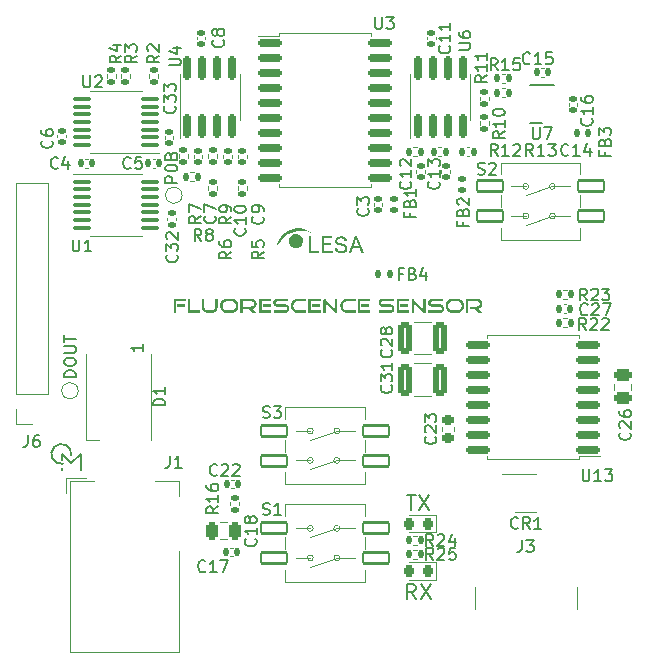
<source format=gbr>
%TF.GenerationSoftware,KiCad,Pcbnew,7.0.7*%
%TF.CreationDate,2024-03-07T18:56:00-05:00*%
%TF.ProjectId,ESP32Sensor-Sensor_board,45535033-3253-4656-9e73-6f722d53656e,rev?*%
%TF.SameCoordinates,Original*%
%TF.FileFunction,Legend,Top*%
%TF.FilePolarity,Positive*%
%FSLAX46Y46*%
G04 Gerber Fmt 4.6, Leading zero omitted, Abs format (unit mm)*
G04 Created by KiCad (PCBNEW 7.0.7) date 2024-03-07 18:56:00*
%MOMM*%
%LPD*%
G01*
G04 APERTURE LIST*
G04 Aperture macros list*
%AMRoundRect*
0 Rectangle with rounded corners*
0 $1 Rounding radius*
0 $2 $3 $4 $5 $6 $7 $8 $9 X,Y pos of 4 corners*
0 Add a 4 corners polygon primitive as box body*
4,1,4,$2,$3,$4,$5,$6,$7,$8,$9,$2,$3,0*
0 Add four circle primitives for the rounded corners*
1,1,$1+$1,$2,$3*
1,1,$1+$1,$4,$5*
1,1,$1+$1,$6,$7*
1,1,$1+$1,$8,$9*
0 Add four rect primitives between the rounded corners*
20,1,$1+$1,$2,$3,$4,$5,0*
20,1,$1+$1,$4,$5,$6,$7,0*
20,1,$1+$1,$6,$7,$8,$9,0*
20,1,$1+$1,$8,$9,$2,$3,0*%
%AMHorizOval*
0 Thick line with rounded ends*
0 $1 width*
0 $2 $3 position (X,Y) of the first rounded end (center of the circle)*
0 $4 $5 position (X,Y) of the second rounded end (center of the circle)*
0 Add line between two ends*
20,1,$1,$2,$3,$4,$5,0*
0 Add two circle primitives to create the rounded ends*
1,1,$1,$2,$3*
1,1,$1,$4,$5*%
G04 Aperture macros list end*
%ADD10C,0.200000*%
%ADD11C,0.156250*%
%ADD12C,0.150000*%
%ADD13C,0.120000*%
%ADD14C,0.650000*%
%ADD15R,0.600000X1.080000*%
%ADD16R,0.300000X1.140000*%
%ADD17O,1.000000X2.100000*%
%ADD18O,1.000000X1.800000*%
%ADD19HorizOval,1.600000X0.176777X0.176777X-0.176777X-0.176777X0*%
%ADD20HorizOval,1.600000X0.000000X0.000000X0.000000X0.000000X0*%
%ADD21RoundRect,0.147500X0.172500X-0.147500X0.172500X0.147500X-0.172500X0.147500X-0.172500X-0.147500X0*%
%ADD22RoundRect,0.113000X1.107000X0.452000X-1.107000X0.452000X-1.107000X-0.452000X1.107000X-0.452000X0*%
%ADD23RoundRect,0.100000X-0.637500X-0.100000X0.637500X-0.100000X0.637500X0.100000X-0.637500X0.100000X0*%
%ADD24RoundRect,0.135000X-0.185000X0.135000X-0.185000X-0.135000X0.185000X-0.135000X0.185000X0.135000X0*%
%ADD25RoundRect,0.140000X0.170000X-0.140000X0.170000X0.140000X-0.170000X0.140000X-0.170000X-0.140000X0*%
%ADD26RoundRect,0.250000X0.250000X0.475000X-0.250000X0.475000X-0.250000X-0.475000X0.250000X-0.475000X0*%
%ADD27RoundRect,0.140000X-0.140000X-0.170000X0.140000X-0.170000X0.140000X0.170000X-0.140000X0.170000X0*%
%ADD28RoundRect,0.150000X0.150000X-0.825000X0.150000X0.825000X-0.150000X0.825000X-0.150000X-0.825000X0*%
%ADD29RoundRect,0.218750X0.218750X0.256250X-0.218750X0.256250X-0.218750X-0.256250X0.218750X-0.256250X0*%
%ADD30RoundRect,0.135000X0.185000X-0.135000X0.185000X0.135000X-0.185000X0.135000X-0.185000X-0.135000X0*%
%ADD31RoundRect,0.135000X-0.135000X-0.185000X0.135000X-0.185000X0.135000X0.185000X-0.135000X0.185000X0*%
%ADD32RoundRect,0.140000X-0.170000X0.140000X-0.170000X-0.140000X0.170000X-0.140000X0.170000X0.140000X0*%
%ADD33C,1.000000*%
%ADD34R,1.560000X0.650000*%
%ADD35RoundRect,0.140000X0.140000X0.170000X-0.140000X0.170000X-0.140000X-0.170000X0.140000X-0.170000X0*%
%ADD36R,1.700000X1.700000*%
%ADD37O,1.700000X1.700000*%
%ADD38RoundRect,0.100000X0.637500X0.100000X-0.637500X0.100000X-0.637500X-0.100000X0.637500X-0.100000X0*%
%ADD39RoundRect,0.147500X0.147500X0.172500X-0.147500X0.172500X-0.147500X-0.172500X0.147500X-0.172500X0*%
%ADD40RoundRect,0.135000X0.135000X0.185000X-0.135000X0.185000X-0.135000X-0.185000X0.135000X-0.185000X0*%
%ADD41RoundRect,0.150000X-0.875000X-0.150000X0.875000X-0.150000X0.875000X0.150000X-0.875000X0.150000X0*%
%ADD42R,0.700000X0.250000*%
%ADD43R,0.610000X2.200000*%
%ADD44RoundRect,0.225000X0.250000X-0.225000X0.250000X0.225000X-0.250000X0.225000X-0.250000X-0.225000X0*%
%ADD45RoundRect,0.250000X-0.475000X0.250000X-0.475000X-0.250000X0.475000X-0.250000X0.475000X0.250000X0*%
%ADD46O,2.000000X4.200000*%
%ADD47O,4.000000X2.000000*%
%ADD48R,4.500000X2.000000*%
%ADD49R,0.900000X1.500000*%
%ADD50RoundRect,0.250000X0.325000X1.100000X-0.325000X1.100000X-0.325000X-1.100000X0.325000X-1.100000X0*%
%ADD51RoundRect,0.150000X0.875000X0.150000X-0.875000X0.150000X-0.875000X-0.150000X0.875000X-0.150000X0*%
%ADD52R,1.000000X1.000000*%
%ADD53O,1.000000X1.000000*%
G04 APERTURE END LIST*
D10*
X-21500001Y-12850000D02*
G75*
G03*
X-22184685Y-13534684I-831289J146605D01*
G01*
X-22300000Y-12700000D02*
X-22300000Y-13200000D01*
X-22300000Y-13850000D02*
X-22300000Y-14100000D01*
X-20700000Y-12700000D02*
X-20700000Y-14100000D01*
X-21500000Y-13500000D02*
X-20700000Y-12700000D01*
X-22300000Y-12700000D02*
X-21500000Y-13500000D01*
D11*
G36*
X-11815595Y-260724D02*
G01*
X-12501307Y-260724D01*
X-12501307Y-45791D01*
X-11815595Y-45791D01*
X-11815595Y-260724D01*
G37*
G36*
X-11760946Y227760D02*
G01*
X-12589235Y227760D01*
X-12589235Y-768750D01*
X-12798367Y-768750D01*
X-12798367Y442694D01*
X-11760946Y442694D01*
X-11760946Y227760D01*
G37*
G36*
X-10599266Y-768750D02*
G01*
X-11634856Y-768750D01*
X-11634856Y423155D01*
X-11425723Y423155D01*
X-11425723Y-553816D01*
X-10599266Y-553816D01*
X-10599266Y-768750D01*
G37*
G36*
X-9099920Y-232942D02*
G01*
X-9100090Y-250784D01*
X-9100600Y-268324D01*
X-9101450Y-285560D01*
X-9102639Y-302494D01*
X-9104169Y-319124D01*
X-9106038Y-335452D01*
X-9108247Y-351477D01*
X-9110797Y-367199D01*
X-9113686Y-382618D01*
X-9116915Y-397734D01*
X-9120483Y-412547D01*
X-9124392Y-427058D01*
X-9128641Y-441265D01*
X-9133229Y-455169D01*
X-9138158Y-468771D01*
X-9143426Y-482069D01*
X-9149034Y-495065D01*
X-9154982Y-507758D01*
X-9161270Y-520148D01*
X-9167898Y-532235D01*
X-9174866Y-544019D01*
X-9182173Y-555500D01*
X-9189821Y-566678D01*
X-9197808Y-577553D01*
X-9206135Y-588125D01*
X-9214803Y-598395D01*
X-9223810Y-608361D01*
X-9233157Y-618025D01*
X-9242843Y-627386D01*
X-9252870Y-636443D01*
X-9263237Y-645198D01*
X-9273943Y-653650D01*
X-9293640Y-667588D01*
X-9303921Y-674220D01*
X-9314491Y-680626D01*
X-9325350Y-686809D01*
X-9336497Y-692766D01*
X-9347933Y-698498D01*
X-9359657Y-704006D01*
X-9371670Y-709289D01*
X-9383972Y-714347D01*
X-9396562Y-719180D01*
X-9409441Y-723789D01*
X-9422608Y-728172D01*
X-9436064Y-732331D01*
X-9449809Y-736265D01*
X-9463842Y-739975D01*
X-9478164Y-743459D01*
X-9492774Y-746719D01*
X-9507673Y-749754D01*
X-9522861Y-752564D01*
X-9538337Y-755149D01*
X-9554102Y-757509D01*
X-9570156Y-759645D01*
X-9586498Y-761556D01*
X-9603128Y-763242D01*
X-9620048Y-764703D01*
X-9637256Y-765939D01*
X-9654752Y-766951D01*
X-9672537Y-767738D01*
X-9690611Y-768300D01*
X-9708973Y-768637D01*
X-9727624Y-768750D01*
X-9799981Y-768750D01*
X-9818632Y-768637D01*
X-9836995Y-768300D01*
X-9855068Y-767738D01*
X-9872853Y-766951D01*
X-9890350Y-765939D01*
X-9907558Y-764703D01*
X-9924477Y-763242D01*
X-9941108Y-761556D01*
X-9957450Y-759645D01*
X-9973503Y-757509D01*
X-9989268Y-755149D01*
X-10004745Y-752564D01*
X-10019932Y-749754D01*
X-10034831Y-746719D01*
X-10049442Y-743459D01*
X-10063764Y-739975D01*
X-10077797Y-736265D01*
X-10091541Y-732331D01*
X-10104997Y-728172D01*
X-10118165Y-723789D01*
X-10131044Y-719180D01*
X-10143634Y-714347D01*
X-10155935Y-709289D01*
X-10167948Y-704006D01*
X-10179673Y-698498D01*
X-10191108Y-692766D01*
X-10202256Y-686809D01*
X-10213114Y-680626D01*
X-10223684Y-674220D01*
X-10233965Y-667588D01*
X-10253662Y-653650D01*
X-10264369Y-645198D01*
X-10274735Y-636443D01*
X-10284762Y-627386D01*
X-10294449Y-618025D01*
X-10303796Y-608361D01*
X-10312803Y-598395D01*
X-10321470Y-588125D01*
X-10329797Y-577553D01*
X-10337785Y-566678D01*
X-10345432Y-555500D01*
X-10352740Y-544019D01*
X-10359708Y-532235D01*
X-10366335Y-520148D01*
X-10372623Y-507758D01*
X-10378571Y-495065D01*
X-10384180Y-482069D01*
X-10389448Y-468771D01*
X-10394376Y-455169D01*
X-10398965Y-441265D01*
X-10403213Y-427058D01*
X-10407122Y-412547D01*
X-10410691Y-397734D01*
X-10413920Y-382618D01*
X-10416809Y-367199D01*
X-10419358Y-351477D01*
X-10421567Y-335452D01*
X-10423437Y-319124D01*
X-10424966Y-302494D01*
X-10426156Y-285560D01*
X-10427006Y-268324D01*
X-10427515Y-250784D01*
X-10427685Y-232942D01*
X-10427685Y423155D01*
X-10218552Y423155D01*
X-10218552Y-228057D01*
X-10218406Y-241235D01*
X-10217968Y-254133D01*
X-10217238Y-266750D01*
X-10216215Y-279086D01*
X-10213293Y-302915D01*
X-10209202Y-325620D01*
X-10203943Y-347203D01*
X-10197515Y-367662D01*
X-10189918Y-386997D01*
X-10181153Y-405209D01*
X-10171218Y-422298D01*
X-10160115Y-438263D01*
X-10147844Y-453105D01*
X-10134403Y-466823D01*
X-10119794Y-479418D01*
X-10104016Y-490890D01*
X-10087069Y-501238D01*
X-10068954Y-510463D01*
X-10056316Y-515712D01*
X-10042521Y-520624D01*
X-10027570Y-525196D01*
X-10011461Y-529430D01*
X-9994196Y-533325D01*
X-9975774Y-536881D01*
X-9956195Y-540099D01*
X-9935460Y-542978D01*
X-9913567Y-545518D01*
X-9890518Y-547719D01*
X-9866312Y-549582D01*
X-9853775Y-550386D01*
X-9840949Y-551106D01*
X-9827834Y-551741D01*
X-9814429Y-552292D01*
X-9800736Y-552757D01*
X-9786753Y-553138D01*
X-9772481Y-553435D01*
X-9757920Y-553646D01*
X-9743069Y-553773D01*
X-9727930Y-553816D01*
X-9715290Y-553756D01*
X-9702863Y-553578D01*
X-9690648Y-553282D01*
X-9666858Y-552333D01*
X-9643920Y-550909D01*
X-9621833Y-549010D01*
X-9600598Y-546637D01*
X-9580214Y-543789D01*
X-9560682Y-540466D01*
X-9542001Y-536669D01*
X-9524172Y-532397D01*
X-9507194Y-527651D01*
X-9491068Y-522429D01*
X-9475793Y-516734D01*
X-9461370Y-510563D01*
X-9447798Y-503918D01*
X-9435078Y-496798D01*
X-9429037Y-493060D01*
X-9414545Y-483117D01*
X-9400988Y-472290D01*
X-9388365Y-460581D01*
X-9376678Y-447990D01*
X-9365925Y-434516D01*
X-9356108Y-420160D01*
X-9347226Y-404921D01*
X-9339278Y-388799D01*
X-9332266Y-371795D01*
X-9326188Y-353909D01*
X-9321046Y-335140D01*
X-9316838Y-315488D01*
X-9313566Y-294954D01*
X-9311228Y-273538D01*
X-9309826Y-251239D01*
X-9309358Y-228057D01*
X-9309358Y423155D01*
X-9099920Y423155D01*
X-9099920Y-232942D01*
G37*
G36*
X-7925895Y442535D02*
G01*
X-7909469Y442056D01*
X-7893235Y441258D01*
X-7877194Y440142D01*
X-7861345Y438706D01*
X-7845689Y436952D01*
X-7830226Y434878D01*
X-7814955Y432485D01*
X-7799876Y429774D01*
X-7784991Y426743D01*
X-7770298Y423393D01*
X-7755797Y419725D01*
X-7741490Y415737D01*
X-7727374Y411430D01*
X-7713452Y406804D01*
X-7699722Y401860D01*
X-7686184Y396596D01*
X-7672840Y391013D01*
X-7659687Y385111D01*
X-7646728Y378890D01*
X-7633961Y372350D01*
X-7621386Y365492D01*
X-7609005Y358314D01*
X-7596815Y350817D01*
X-7584819Y343001D01*
X-7573015Y334866D01*
X-7561403Y326412D01*
X-7549985Y317639D01*
X-7538758Y308547D01*
X-7527725Y299136D01*
X-7516884Y289406D01*
X-7506236Y279357D01*
X-7495848Y269067D01*
X-7485791Y258576D01*
X-7476063Y247884D01*
X-7466665Y236991D01*
X-7457597Y225897D01*
X-7448859Y214602D01*
X-7440450Y203107D01*
X-7432371Y191410D01*
X-7424622Y179513D01*
X-7417203Y167414D01*
X-7410113Y155114D01*
X-7403353Y142614D01*
X-7396923Y129913D01*
X-7390823Y117010D01*
X-7385052Y103907D01*
X-7379611Y90603D01*
X-7374500Y77097D01*
X-7369718Y63391D01*
X-7365267Y49484D01*
X-7361145Y35376D01*
X-7357353Y21067D01*
X-7353890Y6557D01*
X-7350758Y-8153D01*
X-7347955Y-23065D01*
X-7345482Y-38177D01*
X-7343338Y-53491D01*
X-7341525Y-69006D01*
X-7340041Y-84722D01*
X-7338887Y-100638D01*
X-7338062Y-116756D01*
X-7337568Y-133074D01*
X-7337403Y-149594D01*
X-7337569Y-166257D01*
X-7338069Y-182740D01*
X-7338903Y-199041D01*
X-7340069Y-215163D01*
X-7341569Y-231103D01*
X-7343403Y-246863D01*
X-7345569Y-262442D01*
X-7348069Y-277840D01*
X-7350903Y-293058D01*
X-7354069Y-308095D01*
X-7357569Y-322952D01*
X-7361402Y-337627D01*
X-7365569Y-352123D01*
X-7370069Y-366437D01*
X-7374902Y-380571D01*
X-7380069Y-394524D01*
X-7385569Y-408296D01*
X-7391402Y-421888D01*
X-7397569Y-435299D01*
X-7404069Y-448529D01*
X-7410902Y-461579D01*
X-7418068Y-474448D01*
X-7425568Y-487136D01*
X-7433402Y-499643D01*
X-7441568Y-511970D01*
X-7450068Y-524117D01*
X-7458901Y-536082D01*
X-7468068Y-547867D01*
X-7477568Y-559471D01*
X-7487401Y-570895D01*
X-7497568Y-582138D01*
X-7508067Y-593200D01*
X-7518825Y-604000D01*
X-7529764Y-614458D01*
X-7540885Y-624573D01*
X-7552189Y-634344D01*
X-7563674Y-643773D01*
X-7575340Y-652859D01*
X-7587189Y-661603D01*
X-7599220Y-670003D01*
X-7611432Y-678060D01*
X-7623826Y-685775D01*
X-7636403Y-693147D01*
X-7649161Y-700175D01*
X-7662101Y-706861D01*
X-7675222Y-713205D01*
X-7688526Y-719205D01*
X-7702012Y-724862D01*
X-7715679Y-730177D01*
X-7729528Y-735148D01*
X-7743559Y-739777D01*
X-7757772Y-744063D01*
X-7772167Y-748006D01*
X-7786744Y-751606D01*
X-7801503Y-754863D01*
X-7816443Y-757778D01*
X-7831565Y-760349D01*
X-7846870Y-762578D01*
X-7862356Y-764464D01*
X-7878024Y-766007D01*
X-7893874Y-767207D01*
X-7909905Y-768064D01*
X-7926119Y-768578D01*
X-7942514Y-768750D01*
X-8278348Y-768750D01*
X-8294651Y-768578D01*
X-8310776Y-768064D01*
X-8326724Y-767207D01*
X-8342495Y-766007D01*
X-8358089Y-764464D01*
X-8373506Y-762578D01*
X-8388746Y-760349D01*
X-8403809Y-757778D01*
X-8418695Y-754863D01*
X-8433403Y-751606D01*
X-8447935Y-748006D01*
X-8462289Y-744063D01*
X-8476466Y-739777D01*
X-8490466Y-735148D01*
X-8504289Y-730177D01*
X-8517935Y-724862D01*
X-8531404Y-719205D01*
X-8544696Y-713205D01*
X-8557810Y-706861D01*
X-8570748Y-700175D01*
X-8583508Y-693147D01*
X-8596092Y-685775D01*
X-8608498Y-678060D01*
X-8620727Y-670003D01*
X-8632779Y-661603D01*
X-8644654Y-652859D01*
X-8656352Y-643773D01*
X-8667873Y-634344D01*
X-8679216Y-624573D01*
X-8690383Y-614458D01*
X-8701372Y-604000D01*
X-8712185Y-593200D01*
X-8722722Y-582138D01*
X-8732925Y-570895D01*
X-8742793Y-559471D01*
X-8752327Y-547867D01*
X-8761527Y-536082D01*
X-8770391Y-524117D01*
X-8778922Y-511970D01*
X-8787118Y-499643D01*
X-8794979Y-487136D01*
X-8802506Y-474448D01*
X-8809698Y-461579D01*
X-8816556Y-448529D01*
X-8823079Y-435299D01*
X-8829267Y-421888D01*
X-8835122Y-408296D01*
X-8840641Y-394524D01*
X-8845826Y-380571D01*
X-8850677Y-366437D01*
X-8855193Y-352123D01*
X-8859374Y-337627D01*
X-8863221Y-322952D01*
X-8866734Y-308095D01*
X-8869912Y-293058D01*
X-8872755Y-277840D01*
X-8875264Y-262442D01*
X-8877439Y-246863D01*
X-8879278Y-231103D01*
X-8880784Y-215163D01*
X-8881955Y-199041D01*
X-8882791Y-182740D01*
X-8883261Y-167301D01*
X-8674022Y-167301D01*
X-8673585Y-188571D01*
X-8672276Y-209333D01*
X-8670093Y-229587D01*
X-8667038Y-249333D01*
X-8663109Y-268570D01*
X-8658308Y-287300D01*
X-8652634Y-305522D01*
X-8646086Y-323235D01*
X-8638666Y-340441D01*
X-8630373Y-357138D01*
X-8621207Y-373328D01*
X-8611167Y-389009D01*
X-8600255Y-404182D01*
X-8588470Y-418848D01*
X-8575812Y-433005D01*
X-8562281Y-446654D01*
X-8548077Y-459631D01*
X-8533401Y-471770D01*
X-8518252Y-483072D01*
X-8502632Y-493537D01*
X-8486539Y-503165D01*
X-8469974Y-511956D01*
X-8452937Y-519909D01*
X-8435427Y-527025D01*
X-8417445Y-533304D01*
X-8398991Y-538746D01*
X-8380064Y-543351D01*
X-8360666Y-547118D01*
X-8340795Y-550048D01*
X-8320452Y-552141D01*
X-8299636Y-553397D01*
X-8278348Y-553816D01*
X-7942514Y-553816D01*
X-7921005Y-553397D01*
X-7899982Y-552141D01*
X-7879445Y-550048D01*
X-7859395Y-547118D01*
X-7839832Y-543351D01*
X-7820756Y-538746D01*
X-7802165Y-533304D01*
X-7784062Y-527025D01*
X-7766445Y-519909D01*
X-7749314Y-511956D01*
X-7732671Y-503165D01*
X-7716513Y-493537D01*
X-7700843Y-483072D01*
X-7685659Y-471770D01*
X-7670961Y-459631D01*
X-7656750Y-446654D01*
X-7643219Y-433005D01*
X-7630561Y-418848D01*
X-7618776Y-404182D01*
X-7607864Y-389009D01*
X-7597824Y-373328D01*
X-7588658Y-357138D01*
X-7580365Y-340441D01*
X-7572944Y-323235D01*
X-7566397Y-305522D01*
X-7560723Y-287300D01*
X-7555921Y-268570D01*
X-7551993Y-249333D01*
X-7548938Y-229587D01*
X-7546755Y-209333D01*
X-7545446Y-188571D01*
X-7545009Y-167301D01*
X-7545446Y-145834D01*
X-7546755Y-124860D01*
X-7548938Y-104379D01*
X-7551993Y-84392D01*
X-7555921Y-64900D01*
X-7560723Y-45900D01*
X-7566397Y-27395D01*
X-7572944Y-9383D01*
X-7580365Y8134D01*
X-7588658Y25158D01*
X-7597824Y41689D01*
X-7607864Y57725D01*
X-7618776Y73268D01*
X-7630561Y88318D01*
X-7643219Y102873D01*
X-7656750Y116935D01*
X-7670961Y130355D01*
X-7685659Y142910D01*
X-7700843Y154598D01*
X-7716513Y165421D01*
X-7732671Y175378D01*
X-7749314Y184469D01*
X-7766445Y192695D01*
X-7784062Y200054D01*
X-7802165Y206548D01*
X-7820756Y212176D01*
X-7839832Y216938D01*
X-7859395Y220834D01*
X-7879445Y223864D01*
X-7899982Y226029D01*
X-7921005Y227327D01*
X-7942514Y227760D01*
X-8278348Y227760D01*
X-8299636Y227327D01*
X-8320452Y226029D01*
X-8340795Y223864D01*
X-8360666Y220834D01*
X-8380064Y216938D01*
X-8398991Y212176D01*
X-8417445Y206548D01*
X-8435427Y200054D01*
X-8452937Y192695D01*
X-8469974Y184469D01*
X-8486539Y175378D01*
X-8502632Y165421D01*
X-8518252Y154598D01*
X-8533401Y142910D01*
X-8548077Y130355D01*
X-8562281Y116935D01*
X-8575812Y102873D01*
X-8588470Y88318D01*
X-8600255Y73268D01*
X-8611167Y57725D01*
X-8621207Y41689D01*
X-8630373Y25158D01*
X-8638666Y8134D01*
X-8646086Y-9383D01*
X-8652634Y-27395D01*
X-8658308Y-45900D01*
X-8663109Y-64900D01*
X-8667038Y-84392D01*
X-8670093Y-104379D01*
X-8672276Y-124860D01*
X-8673585Y-145834D01*
X-8674022Y-167301D01*
X-8883261Y-167301D01*
X-8883293Y-166257D01*
X-8883460Y-149594D01*
X-8883294Y-133074D01*
X-8882797Y-116756D01*
X-8881968Y-100638D01*
X-8880808Y-84722D01*
X-8879316Y-69006D01*
X-8877492Y-53491D01*
X-8875337Y-38177D01*
X-8872851Y-23065D01*
X-8870033Y-8153D01*
X-8866883Y6557D01*
X-8863402Y21067D01*
X-8859589Y35376D01*
X-8855445Y49484D01*
X-8850969Y63391D01*
X-8846162Y77097D01*
X-8841023Y90603D01*
X-8835552Y103907D01*
X-8829750Y117010D01*
X-8823617Y129913D01*
X-8817152Y142614D01*
X-8810355Y155114D01*
X-8803227Y167414D01*
X-8795767Y179513D01*
X-8787976Y191410D01*
X-8779854Y203107D01*
X-8771399Y214602D01*
X-8762613Y225897D01*
X-8753496Y236991D01*
X-8744047Y247884D01*
X-8734267Y258576D01*
X-8724155Y269067D01*
X-8713711Y279357D01*
X-8703008Y289406D01*
X-8692118Y299136D01*
X-8681041Y308547D01*
X-8669776Y317639D01*
X-8658324Y326412D01*
X-8646685Y334866D01*
X-8634859Y343001D01*
X-8622845Y350817D01*
X-8610644Y358314D01*
X-8598256Y365492D01*
X-8585681Y372350D01*
X-8572919Y378890D01*
X-8559969Y385111D01*
X-8546832Y391013D01*
X-8533508Y396596D01*
X-8519996Y401860D01*
X-8506297Y406804D01*
X-8492411Y411430D01*
X-8478338Y415737D01*
X-8464078Y419725D01*
X-8449630Y423393D01*
X-8434995Y426743D01*
X-8420173Y429774D01*
X-8405164Y432485D01*
X-8389967Y434878D01*
X-8374583Y436952D01*
X-8359012Y438706D01*
X-8343254Y440142D01*
X-8327308Y441258D01*
X-8311176Y442056D01*
X-8294856Y442535D01*
X-8278348Y442694D01*
X-7942514Y442694D01*
X-7925895Y442535D01*
G37*
G36*
X-5765089Y-768750D02*
G01*
X-6074667Y-768750D01*
X-6410501Y-436579D01*
X-6862350Y-436579D01*
X-6862350Y-221646D01*
X-6299676Y-221646D01*
X-6285281Y-221445D01*
X-6271178Y-220844D01*
X-6257365Y-219842D01*
X-6243844Y-218440D01*
X-6230613Y-216637D01*
X-6217673Y-214433D01*
X-6205025Y-211828D01*
X-6192667Y-208823D01*
X-6180600Y-205417D01*
X-6168825Y-201610D01*
X-6157340Y-197403D01*
X-6140659Y-190340D01*
X-6124632Y-182376D01*
X-6109260Y-173510D01*
X-6104282Y-170355D01*
X-6093449Y-162636D01*
X-6083316Y-154517D01*
X-6073881Y-145997D01*
X-6065146Y-137076D01*
X-6057109Y-127755D01*
X-6046364Y-113022D01*
X-6037191Y-97387D01*
X-6029591Y-80850D01*
X-6025398Y-69325D01*
X-6021904Y-57399D01*
X-6019108Y-45073D01*
X-6017012Y-32345D01*
X-6015614Y-19217D01*
X-6014915Y-5689D01*
X-6014828Y1225D01*
X-6015106Y15162D01*
X-6015940Y28657D01*
X-6017331Y41709D01*
X-6019278Y54319D01*
X-6021782Y66487D01*
X-6028458Y89494D01*
X-6037360Y110732D01*
X-6048487Y130200D01*
X-6061839Y147898D01*
X-6077416Y163826D01*
X-6095219Y177985D01*
X-6115248Y190373D01*
X-6137502Y200992D01*
X-6149463Y205638D01*
X-6161981Y209841D01*
X-6175055Y213602D01*
X-6188685Y216920D01*
X-6202872Y219796D01*
X-6217615Y222230D01*
X-6232915Y224221D01*
X-6248770Y225769D01*
X-6265183Y226875D01*
X-6282151Y227539D01*
X-6299676Y227760D01*
X-6985388Y227760D01*
X-6985388Y-768750D01*
X-7194521Y-768750D01*
X-7194521Y442694D01*
X-6332954Y442694D01*
X-6318540Y442594D01*
X-6304301Y442296D01*
X-6290237Y441798D01*
X-6276349Y441101D01*
X-6262636Y440204D01*
X-6249098Y439109D01*
X-6235736Y437815D01*
X-6222549Y436321D01*
X-6209537Y434628D01*
X-6196700Y432736D01*
X-6184039Y430645D01*
X-6171553Y428354D01*
X-6159243Y425865D01*
X-6147108Y423176D01*
X-6135148Y420288D01*
X-6111754Y413915D01*
X-6089061Y406745D01*
X-6067070Y398779D01*
X-6045780Y390015D01*
X-6025191Y380456D01*
X-6005303Y370099D01*
X-5986117Y358946D01*
X-5967631Y346996D01*
X-5958652Y340723D01*
X-5948584Y333346D01*
X-5938836Y325756D01*
X-5929407Y317952D01*
X-5911509Y301704D01*
X-5894889Y284602D01*
X-5879547Y266647D01*
X-5865484Y247837D01*
X-5852700Y228174D01*
X-5841193Y207656D01*
X-5830966Y186285D01*
X-5822017Y164060D01*
X-5814346Y140981D01*
X-5810990Y129121D01*
X-5807954Y117048D01*
X-5805237Y104761D01*
X-5802840Y92261D01*
X-5800762Y79547D01*
X-5799004Y66620D01*
X-5797566Y53480D01*
X-5796447Y40126D01*
X-5795648Y26558D01*
X-5795169Y12777D01*
X-5795009Y-1216D01*
X-5795380Y-20282D01*
X-5796493Y-39012D01*
X-5798347Y-57405D01*
X-5800943Y-75462D01*
X-5804282Y-93183D01*
X-5808361Y-110568D01*
X-5813183Y-127616D01*
X-5818746Y-144327D01*
X-5825052Y-160703D01*
X-5832099Y-176742D01*
X-5839888Y-192445D01*
X-5848418Y-207811D01*
X-5857691Y-222842D01*
X-5867705Y-237536D01*
X-5878461Y-251893D01*
X-5889959Y-265915D01*
X-5901196Y-278645D01*
X-5912928Y-290887D01*
X-5925153Y-302640D01*
X-5937872Y-313904D01*
X-5951085Y-324680D01*
X-5964791Y-334966D01*
X-5978992Y-344763D01*
X-5993685Y-354071D01*
X-6008873Y-362890D01*
X-6024554Y-371220D01*
X-6040730Y-379062D01*
X-6057398Y-386414D01*
X-6074561Y-393277D01*
X-6092217Y-399652D01*
X-6110367Y-405537D01*
X-6129011Y-410934D01*
X-5765089Y-768750D01*
G37*
G36*
X-4596998Y-260724D02*
G01*
X-5282710Y-260724D01*
X-5282710Y-45791D01*
X-4596998Y-45791D01*
X-4596998Y-260724D01*
G37*
G36*
X-4542349Y-768750D02*
G01*
X-5579770Y-768750D01*
X-5579770Y442694D01*
X-4542349Y442694D01*
X-4542349Y227760D01*
X-5370637Y227760D01*
X-5370637Y-553816D01*
X-4542349Y-553816D01*
X-4542349Y-768750D01*
G37*
G36*
X-3031707Y-400248D02*
G01*
X-3032180Y-421169D01*
X-3033600Y-441569D01*
X-3035968Y-461450D01*
X-3039282Y-480810D01*
X-3043543Y-499651D01*
X-3048751Y-517971D01*
X-3054906Y-535772D01*
X-3062008Y-553053D01*
X-3070057Y-569813D01*
X-3079053Y-586054D01*
X-3088995Y-601775D01*
X-3099885Y-616975D01*
X-3111721Y-631656D01*
X-3124505Y-645817D01*
X-3138235Y-659458D01*
X-3152912Y-672579D01*
X-3167642Y-684225D01*
X-3182827Y-695119D01*
X-3198468Y-705262D01*
X-3214564Y-714654D01*
X-3231116Y-723294D01*
X-3248124Y-731183D01*
X-3265587Y-738321D01*
X-3283506Y-744707D01*
X-3301880Y-750342D01*
X-3320710Y-755226D01*
X-3339995Y-759358D01*
X-3359736Y-762739D01*
X-3379933Y-765369D01*
X-3400585Y-767247D01*
X-3421693Y-768374D01*
X-3443256Y-768750D01*
X-4359472Y-768750D01*
X-4359472Y-553816D01*
X-3443256Y-553816D01*
X-3427260Y-553494D01*
X-3411671Y-552528D01*
X-3396491Y-550918D01*
X-3381718Y-548664D01*
X-3367353Y-545766D01*
X-3353396Y-542224D01*
X-3339847Y-538038D01*
X-3326706Y-533208D01*
X-3313973Y-527734D01*
X-3301647Y-521616D01*
X-3293657Y-517179D01*
X-3280781Y-508428D01*
X-3269171Y-499119D01*
X-3258827Y-489251D01*
X-3249751Y-478826D01*
X-3241940Y-467842D01*
X-3235397Y-456300D01*
X-3230119Y-444200D01*
X-3226109Y-431542D01*
X-3223365Y-418325D01*
X-3221887Y-404551D01*
X-3221605Y-395058D01*
X-3222255Y-380941D01*
X-3224203Y-367441D01*
X-3227450Y-354558D01*
X-3231995Y-342293D01*
X-3237840Y-330645D01*
X-3244983Y-319613D01*
X-3253424Y-309199D01*
X-3263165Y-299403D01*
X-3274204Y-290223D01*
X-3286542Y-281660D01*
X-3295489Y-276295D01*
X-3307215Y-270020D01*
X-3319381Y-264363D01*
X-3331988Y-259323D01*
X-3345034Y-254900D01*
X-3358520Y-251094D01*
X-3372447Y-247905D01*
X-3386813Y-245334D01*
X-3401620Y-243379D01*
X-3416867Y-242042D01*
X-3432554Y-241322D01*
X-3443256Y-241185D01*
X-4009289Y-241185D01*
X-4028666Y-240838D01*
X-4047642Y-239797D01*
X-4066218Y-238062D01*
X-4084393Y-235632D01*
X-4102168Y-232509D01*
X-4119541Y-228691D01*
X-4136514Y-224180D01*
X-4153087Y-218974D01*
X-4169258Y-213074D01*
X-4185029Y-206481D01*
X-4200399Y-199193D01*
X-4215369Y-191211D01*
X-4229937Y-182534D01*
X-4244105Y-173164D01*
X-4257873Y-163100D01*
X-4271239Y-152342D01*
X-4284881Y-140079D01*
X-4297643Y-127335D01*
X-4309525Y-114109D01*
X-4320527Y-100402D01*
X-4330648Y-86212D01*
X-4339889Y-71541D01*
X-4348251Y-56388D01*
X-4355732Y-40753D01*
X-4362333Y-24636D01*
X-4368054Y-8038D01*
X-4372894Y9041D01*
X-4376855Y26603D01*
X-4379935Y44647D01*
X-4382136Y63173D01*
X-4383456Y82181D01*
X-4383896Y101670D01*
X-4383457Y120937D01*
X-4382141Y139737D01*
X-4379946Y158070D01*
X-4376874Y175935D01*
X-4372924Y193333D01*
X-4368097Y210263D01*
X-4362391Y226725D01*
X-4355808Y242720D01*
X-4348347Y258248D01*
X-4340009Y273308D01*
X-4330792Y287900D01*
X-4320698Y302025D01*
X-4309726Y315683D01*
X-4297877Y328873D01*
X-4285149Y341596D01*
X-4271544Y353851D01*
X-4258141Y364609D01*
X-4244339Y374673D01*
X-4230139Y384044D01*
X-4215540Y392720D01*
X-4200543Y400702D01*
X-4185148Y407990D01*
X-4169355Y414583D01*
X-4153163Y420483D01*
X-4136573Y425689D01*
X-4119584Y430200D01*
X-4102198Y434018D01*
X-4084412Y437141D01*
X-4066229Y439571D01*
X-4047647Y441306D01*
X-4028667Y442347D01*
X-4009289Y442694D01*
X-3103758Y442694D01*
X-3103758Y227760D01*
X-4009289Y227760D01*
X-4023977Y227216D01*
X-4038121Y225585D01*
X-4051721Y222866D01*
X-4064778Y219059D01*
X-4077290Y214165D01*
X-4089259Y208183D01*
X-4100684Y201113D01*
X-4111565Y192956D01*
X-4121440Y183954D01*
X-4129998Y174199D01*
X-4137239Y163690D01*
X-4143164Y152427D01*
X-4147772Y140410D01*
X-4151064Y127640D01*
X-4153039Y114116D01*
X-4153697Y99838D01*
X-4153039Y85155D01*
X-4151064Y71330D01*
X-4147772Y58365D01*
X-4143164Y46257D01*
X-4137239Y35009D01*
X-4129998Y24619D01*
X-4121440Y15088D01*
X-4111565Y6415D01*
X-4100756Y-1240D01*
X-4089393Y-7876D01*
X-4077476Y-13491D01*
X-4065007Y-18084D01*
X-4051983Y-21657D01*
X-4038407Y-24210D01*
X-4024277Y-25741D01*
X-4009594Y-26251D01*
X-3443256Y-26251D01*
X-3421728Y-26640D01*
X-3400652Y-27806D01*
X-3380026Y-29750D01*
X-3359851Y-32472D01*
X-3340126Y-35971D01*
X-3320853Y-40248D01*
X-3302030Y-45302D01*
X-3283658Y-51133D01*
X-3265737Y-57743D01*
X-3248267Y-65130D01*
X-3231248Y-73294D01*
X-3214679Y-82236D01*
X-3198561Y-91956D01*
X-3182894Y-102453D01*
X-3167678Y-113728D01*
X-3152912Y-125780D01*
X-3138235Y-139160D01*
X-3124505Y-153043D01*
X-3111721Y-167429D01*
X-3099885Y-182319D01*
X-3088995Y-197711D01*
X-3079053Y-213607D01*
X-3070057Y-230007D01*
X-3062008Y-246909D01*
X-3054906Y-264315D01*
X-3048751Y-282224D01*
X-3043543Y-300637D01*
X-3039282Y-319553D01*
X-3035968Y-338972D01*
X-3033600Y-358894D01*
X-3032180Y-379319D01*
X-3031707Y-400248D01*
G37*
G36*
X-1603802Y-768750D02*
G01*
X-2280965Y-768750D01*
X-2297249Y-768578D01*
X-2313356Y-768064D01*
X-2329287Y-767207D01*
X-2345041Y-766007D01*
X-2360618Y-764464D01*
X-2376020Y-762578D01*
X-2391244Y-760349D01*
X-2406292Y-757778D01*
X-2421164Y-754863D01*
X-2435859Y-751606D01*
X-2450378Y-748006D01*
X-2464720Y-744063D01*
X-2478885Y-739777D01*
X-2492874Y-735148D01*
X-2506687Y-730177D01*
X-2520323Y-724862D01*
X-2533783Y-719205D01*
X-2547066Y-713205D01*
X-2560172Y-706861D01*
X-2573103Y-700175D01*
X-2585856Y-693147D01*
X-2598433Y-685775D01*
X-2610834Y-678060D01*
X-2623058Y-670003D01*
X-2635105Y-661603D01*
X-2646976Y-652859D01*
X-2658671Y-643773D01*
X-2670189Y-634344D01*
X-2681531Y-624573D01*
X-2692696Y-614458D01*
X-2703684Y-604000D01*
X-2714496Y-593200D01*
X-2725052Y-582138D01*
X-2735274Y-570895D01*
X-2745160Y-559471D01*
X-2754710Y-547867D01*
X-2763926Y-536082D01*
X-2772807Y-524117D01*
X-2781352Y-511970D01*
X-2789563Y-499643D01*
X-2797438Y-487136D01*
X-2804978Y-474448D01*
X-2812183Y-461579D01*
X-2819053Y-448529D01*
X-2825588Y-435299D01*
X-2831788Y-421888D01*
X-2837652Y-408296D01*
X-2843182Y-394524D01*
X-2848376Y-380571D01*
X-2853235Y-366437D01*
X-2857759Y-352123D01*
X-2861948Y-337627D01*
X-2865802Y-322952D01*
X-2869321Y-308095D01*
X-2872505Y-293058D01*
X-2875353Y-277840D01*
X-2877866Y-262442D01*
X-2880045Y-246863D01*
X-2881888Y-231103D01*
X-2883396Y-215163D01*
X-2884569Y-199041D01*
X-2885407Y-182740D01*
X-2885909Y-166257D01*
X-2886077Y-149594D01*
X-2885911Y-133074D01*
X-2885414Y-116756D01*
X-2884585Y-100638D01*
X-2883425Y-84722D01*
X-2881933Y-69006D01*
X-2880109Y-53491D01*
X-2877954Y-38177D01*
X-2875468Y-23065D01*
X-2872649Y-8153D01*
X-2869500Y6557D01*
X-2866019Y21067D01*
X-2862206Y35376D01*
X-2858062Y49484D01*
X-2853586Y63391D01*
X-2848779Y77097D01*
X-2843640Y90603D01*
X-2838169Y103907D01*
X-2832367Y117010D01*
X-2826234Y129913D01*
X-2819769Y142614D01*
X-2812972Y155114D01*
X-2805844Y167414D01*
X-2798384Y179513D01*
X-2790593Y191410D01*
X-2782470Y203107D01*
X-2774016Y214602D01*
X-2765230Y225897D01*
X-2756113Y236991D01*
X-2746664Y247884D01*
X-2736884Y258576D01*
X-2726772Y269067D01*
X-2716328Y279357D01*
X-2705625Y289406D01*
X-2694735Y299136D01*
X-2683658Y308547D01*
X-2672393Y317639D01*
X-2660941Y326412D01*
X-2649302Y334866D01*
X-2637476Y343001D01*
X-2625462Y350817D01*
X-2613261Y358314D01*
X-2600873Y365492D01*
X-2588298Y372350D01*
X-2575535Y378890D01*
X-2562586Y385111D01*
X-2549449Y391013D01*
X-2536124Y396596D01*
X-2522613Y401860D01*
X-2508914Y406804D01*
X-2495028Y411430D01*
X-2480955Y415737D01*
X-2466695Y419725D01*
X-2452247Y423393D01*
X-2437612Y426743D01*
X-2422790Y429774D01*
X-2407781Y432485D01*
X-2392584Y434878D01*
X-2377200Y436952D01*
X-2361629Y438706D01*
X-2345871Y440142D01*
X-2329925Y441258D01*
X-2313792Y442056D01*
X-2297472Y442535D01*
X-2280965Y442694D01*
X-1603802Y442694D01*
X-1603802Y227760D01*
X-2280965Y227760D01*
X-2302290Y227327D01*
X-2323140Y226029D01*
X-2343515Y223864D01*
X-2363416Y220834D01*
X-2382842Y216938D01*
X-2401794Y212176D01*
X-2420271Y206548D01*
X-2438273Y200054D01*
X-2455800Y192695D01*
X-2472853Y184469D01*
X-2489431Y175378D01*
X-2505535Y165421D01*
X-2521164Y154598D01*
X-2536318Y142910D01*
X-2550998Y130355D01*
X-2565203Y116935D01*
X-2578697Y102873D01*
X-2591321Y88318D01*
X-2603074Y73268D01*
X-2613956Y57725D01*
X-2623968Y41689D01*
X-2633109Y25158D01*
X-2641380Y8134D01*
X-2648780Y-9383D01*
X-2655309Y-27395D01*
X-2660968Y-45900D01*
X-2665756Y-64900D01*
X-2669674Y-84392D01*
X-2672721Y-104379D01*
X-2674897Y-124860D01*
X-2676203Y-145834D01*
X-2676639Y-167301D01*
X-2676203Y-188571D01*
X-2674897Y-209333D01*
X-2672721Y-229587D01*
X-2669674Y-249333D01*
X-2665756Y-268570D01*
X-2660968Y-287300D01*
X-2655309Y-305522D01*
X-2648780Y-323235D01*
X-2641380Y-340441D01*
X-2633109Y-357138D01*
X-2623968Y-373328D01*
X-2613956Y-389009D01*
X-2603074Y-404182D01*
X-2591321Y-418848D01*
X-2578697Y-433005D01*
X-2565203Y-446654D01*
X-2550998Y-459631D01*
X-2536318Y-471770D01*
X-2521164Y-483072D01*
X-2505535Y-493537D01*
X-2489431Y-503165D01*
X-2472853Y-511956D01*
X-2455800Y-519909D01*
X-2438273Y-527025D01*
X-2420271Y-533304D01*
X-2401794Y-538746D01*
X-2382842Y-543351D01*
X-2363416Y-547118D01*
X-2343515Y-550048D01*
X-2323140Y-552141D01*
X-2302290Y-553397D01*
X-2280965Y-553816D01*
X-1603802Y-553816D01*
X-1603802Y-768750D01*
G37*
G36*
X-427773Y-260724D02*
G01*
X-1113484Y-260724D01*
X-1113484Y-45791D01*
X-427773Y-45791D01*
X-427773Y-260724D01*
G37*
G36*
X-373123Y-768750D02*
G01*
X-1410545Y-768750D01*
X-1410545Y442694D01*
X-373123Y442694D01*
X-373123Y227760D01*
X-1201412Y227760D01*
X-1201412Y-553816D01*
X-373123Y-553816D01*
X-373123Y-768750D01*
G37*
G36*
X1051422Y-672274D02*
G01*
X1051113Y-686322D01*
X1050187Y-699465D01*
X1048642Y-711701D01*
X1045167Y-728355D01*
X1040302Y-742970D01*
X1034048Y-755546D01*
X1026403Y-766083D01*
X1017368Y-774580D01*
X1006943Y-781038D01*
X995129Y-785457D01*
X981924Y-787836D01*
X972349Y-788289D01*
X957627Y-787163D01*
X942467Y-783786D01*
X930809Y-779775D01*
X918904Y-774498D01*
X906752Y-767954D01*
X894353Y-760144D01*
X881707Y-751067D01*
X868815Y-740724D01*
X855675Y-729114D01*
X846779Y-720670D01*
X842289Y-716237D01*
X72008Y56180D01*
X72008Y-768750D01*
X-135597Y-768750D01*
X-135597Y320267D01*
X-135038Y333062D01*
X-133361Y345306D01*
X-129873Y359270D01*
X-124774Y372440D01*
X-118066Y384815D01*
X-112699Y392624D01*
X-103436Y403000D01*
X-92821Y411229D01*
X-80854Y417311D01*
X-67533Y421246D01*
X-55400Y422886D01*
X-47670Y423155D01*
X-33110Y422196D01*
X-18437Y419319D01*
X-3649Y414525D01*
X11253Y407813D01*
X22505Y401521D01*
X33822Y394150D01*
X45202Y385700D01*
X56648Y376171D01*
X68157Y365564D01*
X72008Y361789D01*
X842289Y-409102D01*
X842289Y423155D01*
X1051422Y423155D01*
X1051422Y-672274D01*
G37*
G36*
X2581298Y-768750D02*
G01*
X1904135Y-768750D01*
X1887851Y-768578D01*
X1871744Y-768064D01*
X1855814Y-767207D01*
X1840059Y-766007D01*
X1824482Y-764464D01*
X1809081Y-762578D01*
X1793856Y-760349D01*
X1778808Y-757778D01*
X1763936Y-754863D01*
X1749241Y-751606D01*
X1734723Y-748006D01*
X1720380Y-744063D01*
X1706215Y-739777D01*
X1692226Y-735148D01*
X1678413Y-730177D01*
X1664777Y-724862D01*
X1651317Y-719205D01*
X1638034Y-713205D01*
X1624928Y-706861D01*
X1611998Y-700175D01*
X1599244Y-693147D01*
X1586667Y-685775D01*
X1574266Y-678060D01*
X1562042Y-670003D01*
X1549995Y-661603D01*
X1538124Y-652859D01*
X1526429Y-643773D01*
X1514911Y-634344D01*
X1503570Y-624573D01*
X1492405Y-614458D01*
X1481416Y-604000D01*
X1470604Y-593200D01*
X1460048Y-582138D01*
X1449827Y-570895D01*
X1439941Y-559471D01*
X1430390Y-547867D01*
X1421174Y-536082D01*
X1412293Y-524117D01*
X1403748Y-511970D01*
X1395537Y-499643D01*
X1387662Y-487136D01*
X1380122Y-474448D01*
X1372917Y-461579D01*
X1366047Y-448529D01*
X1359512Y-435299D01*
X1353313Y-421888D01*
X1347448Y-408296D01*
X1341918Y-394524D01*
X1336724Y-380571D01*
X1331865Y-366437D01*
X1327341Y-352123D01*
X1323152Y-337627D01*
X1319298Y-322952D01*
X1315779Y-308095D01*
X1312596Y-293058D01*
X1309747Y-277840D01*
X1307234Y-262442D01*
X1305055Y-246863D01*
X1303212Y-231103D01*
X1301704Y-215163D01*
X1300531Y-199041D01*
X1299694Y-182740D01*
X1299191Y-166257D01*
X1299023Y-149594D01*
X1299189Y-133074D01*
X1299686Y-116756D01*
X1300515Y-100638D01*
X1301676Y-84722D01*
X1303168Y-69006D01*
X1304991Y-53491D01*
X1307146Y-38177D01*
X1309633Y-23065D01*
X1312451Y-8153D01*
X1315600Y6557D01*
X1319082Y21067D01*
X1322894Y35376D01*
X1327039Y49484D01*
X1331514Y63391D01*
X1336322Y77097D01*
X1341461Y90603D01*
X1346931Y103907D01*
X1352733Y117010D01*
X1358866Y129913D01*
X1365331Y142614D01*
X1372128Y155114D01*
X1379256Y167414D01*
X1386716Y179513D01*
X1394507Y191410D01*
X1402630Y203107D01*
X1411084Y214602D01*
X1419870Y225897D01*
X1428987Y236991D01*
X1438436Y247884D01*
X1448217Y258576D01*
X1458329Y269067D01*
X1468772Y279357D01*
X1479475Y289406D01*
X1490365Y299136D01*
X1501443Y308547D01*
X1512707Y317639D01*
X1524159Y326412D01*
X1535798Y334866D01*
X1547625Y343001D01*
X1559638Y350817D01*
X1571839Y358314D01*
X1584227Y365492D01*
X1596802Y372350D01*
X1609565Y378890D01*
X1622515Y385111D01*
X1635652Y391013D01*
X1648976Y396596D01*
X1662487Y401860D01*
X1676186Y406804D01*
X1690072Y411430D01*
X1704145Y415737D01*
X1718405Y419725D01*
X1732853Y423393D01*
X1747488Y426743D01*
X1762310Y429774D01*
X1777320Y432485D01*
X1792516Y434878D01*
X1807900Y436952D01*
X1823471Y438706D01*
X1839229Y440142D01*
X1855175Y441258D01*
X1871308Y442056D01*
X1887628Y442535D01*
X1904135Y442694D01*
X2581298Y442694D01*
X2581298Y227760D01*
X1904135Y227760D01*
X1882810Y227327D01*
X1861960Y226029D01*
X1841585Y223864D01*
X1821684Y220834D01*
X1802258Y216938D01*
X1783306Y212176D01*
X1764830Y206548D01*
X1746827Y200054D01*
X1729300Y192695D01*
X1712247Y184469D01*
X1695669Y175378D01*
X1679565Y165421D01*
X1663936Y154598D01*
X1648782Y142910D01*
X1634102Y130355D01*
X1619897Y116935D01*
X1606403Y102873D01*
X1593780Y88318D01*
X1582027Y73268D01*
X1571144Y57725D01*
X1561132Y41689D01*
X1551991Y25158D01*
X1543721Y8134D01*
X1536321Y-9383D01*
X1529791Y-27395D01*
X1524132Y-45900D01*
X1519344Y-64900D01*
X1515426Y-84392D01*
X1512379Y-104379D01*
X1510203Y-124860D01*
X1508897Y-145834D01*
X1508462Y-167301D01*
X1508897Y-188571D01*
X1510203Y-209333D01*
X1512379Y-229587D01*
X1515426Y-249333D01*
X1519344Y-268570D01*
X1524132Y-287300D01*
X1529791Y-305522D01*
X1536321Y-323235D01*
X1543721Y-340441D01*
X1551991Y-357138D01*
X1561132Y-373328D01*
X1571144Y-389009D01*
X1582027Y-404182D01*
X1593780Y-418848D01*
X1606403Y-433005D01*
X1619897Y-446654D01*
X1634102Y-459631D01*
X1648782Y-471770D01*
X1663936Y-483072D01*
X1679565Y-493537D01*
X1695669Y-503165D01*
X1712247Y-511956D01*
X1729300Y-519909D01*
X1746827Y-527025D01*
X1764830Y-533304D01*
X1783306Y-538746D01*
X1802258Y-543351D01*
X1821684Y-547118D01*
X1841585Y-550048D01*
X1861960Y-552141D01*
X1882810Y-553397D01*
X1904135Y-553816D01*
X2581298Y-553816D01*
X2581298Y-768750D01*
G37*
G36*
X3757328Y-260724D02*
G01*
X3071616Y-260724D01*
X3071616Y-45791D01*
X3757328Y-45791D01*
X3757328Y-260724D01*
G37*
G36*
X3811977Y-768750D02*
G01*
X2774555Y-768750D01*
X2774555Y442694D01*
X3811977Y442694D01*
X3811977Y227760D01*
X2983688Y227760D01*
X2983688Y-553816D01*
X3811977Y-553816D01*
X3811977Y-768750D01*
G37*
G36*
X5877050Y-400248D02*
G01*
X5876577Y-421169D01*
X5875156Y-441569D01*
X5872789Y-461450D01*
X5869475Y-480810D01*
X5865214Y-499651D01*
X5860006Y-517971D01*
X5853851Y-535772D01*
X5846749Y-553053D01*
X5838700Y-569813D01*
X5829704Y-586054D01*
X5819762Y-601775D01*
X5808872Y-616975D01*
X5797036Y-631656D01*
X5784252Y-645817D01*
X5770522Y-659458D01*
X5755845Y-672579D01*
X5741115Y-684225D01*
X5725930Y-695119D01*
X5710289Y-705262D01*
X5694192Y-714654D01*
X5677640Y-723294D01*
X5660633Y-731183D01*
X5643170Y-738321D01*
X5625251Y-744707D01*
X5606877Y-750342D01*
X5588047Y-755226D01*
X5568762Y-759358D01*
X5549021Y-762739D01*
X5528824Y-765369D01*
X5508172Y-767247D01*
X5487064Y-768374D01*
X5465501Y-768750D01*
X4549285Y-768750D01*
X4549285Y-553816D01*
X5465501Y-553816D01*
X5481497Y-553494D01*
X5497086Y-552528D01*
X5512266Y-550918D01*
X5527039Y-548664D01*
X5541404Y-545766D01*
X5555360Y-542224D01*
X5568909Y-538038D01*
X5582051Y-533208D01*
X5594784Y-527734D01*
X5607109Y-521616D01*
X5615100Y-517179D01*
X5627976Y-508428D01*
X5639586Y-499119D01*
X5649929Y-489251D01*
X5659006Y-478826D01*
X5666817Y-467842D01*
X5673360Y-456300D01*
X5678637Y-444200D01*
X5682648Y-431542D01*
X5685392Y-418325D01*
X5686870Y-404551D01*
X5687151Y-395058D01*
X5686502Y-380941D01*
X5684554Y-367441D01*
X5681307Y-354558D01*
X5676762Y-342293D01*
X5670917Y-330645D01*
X5663774Y-319613D01*
X5655332Y-309199D01*
X5645592Y-299403D01*
X5634553Y-290223D01*
X5622215Y-281660D01*
X5613268Y-276295D01*
X5601542Y-270020D01*
X5589376Y-264363D01*
X5576769Y-259323D01*
X5563723Y-254900D01*
X5550236Y-251094D01*
X5536310Y-247905D01*
X5521943Y-245334D01*
X5507137Y-243379D01*
X5491890Y-242042D01*
X5476203Y-241322D01*
X5465501Y-241185D01*
X4899468Y-241185D01*
X4880091Y-240838D01*
X4861114Y-239797D01*
X4842539Y-238062D01*
X4824364Y-235632D01*
X4806589Y-232509D01*
X4789215Y-228691D01*
X4772243Y-224180D01*
X4755670Y-218974D01*
X4739499Y-213074D01*
X4723728Y-206481D01*
X4708358Y-199193D01*
X4693388Y-191211D01*
X4678820Y-182534D01*
X4664652Y-173164D01*
X4650884Y-163100D01*
X4637518Y-152342D01*
X4623876Y-140079D01*
X4611114Y-127335D01*
X4599232Y-114109D01*
X4588230Y-100402D01*
X4578109Y-86212D01*
X4568867Y-71541D01*
X4560506Y-56388D01*
X4553025Y-40753D01*
X4546424Y-24636D01*
X4540703Y-8038D01*
X4535862Y9041D01*
X4531902Y26603D01*
X4528821Y44647D01*
X4526621Y63173D01*
X4525301Y82181D01*
X4524861Y101670D01*
X4525300Y120937D01*
X4526616Y139737D01*
X4528811Y158070D01*
X4531883Y175935D01*
X4535833Y193333D01*
X4540660Y210263D01*
X4546366Y226725D01*
X4552949Y242720D01*
X4560410Y258248D01*
X4568748Y273308D01*
X4577964Y287900D01*
X4588059Y302025D01*
X4599030Y315683D01*
X4610880Y328873D01*
X4623607Y341596D01*
X4637212Y353851D01*
X4650616Y364609D01*
X4664418Y374673D01*
X4678618Y384044D01*
X4693217Y392720D01*
X4708213Y400702D01*
X4723609Y407990D01*
X4739402Y414583D01*
X4755594Y420483D01*
X4772184Y425689D01*
X4789173Y430200D01*
X4806559Y434018D01*
X4824344Y437141D01*
X4842528Y439571D01*
X4861110Y441306D01*
X4880090Y442347D01*
X4899468Y442694D01*
X5804999Y442694D01*
X5804999Y227760D01*
X4899468Y227760D01*
X4884780Y227216D01*
X4870636Y225585D01*
X4857036Y222866D01*
X4843979Y219059D01*
X4831467Y214165D01*
X4819498Y208183D01*
X4808073Y201113D01*
X4797192Y192956D01*
X4787317Y183954D01*
X4778759Y174199D01*
X4771517Y163690D01*
X4765593Y152427D01*
X4760984Y140410D01*
X4757693Y127640D01*
X4755718Y114116D01*
X4755060Y99838D01*
X4755718Y85155D01*
X4757693Y71330D01*
X4760984Y58365D01*
X4765593Y46257D01*
X4771517Y35009D01*
X4778759Y24619D01*
X4787317Y15088D01*
X4797192Y6415D01*
X4808001Y-1240D01*
X4819364Y-7876D01*
X4831281Y-13491D01*
X4843750Y-18084D01*
X4856773Y-21657D01*
X4870350Y-24210D01*
X4884480Y-25741D01*
X4899163Y-26251D01*
X5465501Y-26251D01*
X5487028Y-26640D01*
X5508105Y-27806D01*
X5528731Y-29750D01*
X5548906Y-32472D01*
X5568630Y-35971D01*
X5587904Y-40248D01*
X5606727Y-45302D01*
X5625098Y-51133D01*
X5643020Y-57743D01*
X5660490Y-65130D01*
X5677509Y-73294D01*
X5694078Y-82236D01*
X5710196Y-91956D01*
X5725863Y-102453D01*
X5741079Y-113728D01*
X5755845Y-125780D01*
X5770522Y-139160D01*
X5784252Y-153043D01*
X5797036Y-167429D01*
X5808872Y-182319D01*
X5819762Y-197711D01*
X5829704Y-213607D01*
X5838700Y-230007D01*
X5846749Y-246909D01*
X5853851Y-264315D01*
X5860006Y-282224D01*
X5865214Y-300637D01*
X5869475Y-319553D01*
X5872789Y-338972D01*
X5875156Y-358894D01*
X5876577Y-379319D01*
X5877050Y-400248D01*
G37*
G36*
X7033845Y-260724D02*
G01*
X6348134Y-260724D01*
X6348134Y-45791D01*
X7033845Y-45791D01*
X7033845Y-260724D01*
G37*
G36*
X7088495Y-768750D02*
G01*
X6051073Y-768750D01*
X6051073Y442694D01*
X7088495Y442694D01*
X7088495Y227760D01*
X6260206Y227760D01*
X6260206Y-553816D01*
X7088495Y-553816D01*
X7088495Y-768750D01*
G37*
G36*
X8513041Y-672274D02*
G01*
X8512732Y-686322D01*
X8511806Y-699465D01*
X8510261Y-711701D01*
X8506786Y-728355D01*
X8501921Y-742970D01*
X8495667Y-755546D01*
X8488022Y-766083D01*
X8478987Y-774580D01*
X8468562Y-781038D01*
X8456748Y-785457D01*
X8443543Y-787836D01*
X8433968Y-788289D01*
X8419246Y-787163D01*
X8404086Y-783786D01*
X8392428Y-779775D01*
X8380523Y-774498D01*
X8368371Y-767954D01*
X8355972Y-760144D01*
X8343326Y-751067D01*
X8330434Y-740724D01*
X8317294Y-729114D01*
X8308398Y-720670D01*
X8303908Y-716237D01*
X7533627Y56180D01*
X7533627Y-768750D01*
X7326021Y-768750D01*
X7326021Y320267D01*
X7326580Y333062D01*
X7328257Y345306D01*
X7331745Y359270D01*
X7336844Y372440D01*
X7343552Y384815D01*
X7348919Y392624D01*
X7358182Y403000D01*
X7368797Y411229D01*
X7380764Y417311D01*
X7394085Y421246D01*
X7406218Y422886D01*
X7413948Y423155D01*
X7428507Y422196D01*
X7443181Y419319D01*
X7457969Y414525D01*
X7472872Y407813D01*
X7484124Y401521D01*
X7495441Y394150D01*
X7506821Y385700D01*
X7518267Y376171D01*
X7529776Y365564D01*
X7533627Y361789D01*
X8303908Y-409102D01*
X8303908Y423155D01*
X8513041Y423155D01*
X8513041Y-672274D01*
G37*
G36*
X10074364Y-400248D02*
G01*
X10073890Y-421169D01*
X10072470Y-441569D01*
X10070102Y-461450D01*
X10066788Y-480810D01*
X10062527Y-499651D01*
X10057319Y-517971D01*
X10051164Y-535772D01*
X10044062Y-553053D01*
X10036013Y-569813D01*
X10027018Y-586054D01*
X10017075Y-601775D01*
X10006185Y-616975D01*
X9994349Y-631656D01*
X9981566Y-645817D01*
X9967835Y-659458D01*
X9953158Y-672579D01*
X9938428Y-684225D01*
X9923243Y-695119D01*
X9907602Y-705262D01*
X9891506Y-714654D01*
X9874954Y-723294D01*
X9857946Y-731183D01*
X9840483Y-738321D01*
X9822564Y-744707D01*
X9804190Y-750342D01*
X9785360Y-755226D01*
X9766075Y-759358D01*
X9746334Y-762739D01*
X9726137Y-765369D01*
X9705485Y-767247D01*
X9684378Y-768374D01*
X9662814Y-768750D01*
X8746598Y-768750D01*
X8746598Y-553816D01*
X9662814Y-553816D01*
X9678811Y-553494D01*
X9694399Y-552528D01*
X9709579Y-550918D01*
X9724352Y-548664D01*
X9738717Y-545766D01*
X9752674Y-542224D01*
X9766223Y-538038D01*
X9779364Y-533208D01*
X9792097Y-527734D01*
X9804423Y-521616D01*
X9812413Y-517179D01*
X9825290Y-508428D01*
X9836899Y-499119D01*
X9847243Y-489251D01*
X9856320Y-478826D01*
X9864130Y-467842D01*
X9870674Y-456300D01*
X9875951Y-444200D01*
X9879962Y-431542D01*
X9882706Y-418325D01*
X9884183Y-404551D01*
X9884465Y-395058D01*
X9883815Y-380941D01*
X9881867Y-367441D01*
X9878620Y-354558D01*
X9874075Y-342293D01*
X9868231Y-330645D01*
X9861088Y-319613D01*
X9852646Y-309199D01*
X9842905Y-299403D01*
X9831866Y-290223D01*
X9819528Y-281660D01*
X9810581Y-276295D01*
X9798855Y-270020D01*
X9786689Y-264363D01*
X9774083Y-259323D01*
X9761036Y-254900D01*
X9747550Y-251094D01*
X9733623Y-247905D01*
X9719257Y-245334D01*
X9704450Y-243379D01*
X9689203Y-242042D01*
X9673517Y-241322D01*
X9662814Y-241185D01*
X9096782Y-241185D01*
X9077404Y-240838D01*
X9058428Y-239797D01*
X9039852Y-238062D01*
X9021677Y-235632D01*
X9003902Y-232509D01*
X8986529Y-228691D01*
X8969556Y-224180D01*
X8952984Y-218974D01*
X8936812Y-213074D01*
X8921041Y-206481D01*
X8905671Y-199193D01*
X8890702Y-191211D01*
X8876133Y-182534D01*
X8861965Y-173164D01*
X8848198Y-163100D01*
X8834831Y-152342D01*
X8821189Y-140079D01*
X8808427Y-127335D01*
X8796545Y-114109D01*
X8785544Y-100402D01*
X8775422Y-86212D01*
X8766181Y-71541D01*
X8757819Y-56388D01*
X8750338Y-40753D01*
X8743737Y-24636D01*
X8738016Y-8038D01*
X8733176Y9041D01*
X8729215Y26603D01*
X8726135Y44647D01*
X8723934Y63173D01*
X8722614Y82181D01*
X8722174Y101670D01*
X8722613Y120937D01*
X8723930Y139737D01*
X8726124Y158070D01*
X8729196Y175935D01*
X8733146Y193333D01*
X8737974Y210263D01*
X8743679Y226725D01*
X8750262Y242720D01*
X8757723Y258248D01*
X8766061Y273308D01*
X8775278Y287900D01*
X8785372Y302025D01*
X8796344Y315683D01*
X8808193Y328873D01*
X8820921Y341596D01*
X8834526Y353851D01*
X8847929Y364609D01*
X8861731Y374673D01*
X8875931Y384044D01*
X8890530Y392720D01*
X8905527Y400702D01*
X8920922Y407990D01*
X8936715Y414583D01*
X8952907Y420483D01*
X8969497Y425689D01*
X8986486Y430200D01*
X9003873Y434018D01*
X9021658Y437141D01*
X9039841Y439571D01*
X9058423Y441306D01*
X9077403Y442347D01*
X9096782Y442694D01*
X10002312Y442694D01*
X10002312Y227760D01*
X9096782Y227760D01*
X9082094Y227216D01*
X9067949Y225585D01*
X9054349Y222866D01*
X9041293Y219059D01*
X9028780Y214165D01*
X9016811Y208183D01*
X9005386Y201113D01*
X8994505Y192956D01*
X8984630Y183954D01*
X8976072Y174199D01*
X8968831Y163690D01*
X8962906Y152427D01*
X8958298Y140410D01*
X8955006Y127640D01*
X8953031Y114116D01*
X8952373Y99838D01*
X8953031Y85155D01*
X8955006Y71330D01*
X8958298Y58365D01*
X8962906Y46257D01*
X8968831Y35009D01*
X8976072Y24619D01*
X8984630Y15088D01*
X8994505Y6415D01*
X9005315Y-1240D01*
X9016678Y-7876D01*
X9028594Y-13491D01*
X9041064Y-18084D01*
X9054087Y-21657D01*
X9067663Y-24210D01*
X9081793Y-25741D01*
X9096476Y-26251D01*
X9662814Y-26251D01*
X9684342Y-26640D01*
X9705419Y-27806D01*
X9726044Y-29750D01*
X9746219Y-32472D01*
X9765944Y-35971D01*
X9785217Y-40248D01*
X9804040Y-45302D01*
X9822412Y-51133D01*
X9840333Y-57743D01*
X9857803Y-65130D01*
X9874823Y-73294D01*
X9891391Y-82236D01*
X9907509Y-91956D01*
X9923176Y-102453D01*
X9938393Y-113728D01*
X9953158Y-125780D01*
X9967835Y-139160D01*
X9981566Y-153043D01*
X9994349Y-167429D01*
X10006185Y-182319D01*
X10017075Y-197711D01*
X10027018Y-213607D01*
X10036013Y-230007D01*
X10044062Y-246909D01*
X10051164Y-264315D01*
X10057319Y-282224D01*
X10062527Y-300637D01*
X10066788Y-319553D01*
X10070102Y-338972D01*
X10072470Y-358894D01*
X10073890Y-379319D01*
X10074364Y-400248D01*
G37*
G36*
X11177558Y442535D02*
G01*
X11193984Y442056D01*
X11210218Y441258D01*
X11226260Y440142D01*
X11242108Y438706D01*
X11257764Y436952D01*
X11273228Y434878D01*
X11288499Y432485D01*
X11303577Y429774D01*
X11318462Y426743D01*
X11333155Y423393D01*
X11347656Y419725D01*
X11361964Y415737D01*
X11376079Y411430D01*
X11390002Y406804D01*
X11403732Y401860D01*
X11417269Y396596D01*
X11430614Y391013D01*
X11443766Y385111D01*
X11456726Y378890D01*
X11469493Y372350D01*
X11482067Y365492D01*
X11494449Y358314D01*
X11506638Y350817D01*
X11518635Y343001D01*
X11530439Y334866D01*
X11542050Y326412D01*
X11553469Y317639D01*
X11564695Y308547D01*
X11575728Y299136D01*
X11586569Y289406D01*
X11597218Y279357D01*
X11607605Y269067D01*
X11617662Y258576D01*
X11627390Y247884D01*
X11636788Y236991D01*
X11645856Y225897D01*
X11654594Y214602D01*
X11663003Y203107D01*
X11671082Y191410D01*
X11678831Y179513D01*
X11686251Y167414D01*
X11693340Y155114D01*
X11700100Y142614D01*
X11706530Y129913D01*
X11712631Y117010D01*
X11718401Y103907D01*
X11723842Y90603D01*
X11728953Y77097D01*
X11733735Y63391D01*
X11738187Y49484D01*
X11742308Y35376D01*
X11746101Y21067D01*
X11749563Y6557D01*
X11752696Y-8153D01*
X11755499Y-23065D01*
X11757972Y-38177D01*
X11760115Y-53491D01*
X11761929Y-69006D01*
X11763413Y-84722D01*
X11764567Y-100638D01*
X11765391Y-116756D01*
X11765886Y-133074D01*
X11766051Y-149594D01*
X11765884Y-166257D01*
X11765384Y-182740D01*
X11764551Y-199041D01*
X11763384Y-215163D01*
X11761884Y-231103D01*
X11760051Y-246863D01*
X11757884Y-262442D01*
X11755384Y-277840D01*
X11752551Y-293058D01*
X11749384Y-308095D01*
X11745884Y-322952D01*
X11742051Y-337627D01*
X11737884Y-352123D01*
X11733384Y-366437D01*
X11728551Y-380571D01*
X11723384Y-394524D01*
X11717884Y-408296D01*
X11712051Y-421888D01*
X11705885Y-435299D01*
X11699385Y-448529D01*
X11692551Y-461579D01*
X11685385Y-474448D01*
X11677885Y-487136D01*
X11670052Y-499643D01*
X11661885Y-511970D01*
X11653385Y-524117D01*
X11644552Y-536082D01*
X11635385Y-547867D01*
X11625886Y-559471D01*
X11616052Y-570895D01*
X11605886Y-582138D01*
X11595386Y-593200D01*
X11584628Y-604000D01*
X11573689Y-614458D01*
X11562568Y-624573D01*
X11551265Y-634344D01*
X11539780Y-643773D01*
X11528113Y-652859D01*
X11516264Y-661603D01*
X11504234Y-670003D01*
X11492021Y-678060D01*
X11479627Y-685775D01*
X11467051Y-693147D01*
X11454293Y-700175D01*
X11441353Y-706861D01*
X11428231Y-713205D01*
X11414927Y-719205D01*
X11401442Y-724862D01*
X11387774Y-730177D01*
X11373925Y-735148D01*
X11359894Y-739777D01*
X11345681Y-744063D01*
X11331286Y-748006D01*
X11316709Y-751606D01*
X11301951Y-754863D01*
X11287010Y-757778D01*
X11271888Y-760349D01*
X11256584Y-762578D01*
X11241097Y-764464D01*
X11225430Y-766007D01*
X11209580Y-767207D01*
X11193548Y-768064D01*
X11177334Y-768578D01*
X11160939Y-768750D01*
X10825105Y-768750D01*
X10808803Y-768578D01*
X10792677Y-768064D01*
X10776729Y-767207D01*
X10760958Y-766007D01*
X10745364Y-764464D01*
X10729947Y-762578D01*
X10714707Y-760349D01*
X10699644Y-757778D01*
X10684759Y-754863D01*
X10670050Y-751606D01*
X10655519Y-748006D01*
X10641164Y-744063D01*
X10626987Y-739777D01*
X10612987Y-735148D01*
X10599164Y-730177D01*
X10585518Y-724862D01*
X10572049Y-719205D01*
X10558757Y-713205D01*
X10545643Y-706861D01*
X10532705Y-700175D01*
X10519945Y-693147D01*
X10507362Y-685775D01*
X10494955Y-678060D01*
X10482726Y-670003D01*
X10470674Y-661603D01*
X10458799Y-652859D01*
X10447101Y-643773D01*
X10435581Y-634344D01*
X10424237Y-624573D01*
X10413070Y-614458D01*
X10402081Y-604000D01*
X10391269Y-593200D01*
X10380731Y-582138D01*
X10370528Y-570895D01*
X10360660Y-559471D01*
X10351126Y-547867D01*
X10341927Y-536082D01*
X10333062Y-524117D01*
X10324531Y-511970D01*
X10316336Y-499643D01*
X10308474Y-487136D01*
X10300948Y-474448D01*
X10293755Y-461579D01*
X10286898Y-448529D01*
X10280375Y-435299D01*
X10274186Y-421888D01*
X10268332Y-408296D01*
X10262812Y-394524D01*
X10257627Y-380571D01*
X10252777Y-366437D01*
X10248260Y-352123D01*
X10244079Y-337627D01*
X10240232Y-322952D01*
X10236719Y-308095D01*
X10233541Y-293058D01*
X10230698Y-277840D01*
X10228189Y-262442D01*
X10226015Y-246863D01*
X10224175Y-231103D01*
X10222670Y-215163D01*
X10221499Y-199041D01*
X10220662Y-182740D01*
X10220193Y-167301D01*
X10429432Y-167301D01*
X10429868Y-188571D01*
X10431178Y-209333D01*
X10433360Y-229587D01*
X10436415Y-249333D01*
X10440344Y-268570D01*
X10445145Y-287300D01*
X10450820Y-305522D01*
X10457367Y-323235D01*
X10464787Y-340441D01*
X10473080Y-357138D01*
X10482247Y-373328D01*
X10492286Y-389009D01*
X10503198Y-404182D01*
X10514983Y-418848D01*
X10527642Y-433005D01*
X10541173Y-446654D01*
X10555376Y-459631D01*
X10570052Y-471770D01*
X10585201Y-483072D01*
X10600821Y-493537D01*
X10616914Y-503165D01*
X10633479Y-511956D01*
X10650517Y-519909D01*
X10668026Y-527025D01*
X10686008Y-533304D01*
X10704462Y-538746D01*
X10723389Y-543351D01*
X10742788Y-547118D01*
X10762658Y-550048D01*
X10783002Y-552141D01*
X10803817Y-553397D01*
X10825105Y-553816D01*
X11160939Y-553816D01*
X11182449Y-553397D01*
X11203472Y-552141D01*
X11224008Y-550048D01*
X11244058Y-547118D01*
X11263621Y-543351D01*
X11282698Y-538746D01*
X11301288Y-533304D01*
X11319391Y-527025D01*
X11337008Y-519909D01*
X11354139Y-511956D01*
X11370783Y-503165D01*
X11386940Y-493537D01*
X11402611Y-483072D01*
X11417795Y-471770D01*
X11432492Y-459631D01*
X11446703Y-446654D01*
X11460234Y-433005D01*
X11472892Y-418848D01*
X11484678Y-404182D01*
X11495590Y-389009D01*
X11505629Y-373328D01*
X11514795Y-357138D01*
X11523089Y-340441D01*
X11530509Y-323235D01*
X11537056Y-305522D01*
X11542731Y-287300D01*
X11547532Y-268570D01*
X11551460Y-249333D01*
X11554516Y-229587D01*
X11556698Y-209333D01*
X11558008Y-188571D01*
X11558444Y-167301D01*
X11558008Y-145834D01*
X11556698Y-124860D01*
X11554516Y-104379D01*
X11551460Y-84392D01*
X11547532Y-64900D01*
X11542731Y-45900D01*
X11537056Y-27395D01*
X11530509Y-9383D01*
X11523089Y8134D01*
X11514795Y25158D01*
X11505629Y41689D01*
X11495590Y57725D01*
X11484678Y73268D01*
X11472892Y88318D01*
X11460234Y102873D01*
X11446703Y116935D01*
X11432492Y130355D01*
X11417795Y142910D01*
X11402611Y154598D01*
X11386940Y165421D01*
X11370783Y175378D01*
X11354139Y184469D01*
X11337008Y192695D01*
X11319391Y200054D01*
X11301288Y206548D01*
X11282698Y212176D01*
X11263621Y216938D01*
X11244058Y220834D01*
X11224008Y223864D01*
X11203472Y226029D01*
X11182449Y227327D01*
X11160939Y227760D01*
X10825105Y227760D01*
X10803817Y227327D01*
X10783002Y226029D01*
X10762658Y223864D01*
X10742788Y220834D01*
X10723389Y216938D01*
X10704462Y212176D01*
X10686008Y206548D01*
X10668026Y200054D01*
X10650517Y192695D01*
X10633479Y184469D01*
X10616914Y175378D01*
X10600821Y165421D01*
X10585201Y154598D01*
X10570052Y142910D01*
X10555376Y130355D01*
X10541173Y116935D01*
X10527642Y102873D01*
X10514983Y88318D01*
X10503198Y73268D01*
X10492286Y57725D01*
X10482247Y41689D01*
X10473080Y25158D01*
X10464787Y8134D01*
X10457367Y-9383D01*
X10450820Y-27395D01*
X10445145Y-45900D01*
X10440344Y-64900D01*
X10436415Y-84392D01*
X10433360Y-104379D01*
X10431178Y-124860D01*
X10429868Y-145834D01*
X10429432Y-167301D01*
X10220193Y-167301D01*
X10220161Y-166257D01*
X10219993Y-149594D01*
X10220159Y-133074D01*
X10220656Y-116756D01*
X10221485Y-100638D01*
X10222646Y-84722D01*
X10224138Y-69006D01*
X10225961Y-53491D01*
X10228116Y-38177D01*
X10230603Y-23065D01*
X10233421Y-8153D01*
X10236570Y6557D01*
X10240052Y21067D01*
X10243864Y35376D01*
X10248009Y49484D01*
X10252484Y63391D01*
X10257292Y77097D01*
X10262431Y90603D01*
X10267901Y103907D01*
X10273703Y117010D01*
X10279836Y129913D01*
X10286301Y142614D01*
X10293098Y155114D01*
X10300226Y167414D01*
X10307686Y179513D01*
X10315477Y191410D01*
X10323600Y203107D01*
X10332054Y214602D01*
X10340840Y225897D01*
X10349957Y236991D01*
X10359406Y247884D01*
X10369187Y258576D01*
X10379299Y269067D01*
X10389742Y279357D01*
X10400445Y289406D01*
X10411335Y299136D01*
X10422413Y308547D01*
X10433677Y317639D01*
X10445129Y326412D01*
X10456768Y334866D01*
X10468595Y343001D01*
X10480608Y350817D01*
X10492809Y358314D01*
X10505197Y365492D01*
X10517772Y372350D01*
X10530535Y378890D01*
X10543485Y385111D01*
X10556622Y391013D01*
X10569946Y396596D01*
X10583457Y401860D01*
X10597156Y406804D01*
X10611042Y411430D01*
X10625115Y415737D01*
X10639375Y419725D01*
X10653823Y423393D01*
X10668458Y426743D01*
X10683280Y429774D01*
X10698290Y432485D01*
X10713486Y434878D01*
X10728870Y436952D01*
X10744441Y438706D01*
X10760199Y440142D01*
X10776145Y441258D01*
X10792278Y442056D01*
X10808598Y442535D01*
X10825105Y442694D01*
X11160939Y442694D01*
X11177558Y442535D01*
G37*
G36*
X13338364Y-768750D02*
G01*
X13028786Y-768750D01*
X12692952Y-436579D01*
X12241103Y-436579D01*
X12241103Y-221646D01*
X12803777Y-221646D01*
X12818172Y-221445D01*
X12832276Y-220844D01*
X12846088Y-219842D01*
X12859610Y-218440D01*
X12872840Y-216637D01*
X12885780Y-214433D01*
X12898429Y-211828D01*
X12910786Y-208823D01*
X12922853Y-205417D01*
X12934629Y-201610D01*
X12946113Y-197403D01*
X12962795Y-190340D01*
X12978821Y-182376D01*
X12994193Y-173510D01*
X12999172Y-170355D01*
X13010004Y-162636D01*
X13020137Y-154517D01*
X13029572Y-145997D01*
X13038308Y-137076D01*
X13046345Y-127755D01*
X13057090Y-113022D01*
X13066262Y-97387D01*
X13073862Y-80850D01*
X13078055Y-69325D01*
X13081550Y-57399D01*
X13084345Y-45073D01*
X13086442Y-32345D01*
X13087839Y-19217D01*
X13088538Y-5689D01*
X13088626Y1225D01*
X13088347Y15162D01*
X13087513Y28657D01*
X13086122Y41709D01*
X13084175Y54319D01*
X13081671Y66487D01*
X13074995Y89494D01*
X13066094Y110732D01*
X13054967Y130200D01*
X13041614Y147898D01*
X13026037Y163826D01*
X13008234Y177985D01*
X12988205Y190373D01*
X12965952Y200992D01*
X12953990Y205638D01*
X12941473Y209841D01*
X12928398Y213602D01*
X12914768Y216920D01*
X12900581Y219796D01*
X12885838Y222230D01*
X12870539Y224221D01*
X12854683Y225769D01*
X12838271Y226875D01*
X12821302Y227539D01*
X12803777Y227760D01*
X12118066Y227760D01*
X12118066Y-768750D01*
X11908933Y-768750D01*
X11908933Y442694D01*
X12770499Y442694D01*
X12784914Y442594D01*
X12799152Y442296D01*
X12813216Y441798D01*
X12827104Y441101D01*
X12840817Y440204D01*
X12854355Y439109D01*
X12867718Y437815D01*
X12880905Y436321D01*
X12893916Y434628D01*
X12906753Y432736D01*
X12919414Y430645D01*
X12931900Y428354D01*
X12944210Y425865D01*
X12956346Y423176D01*
X12968306Y420288D01*
X12991699Y413915D01*
X13014392Y406745D01*
X13036383Y398779D01*
X13057674Y390015D01*
X13078263Y380456D01*
X13098150Y370099D01*
X13117337Y358946D01*
X13135822Y346996D01*
X13144801Y340723D01*
X13154869Y333346D01*
X13164618Y325756D01*
X13174046Y317952D01*
X13191945Y301704D01*
X13208565Y284602D01*
X13223906Y266647D01*
X13237969Y247837D01*
X13250754Y228174D01*
X13262260Y207656D01*
X13272487Y186285D01*
X13281437Y164060D01*
X13289107Y140981D01*
X13292463Y129121D01*
X13295500Y117048D01*
X13298216Y104761D01*
X13300614Y92261D01*
X13302691Y79547D01*
X13304449Y66620D01*
X13305887Y53480D01*
X13307006Y40126D01*
X13307805Y26558D01*
X13308284Y12777D01*
X13308444Y-1216D01*
X13308073Y-20282D01*
X13306961Y-39012D01*
X13305106Y-57405D01*
X13302510Y-75462D01*
X13299172Y-93183D01*
X13295092Y-110568D01*
X13290270Y-127616D01*
X13284707Y-144327D01*
X13278402Y-160703D01*
X13271355Y-176742D01*
X13263566Y-192445D01*
X13255035Y-207811D01*
X13245763Y-222842D01*
X13235749Y-237536D01*
X13224993Y-251893D01*
X13213495Y-265915D01*
X13202257Y-278645D01*
X13190525Y-290887D01*
X13178300Y-302640D01*
X13165581Y-313904D01*
X13152368Y-324680D01*
X13138662Y-334966D01*
X13124462Y-344763D01*
X13109768Y-354071D01*
X13094580Y-362890D01*
X13078899Y-371220D01*
X13062724Y-379062D01*
X13046055Y-386414D01*
X13028892Y-393277D01*
X13011236Y-399652D01*
X12993086Y-405537D01*
X12974442Y-410934D01*
X13338364Y-768750D01*
G37*
D12*
X16666666Y-20004819D02*
X16666666Y-20719104D01*
X16666666Y-20719104D02*
X16619047Y-20861961D01*
X16619047Y-20861961D02*
X16523809Y-20957200D01*
X16523809Y-20957200D02*
X16380952Y-21004819D01*
X16380952Y-21004819D02*
X16285714Y-21004819D01*
X17047619Y-20004819D02*
X17666666Y-20004819D01*
X17666666Y-20004819D02*
X17333333Y-20385771D01*
X17333333Y-20385771D02*
X17476190Y-20385771D01*
X17476190Y-20385771D02*
X17571428Y-20433390D01*
X17571428Y-20433390D02*
X17619047Y-20481009D01*
X17619047Y-20481009D02*
X17666666Y-20576247D01*
X17666666Y-20576247D02*
X17666666Y-20814342D01*
X17666666Y-20814342D02*
X17619047Y-20909580D01*
X17619047Y-20909580D02*
X17571428Y-20957200D01*
X17571428Y-20957200D02*
X17476190Y-21004819D01*
X17476190Y-21004819D02*
X17190476Y-21004819D01*
X17190476Y-21004819D02*
X17095238Y-20957200D01*
X17095238Y-20957200D02*
X17047619Y-20909580D01*
X11681009Y6916666D02*
X11681009Y6583333D01*
X12204819Y6583333D02*
X11204819Y6583333D01*
X11204819Y6583333D02*
X11204819Y7059523D01*
X11681009Y7773809D02*
X11728628Y7916666D01*
X11728628Y7916666D02*
X11776247Y7964285D01*
X11776247Y7964285D02*
X11871485Y8011904D01*
X11871485Y8011904D02*
X12014342Y8011904D01*
X12014342Y8011904D02*
X12109580Y7964285D01*
X12109580Y7964285D02*
X12157200Y7916666D01*
X12157200Y7916666D02*
X12204819Y7821428D01*
X12204819Y7821428D02*
X12204819Y7440476D01*
X12204819Y7440476D02*
X11204819Y7440476D01*
X11204819Y7440476D02*
X11204819Y7773809D01*
X11204819Y7773809D02*
X11252438Y7869047D01*
X11252438Y7869047D02*
X11300057Y7916666D01*
X11300057Y7916666D02*
X11395295Y7964285D01*
X11395295Y7964285D02*
X11490533Y7964285D01*
X11490533Y7964285D02*
X11585771Y7916666D01*
X11585771Y7916666D02*
X11633390Y7869047D01*
X11633390Y7869047D02*
X11681009Y7773809D01*
X11681009Y7773809D02*
X11681009Y7440476D01*
X11300057Y8392857D02*
X11252438Y8440476D01*
X11252438Y8440476D02*
X11204819Y8535714D01*
X11204819Y8535714D02*
X11204819Y8773809D01*
X11204819Y8773809D02*
X11252438Y8869047D01*
X11252438Y8869047D02*
X11300057Y8916666D01*
X11300057Y8916666D02*
X11395295Y8964285D01*
X11395295Y8964285D02*
X11490533Y8964285D01*
X11490533Y8964285D02*
X11633390Y8916666D01*
X11633390Y8916666D02*
X12204819Y8345238D01*
X12204819Y8345238D02*
X12204819Y8964285D01*
X12938095Y10992800D02*
X13080952Y10945180D01*
X13080952Y10945180D02*
X13319047Y10945180D01*
X13319047Y10945180D02*
X13414285Y10992800D01*
X13414285Y10992800D02*
X13461904Y11040419D01*
X13461904Y11040419D02*
X13509523Y11135657D01*
X13509523Y11135657D02*
X13509523Y11230895D01*
X13509523Y11230895D02*
X13461904Y11326133D01*
X13461904Y11326133D02*
X13414285Y11373752D01*
X13414285Y11373752D02*
X13319047Y11421371D01*
X13319047Y11421371D02*
X13128571Y11468990D01*
X13128571Y11468990D02*
X13033333Y11516609D01*
X13033333Y11516609D02*
X12985714Y11564228D01*
X12985714Y11564228D02*
X12938095Y11659466D01*
X12938095Y11659466D02*
X12938095Y11754704D01*
X12938095Y11754704D02*
X12985714Y11849942D01*
X12985714Y11849942D02*
X13033333Y11897561D01*
X13033333Y11897561D02*
X13128571Y11945180D01*
X13128571Y11945180D02*
X13366666Y11945180D01*
X13366666Y11945180D02*
X13509523Y11897561D01*
X13890476Y11849942D02*
X13938095Y11897561D01*
X13938095Y11897561D02*
X14033333Y11945180D01*
X14033333Y11945180D02*
X14271428Y11945180D01*
X14271428Y11945180D02*
X14366666Y11897561D01*
X14366666Y11897561D02*
X14414285Y11849942D01*
X14414285Y11849942D02*
X14461904Y11754704D01*
X14461904Y11754704D02*
X14461904Y11659466D01*
X14461904Y11659466D02*
X14414285Y11516609D01*
X14414285Y11516609D02*
X13842857Y10945180D01*
X13842857Y10945180D02*
X14461904Y10945180D01*
X-21361904Y5445180D02*
X-21361904Y4635657D01*
X-21361904Y4635657D02*
X-21314285Y4540419D01*
X-21314285Y4540419D02*
X-21266666Y4492800D01*
X-21266666Y4492800D02*
X-21171428Y4445180D01*
X-21171428Y4445180D02*
X-20980952Y4445180D01*
X-20980952Y4445180D02*
X-20885714Y4492800D01*
X-20885714Y4492800D02*
X-20838095Y4540419D01*
X-20838095Y4540419D02*
X-20790476Y4635657D01*
X-20790476Y4635657D02*
X-20790476Y5445180D01*
X-19790476Y4445180D02*
X-20361904Y4445180D01*
X-20076190Y4445180D02*
X-20076190Y5445180D01*
X-20076190Y5445180D02*
X-20171428Y5302323D01*
X-20171428Y5302323D02*
X-20266666Y5207085D01*
X-20266666Y5207085D02*
X-20361904Y5159466D01*
X-7945180Y4433333D02*
X-8421371Y4100000D01*
X-7945180Y3861905D02*
X-8945180Y3861905D01*
X-8945180Y3861905D02*
X-8945180Y4242857D01*
X-8945180Y4242857D02*
X-8897561Y4338095D01*
X-8897561Y4338095D02*
X-8849942Y4385714D01*
X-8849942Y4385714D02*
X-8754704Y4433333D01*
X-8754704Y4433333D02*
X-8611847Y4433333D01*
X-8611847Y4433333D02*
X-8516609Y4385714D01*
X-8516609Y4385714D02*
X-8468990Y4338095D01*
X-8468990Y4338095D02*
X-8421371Y4242857D01*
X-8421371Y4242857D02*
X-8421371Y3861905D01*
X-8945180Y5290476D02*
X-8945180Y5100000D01*
X-8945180Y5100000D02*
X-8897561Y5004762D01*
X-8897561Y5004762D02*
X-8849942Y4957143D01*
X-8849942Y4957143D02*
X-8707085Y4861905D01*
X-8707085Y4861905D02*
X-8516609Y4814286D01*
X-8516609Y4814286D02*
X-8135657Y4814286D01*
X-8135657Y4814286D02*
X-8040419Y4861905D01*
X-8040419Y4861905D02*
X-7992800Y4909524D01*
X-7992800Y4909524D02*
X-7945180Y5004762D01*
X-7945180Y5004762D02*
X-7945180Y5195238D01*
X-7945180Y5195238D02*
X-7992800Y5290476D01*
X-7992800Y5290476D02*
X-8040419Y5338095D01*
X-8040419Y5338095D02*
X-8135657Y5385714D01*
X-8135657Y5385714D02*
X-8373752Y5385714D01*
X-8373752Y5385714D02*
X-8468990Y5338095D01*
X-8468990Y5338095D02*
X-8516609Y5290476D01*
X-8516609Y5290476D02*
X-8564228Y5195238D01*
X-8564228Y5195238D02*
X-8564228Y5004762D01*
X-8564228Y5004762D02*
X-8516609Y4909524D01*
X-8516609Y4909524D02*
X-8468990Y4861905D01*
X-8468990Y4861905D02*
X-8373752Y4814286D01*
X-5290419Y7383333D02*
X-5242800Y7335714D01*
X-5242800Y7335714D02*
X-5195180Y7192857D01*
X-5195180Y7192857D02*
X-5195180Y7097619D01*
X-5195180Y7097619D02*
X-5242800Y6954762D01*
X-5242800Y6954762D02*
X-5338038Y6859524D01*
X-5338038Y6859524D02*
X-5433276Y6811905D01*
X-5433276Y6811905D02*
X-5623752Y6764286D01*
X-5623752Y6764286D02*
X-5766609Y6764286D01*
X-5766609Y6764286D02*
X-5957085Y6811905D01*
X-5957085Y6811905D02*
X-6052323Y6859524D01*
X-6052323Y6859524D02*
X-6147561Y6954762D01*
X-6147561Y6954762D02*
X-6195180Y7097619D01*
X-6195180Y7097619D02*
X-6195180Y7192857D01*
X-6195180Y7192857D02*
X-6147561Y7335714D01*
X-6147561Y7335714D02*
X-6099942Y7383333D01*
X-5195180Y7859524D02*
X-5195180Y8050000D01*
X-5195180Y8050000D02*
X-5242800Y8145238D01*
X-5242800Y8145238D02*
X-5290419Y8192857D01*
X-5290419Y8192857D02*
X-5433276Y8288095D01*
X-5433276Y8288095D02*
X-5623752Y8335714D01*
X-5623752Y8335714D02*
X-6004704Y8335714D01*
X-6004704Y8335714D02*
X-6099942Y8288095D01*
X-6099942Y8288095D02*
X-6147561Y8240476D01*
X-6147561Y8240476D02*
X-6195180Y8145238D01*
X-6195180Y8145238D02*
X-6195180Y7954762D01*
X-6195180Y7954762D02*
X-6147561Y7859524D01*
X-6147561Y7859524D02*
X-6099942Y7811905D01*
X-6099942Y7811905D02*
X-6004704Y7764286D01*
X-6004704Y7764286D02*
X-5766609Y7764286D01*
X-5766609Y7764286D02*
X-5671371Y7811905D01*
X-5671371Y7811905D02*
X-5623752Y7859524D01*
X-5623752Y7859524D02*
X-5576133Y7954762D01*
X-5576133Y7954762D02*
X-5576133Y8145238D01*
X-5576133Y8145238D02*
X-5623752Y8240476D01*
X-5623752Y8240476D02*
X-5671371Y8288095D01*
X-5671371Y8288095D02*
X-5766609Y8335714D01*
X-5890419Y-19892857D02*
X-5842800Y-19940476D01*
X-5842800Y-19940476D02*
X-5795180Y-20083333D01*
X-5795180Y-20083333D02*
X-5795180Y-20178571D01*
X-5795180Y-20178571D02*
X-5842800Y-20321428D01*
X-5842800Y-20321428D02*
X-5938038Y-20416666D01*
X-5938038Y-20416666D02*
X-6033276Y-20464285D01*
X-6033276Y-20464285D02*
X-6223752Y-20511904D01*
X-6223752Y-20511904D02*
X-6366609Y-20511904D01*
X-6366609Y-20511904D02*
X-6557085Y-20464285D01*
X-6557085Y-20464285D02*
X-6652323Y-20416666D01*
X-6652323Y-20416666D02*
X-6747561Y-20321428D01*
X-6747561Y-20321428D02*
X-6795180Y-20178571D01*
X-6795180Y-20178571D02*
X-6795180Y-20083333D01*
X-6795180Y-20083333D02*
X-6747561Y-19940476D01*
X-6747561Y-19940476D02*
X-6699942Y-19892857D01*
X-5795180Y-18940476D02*
X-5795180Y-19511904D01*
X-5795180Y-19226190D02*
X-6795180Y-19226190D01*
X-6795180Y-19226190D02*
X-6652323Y-19321428D01*
X-6652323Y-19321428D02*
X-6557085Y-19416666D01*
X-6557085Y-19416666D02*
X-6509466Y-19511904D01*
X-6366609Y-18369047D02*
X-6414228Y-18464285D01*
X-6414228Y-18464285D02*
X-6461847Y-18511904D01*
X-6461847Y-18511904D02*
X-6557085Y-18559523D01*
X-6557085Y-18559523D02*
X-6604704Y-18559523D01*
X-6604704Y-18559523D02*
X-6699942Y-18511904D01*
X-6699942Y-18511904D02*
X-6747561Y-18464285D01*
X-6747561Y-18464285D02*
X-6795180Y-18369047D01*
X-6795180Y-18369047D02*
X-6795180Y-18178571D01*
X-6795180Y-18178571D02*
X-6747561Y-18083333D01*
X-6747561Y-18083333D02*
X-6699942Y-18035714D01*
X-6699942Y-18035714D02*
X-6604704Y-17988095D01*
X-6604704Y-17988095D02*
X-6557085Y-17988095D01*
X-6557085Y-17988095D02*
X-6461847Y-18035714D01*
X-6461847Y-18035714D02*
X-6414228Y-18083333D01*
X-6414228Y-18083333D02*
X-6366609Y-18178571D01*
X-6366609Y-18178571D02*
X-6366609Y-18369047D01*
X-6366609Y-18369047D02*
X-6318990Y-18464285D01*
X-6318990Y-18464285D02*
X-6271371Y-18511904D01*
X-6271371Y-18511904D02*
X-6176133Y-18559523D01*
X-6176133Y-18559523D02*
X-5985657Y-18559523D01*
X-5985657Y-18559523D02*
X-5890419Y-18511904D01*
X-5890419Y-18511904D02*
X-5842800Y-18464285D01*
X-5842800Y-18464285D02*
X-5795180Y-18369047D01*
X-5795180Y-18369047D02*
X-5795180Y-18178571D01*
X-5795180Y-18178571D02*
X-5842800Y-18083333D01*
X-5842800Y-18083333D02*
X-5890419Y-18035714D01*
X-5890419Y-18035714D02*
X-5985657Y-17988095D01*
X-5985657Y-17988095D02*
X-6176133Y-17988095D01*
X-6176133Y-17988095D02*
X-6271371Y-18035714D01*
X-6271371Y-18035714D02*
X-6318990Y-18083333D01*
X-6318990Y-18083333D02*
X-6366609Y-18178571D01*
X-23140419Y13833333D02*
X-23092800Y13785714D01*
X-23092800Y13785714D02*
X-23045180Y13642857D01*
X-23045180Y13642857D02*
X-23045180Y13547619D01*
X-23045180Y13547619D02*
X-23092800Y13404762D01*
X-23092800Y13404762D02*
X-23188038Y13309524D01*
X-23188038Y13309524D02*
X-23283276Y13261905D01*
X-23283276Y13261905D02*
X-23473752Y13214286D01*
X-23473752Y13214286D02*
X-23616609Y13214286D01*
X-23616609Y13214286D02*
X-23807085Y13261905D01*
X-23807085Y13261905D02*
X-23902323Y13309524D01*
X-23902323Y13309524D02*
X-23997561Y13404762D01*
X-23997561Y13404762D02*
X-24045180Y13547619D01*
X-24045180Y13547619D02*
X-24045180Y13642857D01*
X-24045180Y13642857D02*
X-23997561Y13785714D01*
X-23997561Y13785714D02*
X-23949942Y13833333D01*
X-24045180Y14690476D02*
X-24045180Y14500000D01*
X-24045180Y14500000D02*
X-23997561Y14404762D01*
X-23997561Y14404762D02*
X-23949942Y14357143D01*
X-23949942Y14357143D02*
X-23807085Y14261905D01*
X-23807085Y14261905D02*
X-23616609Y14214286D01*
X-23616609Y14214286D02*
X-23235657Y14214286D01*
X-23235657Y14214286D02*
X-23140419Y14261905D01*
X-23140419Y14261905D02*
X-23092800Y14309524D01*
X-23092800Y14309524D02*
X-23045180Y14404762D01*
X-23045180Y14404762D02*
X-23045180Y14595238D01*
X-23045180Y14595238D02*
X-23092800Y14690476D01*
X-23092800Y14690476D02*
X-23140419Y14738095D01*
X-23140419Y14738095D02*
X-23235657Y14785714D01*
X-23235657Y14785714D02*
X-23473752Y14785714D01*
X-23473752Y14785714D02*
X-23568990Y14738095D01*
X-23568990Y14738095D02*
X-23616609Y14690476D01*
X-23616609Y14690476D02*
X-23664228Y14595238D01*
X-23664228Y14595238D02*
X-23664228Y14404762D01*
X-23664228Y14404762D02*
X-23616609Y14309524D01*
X-23616609Y14309524D02*
X-23568990Y14261905D01*
X-23568990Y14261905D02*
X-23473752Y14214286D01*
X17357142Y20390419D02*
X17309523Y20342800D01*
X17309523Y20342800D02*
X17166666Y20295180D01*
X17166666Y20295180D02*
X17071428Y20295180D01*
X17071428Y20295180D02*
X16928571Y20342800D01*
X16928571Y20342800D02*
X16833333Y20438038D01*
X16833333Y20438038D02*
X16785714Y20533276D01*
X16785714Y20533276D02*
X16738095Y20723752D01*
X16738095Y20723752D02*
X16738095Y20866609D01*
X16738095Y20866609D02*
X16785714Y21057085D01*
X16785714Y21057085D02*
X16833333Y21152323D01*
X16833333Y21152323D02*
X16928571Y21247561D01*
X16928571Y21247561D02*
X17071428Y21295180D01*
X17071428Y21295180D02*
X17166666Y21295180D01*
X17166666Y21295180D02*
X17309523Y21247561D01*
X17309523Y21247561D02*
X17357142Y21199942D01*
X18309523Y20295180D02*
X17738095Y20295180D01*
X18023809Y20295180D02*
X18023809Y21295180D01*
X18023809Y21295180D02*
X17928571Y21152323D01*
X17928571Y21152323D02*
X17833333Y21057085D01*
X17833333Y21057085D02*
X17738095Y21009466D01*
X19214285Y21295180D02*
X18738095Y21295180D01*
X18738095Y21295180D02*
X18690476Y20818990D01*
X18690476Y20818990D02*
X18738095Y20866609D01*
X18738095Y20866609D02*
X18833333Y20914228D01*
X18833333Y20914228D02*
X19071428Y20914228D01*
X19071428Y20914228D02*
X19166666Y20866609D01*
X19166666Y20866609D02*
X19214285Y20818990D01*
X19214285Y20818990D02*
X19261904Y20723752D01*
X19261904Y20723752D02*
X19261904Y20485657D01*
X19261904Y20485657D02*
X19214285Y20390419D01*
X19214285Y20390419D02*
X19166666Y20342800D01*
X19166666Y20342800D02*
X19071428Y20295180D01*
X19071428Y20295180D02*
X18833333Y20295180D01*
X18833333Y20295180D02*
X18738095Y20342800D01*
X18738095Y20342800D02*
X18690476Y20390419D01*
X-13195180Y20188095D02*
X-12385657Y20188095D01*
X-12385657Y20188095D02*
X-12290419Y20235714D01*
X-12290419Y20235714D02*
X-12242800Y20283333D01*
X-12242800Y20283333D02*
X-12195180Y20378571D01*
X-12195180Y20378571D02*
X-12195180Y20569047D01*
X-12195180Y20569047D02*
X-12242800Y20664285D01*
X-12242800Y20664285D02*
X-12290419Y20711904D01*
X-12290419Y20711904D02*
X-12385657Y20759523D01*
X-12385657Y20759523D02*
X-13195180Y20759523D01*
X-12861847Y21664285D02*
X-12195180Y21664285D01*
X-13242800Y21426190D02*
X-12528514Y21188095D01*
X-12528514Y21188095D02*
X-12528514Y21807142D01*
D10*
X7691666Y-24967873D02*
X7275000Y-24372635D01*
X6977381Y-24967873D02*
X6977381Y-23717873D01*
X6977381Y-23717873D02*
X7453571Y-23717873D01*
X7453571Y-23717873D02*
X7572619Y-23777397D01*
X7572619Y-23777397D02*
X7632142Y-23836921D01*
X7632142Y-23836921D02*
X7691666Y-23955969D01*
X7691666Y-23955969D02*
X7691666Y-24134540D01*
X7691666Y-24134540D02*
X7632142Y-24253588D01*
X7632142Y-24253588D02*
X7572619Y-24313111D01*
X7572619Y-24313111D02*
X7453571Y-24372635D01*
X7453571Y-24372635D02*
X6977381Y-24372635D01*
X8108333Y-23717873D02*
X8941666Y-24967873D01*
X8941666Y-23717873D02*
X8108333Y-24967873D01*
D12*
X-7945180Y7383333D02*
X-8421371Y7050000D01*
X-7945180Y6811905D02*
X-8945180Y6811905D01*
X-8945180Y6811905D02*
X-8945180Y7192857D01*
X-8945180Y7192857D02*
X-8897561Y7288095D01*
X-8897561Y7288095D02*
X-8849942Y7335714D01*
X-8849942Y7335714D02*
X-8754704Y7383333D01*
X-8754704Y7383333D02*
X-8611847Y7383333D01*
X-8611847Y7383333D02*
X-8516609Y7335714D01*
X-8516609Y7335714D02*
X-8468990Y7288095D01*
X-8468990Y7288095D02*
X-8421371Y7192857D01*
X-8421371Y7192857D02*
X-8421371Y6811905D01*
X-7945180Y7859524D02*
X-7945180Y8050000D01*
X-7945180Y8050000D02*
X-7992800Y8145238D01*
X-7992800Y8145238D02*
X-8040419Y8192857D01*
X-8040419Y8192857D02*
X-8183276Y8288095D01*
X-8183276Y8288095D02*
X-8373752Y8335714D01*
X-8373752Y8335714D02*
X-8754704Y8335714D01*
X-8754704Y8335714D02*
X-8849942Y8288095D01*
X-8849942Y8288095D02*
X-8897561Y8240476D01*
X-8897561Y8240476D02*
X-8945180Y8145238D01*
X-8945180Y8145238D02*
X-8945180Y7954762D01*
X-8945180Y7954762D02*
X-8897561Y7859524D01*
X-8897561Y7859524D02*
X-8849942Y7811905D01*
X-8849942Y7811905D02*
X-8754704Y7764286D01*
X-8754704Y7764286D02*
X-8516609Y7764286D01*
X-8516609Y7764286D02*
X-8421371Y7811905D01*
X-8421371Y7811905D02*
X-8373752Y7859524D01*
X-8373752Y7859524D02*
X-8326133Y7954762D01*
X-8326133Y7954762D02*
X-8326133Y8145238D01*
X-8326133Y8145238D02*
X-8373752Y8240476D01*
X-8373752Y8240476D02*
X-8421371Y8288095D01*
X-8421371Y8288095D02*
X-8516609Y8335714D01*
X9157142Y-20484819D02*
X8823809Y-20008628D01*
X8585714Y-20484819D02*
X8585714Y-19484819D01*
X8585714Y-19484819D02*
X8966666Y-19484819D01*
X8966666Y-19484819D02*
X9061904Y-19532438D01*
X9061904Y-19532438D02*
X9109523Y-19580057D01*
X9109523Y-19580057D02*
X9157142Y-19675295D01*
X9157142Y-19675295D02*
X9157142Y-19818152D01*
X9157142Y-19818152D02*
X9109523Y-19913390D01*
X9109523Y-19913390D02*
X9061904Y-19961009D01*
X9061904Y-19961009D02*
X8966666Y-20008628D01*
X8966666Y-20008628D02*
X8585714Y-20008628D01*
X9538095Y-19580057D02*
X9585714Y-19532438D01*
X9585714Y-19532438D02*
X9680952Y-19484819D01*
X9680952Y-19484819D02*
X9919047Y-19484819D01*
X9919047Y-19484819D02*
X10014285Y-19532438D01*
X10014285Y-19532438D02*
X10061904Y-19580057D01*
X10061904Y-19580057D02*
X10109523Y-19675295D01*
X10109523Y-19675295D02*
X10109523Y-19770533D01*
X10109523Y-19770533D02*
X10061904Y-19913390D01*
X10061904Y-19913390D02*
X9490476Y-20484819D01*
X9490476Y-20484819D02*
X10109523Y-20484819D01*
X10966666Y-19818152D02*
X10966666Y-20484819D01*
X10728571Y-19437200D02*
X10490476Y-20151485D01*
X10490476Y-20151485D02*
X11109523Y-20151485D01*
X3609580Y8083333D02*
X3657200Y8035714D01*
X3657200Y8035714D02*
X3704819Y7892857D01*
X3704819Y7892857D02*
X3704819Y7797619D01*
X3704819Y7797619D02*
X3657200Y7654762D01*
X3657200Y7654762D02*
X3561961Y7559524D01*
X3561961Y7559524D02*
X3466723Y7511905D01*
X3466723Y7511905D02*
X3276247Y7464286D01*
X3276247Y7464286D02*
X3133390Y7464286D01*
X3133390Y7464286D02*
X2942914Y7511905D01*
X2942914Y7511905D02*
X2847676Y7559524D01*
X2847676Y7559524D02*
X2752438Y7654762D01*
X2752438Y7654762D02*
X2704819Y7797619D01*
X2704819Y7797619D02*
X2704819Y7892857D01*
X2704819Y7892857D02*
X2752438Y8035714D01*
X2752438Y8035714D02*
X2800057Y8083333D01*
X2704819Y8416667D02*
X2704819Y9035714D01*
X2704819Y9035714D02*
X3085771Y8702381D01*
X3085771Y8702381D02*
X3085771Y8845238D01*
X3085771Y8845238D02*
X3133390Y8940476D01*
X3133390Y8940476D02*
X3181009Y8988095D01*
X3181009Y8988095D02*
X3276247Y9035714D01*
X3276247Y9035714D02*
X3514342Y9035714D01*
X3514342Y9035714D02*
X3609580Y8988095D01*
X3609580Y8988095D02*
X3657200Y8940476D01*
X3657200Y8940476D02*
X3704819Y8845238D01*
X3704819Y8845238D02*
X3704819Y8559524D01*
X3704819Y8559524D02*
X3657200Y8464286D01*
X3657200Y8464286D02*
X3609580Y8416667D01*
X-8640419Y22333333D02*
X-8592800Y22285714D01*
X-8592800Y22285714D02*
X-8545180Y22142857D01*
X-8545180Y22142857D02*
X-8545180Y22047619D01*
X-8545180Y22047619D02*
X-8592800Y21904762D01*
X-8592800Y21904762D02*
X-8688038Y21809524D01*
X-8688038Y21809524D02*
X-8783276Y21761905D01*
X-8783276Y21761905D02*
X-8973752Y21714286D01*
X-8973752Y21714286D02*
X-9116609Y21714286D01*
X-9116609Y21714286D02*
X-9307085Y21761905D01*
X-9307085Y21761905D02*
X-9402323Y21809524D01*
X-9402323Y21809524D02*
X-9497561Y21904762D01*
X-9497561Y21904762D02*
X-9545180Y22047619D01*
X-9545180Y22047619D02*
X-9545180Y22142857D01*
X-9545180Y22142857D02*
X-9497561Y22285714D01*
X-9497561Y22285714D02*
X-9449942Y22333333D01*
X-9116609Y22904762D02*
X-9164228Y22809524D01*
X-9164228Y22809524D02*
X-9211847Y22761905D01*
X-9211847Y22761905D02*
X-9307085Y22714286D01*
X-9307085Y22714286D02*
X-9354704Y22714286D01*
X-9354704Y22714286D02*
X-9449942Y22761905D01*
X-9449942Y22761905D02*
X-9497561Y22809524D01*
X-9497561Y22809524D02*
X-9545180Y22904762D01*
X-9545180Y22904762D02*
X-9545180Y23095238D01*
X-9545180Y23095238D02*
X-9497561Y23190476D01*
X-9497561Y23190476D02*
X-9449942Y23238095D01*
X-9449942Y23238095D02*
X-9354704Y23285714D01*
X-9354704Y23285714D02*
X-9307085Y23285714D01*
X-9307085Y23285714D02*
X-9211847Y23238095D01*
X-9211847Y23238095D02*
X-9164228Y23190476D01*
X-9164228Y23190476D02*
X-9116609Y23095238D01*
X-9116609Y23095238D02*
X-9116609Y22904762D01*
X-9116609Y22904762D02*
X-9068990Y22809524D01*
X-9068990Y22809524D02*
X-9021371Y22761905D01*
X-9021371Y22761905D02*
X-8926133Y22714286D01*
X-8926133Y22714286D02*
X-8735657Y22714286D01*
X-8735657Y22714286D02*
X-8640419Y22761905D01*
X-8640419Y22761905D02*
X-8592800Y22809524D01*
X-8592800Y22809524D02*
X-8545180Y22904762D01*
X-8545180Y22904762D02*
X-8545180Y23095238D01*
X-8545180Y23095238D02*
X-8592800Y23190476D01*
X-8592800Y23190476D02*
X-8640419Y23238095D01*
X-8640419Y23238095D02*
X-8735657Y23285714D01*
X-8735657Y23285714D02*
X-8926133Y23285714D01*
X-8926133Y23285714D02*
X-9021371Y23238095D01*
X-9021371Y23238095D02*
X-9068990Y23190476D01*
X-9068990Y23190476D02*
X-9116609Y23095238D01*
X14607142Y12545180D02*
X14273809Y13021371D01*
X14035714Y12545180D02*
X14035714Y13545180D01*
X14035714Y13545180D02*
X14416666Y13545180D01*
X14416666Y13545180D02*
X14511904Y13497561D01*
X14511904Y13497561D02*
X14559523Y13449942D01*
X14559523Y13449942D02*
X14607142Y13354704D01*
X14607142Y13354704D02*
X14607142Y13211847D01*
X14607142Y13211847D02*
X14559523Y13116609D01*
X14559523Y13116609D02*
X14511904Y13068990D01*
X14511904Y13068990D02*
X14416666Y13021371D01*
X14416666Y13021371D02*
X14035714Y13021371D01*
X15559523Y12545180D02*
X14988095Y12545180D01*
X15273809Y12545180D02*
X15273809Y13545180D01*
X15273809Y13545180D02*
X15178571Y13402323D01*
X15178571Y13402323D02*
X15083333Y13307085D01*
X15083333Y13307085D02*
X14988095Y13259466D01*
X15940476Y13449942D02*
X15988095Y13497561D01*
X15988095Y13497561D02*
X16083333Y13545180D01*
X16083333Y13545180D02*
X16321428Y13545180D01*
X16321428Y13545180D02*
X16416666Y13497561D01*
X16416666Y13497561D02*
X16464285Y13449942D01*
X16464285Y13449942D02*
X16511904Y13354704D01*
X16511904Y13354704D02*
X16511904Y13259466D01*
X16511904Y13259466D02*
X16464285Y13116609D01*
X16464285Y13116609D02*
X15892857Y12545180D01*
X15892857Y12545180D02*
X16511904Y12545180D01*
X-14045180Y21033333D02*
X-14521371Y20700000D01*
X-14045180Y20461905D02*
X-15045180Y20461905D01*
X-15045180Y20461905D02*
X-15045180Y20842857D01*
X-15045180Y20842857D02*
X-14997561Y20938095D01*
X-14997561Y20938095D02*
X-14949942Y20985714D01*
X-14949942Y20985714D02*
X-14854704Y21033333D01*
X-14854704Y21033333D02*
X-14711847Y21033333D01*
X-14711847Y21033333D02*
X-14616609Y20985714D01*
X-14616609Y20985714D02*
X-14568990Y20938095D01*
X-14568990Y20938095D02*
X-14521371Y20842857D01*
X-14521371Y20842857D02*
X-14521371Y20461905D01*
X-14949942Y21414286D02*
X-14997561Y21461905D01*
X-14997561Y21461905D02*
X-15045180Y21557143D01*
X-15045180Y21557143D02*
X-15045180Y21795238D01*
X-15045180Y21795238D02*
X-14997561Y21890476D01*
X-14997561Y21890476D02*
X-14949942Y21938095D01*
X-14949942Y21938095D02*
X-14854704Y21985714D01*
X-14854704Y21985714D02*
X-14759466Y21985714D01*
X-14759466Y21985714D02*
X-14616609Y21938095D01*
X-14616609Y21938095D02*
X-14045180Y21366667D01*
X-14045180Y21366667D02*
X-14045180Y21985714D01*
X10519580Y21857142D02*
X10567200Y21809523D01*
X10567200Y21809523D02*
X10614819Y21666666D01*
X10614819Y21666666D02*
X10614819Y21571428D01*
X10614819Y21571428D02*
X10567200Y21428571D01*
X10567200Y21428571D02*
X10471961Y21333333D01*
X10471961Y21333333D02*
X10376723Y21285714D01*
X10376723Y21285714D02*
X10186247Y21238095D01*
X10186247Y21238095D02*
X10043390Y21238095D01*
X10043390Y21238095D02*
X9852914Y21285714D01*
X9852914Y21285714D02*
X9757676Y21333333D01*
X9757676Y21333333D02*
X9662438Y21428571D01*
X9662438Y21428571D02*
X9614819Y21571428D01*
X9614819Y21571428D02*
X9614819Y21666666D01*
X9614819Y21666666D02*
X9662438Y21809523D01*
X9662438Y21809523D02*
X9710057Y21857142D01*
X10614819Y22809523D02*
X10614819Y22238095D01*
X10614819Y22523809D02*
X9614819Y22523809D01*
X9614819Y22523809D02*
X9757676Y22428571D01*
X9757676Y22428571D02*
X9852914Y22333333D01*
X9852914Y22333333D02*
X9900533Y22238095D01*
X10614819Y23761904D02*
X10614819Y23190476D01*
X10614819Y23476190D02*
X9614819Y23476190D01*
X9614819Y23476190D02*
X9757676Y23380952D01*
X9757676Y23380952D02*
X9852914Y23285714D01*
X9852914Y23285714D02*
X9900533Y23190476D01*
X7209580Y10357142D02*
X7257200Y10309523D01*
X7257200Y10309523D02*
X7304819Y10166666D01*
X7304819Y10166666D02*
X7304819Y10071428D01*
X7304819Y10071428D02*
X7257200Y9928571D01*
X7257200Y9928571D02*
X7161961Y9833333D01*
X7161961Y9833333D02*
X7066723Y9785714D01*
X7066723Y9785714D02*
X6876247Y9738095D01*
X6876247Y9738095D02*
X6733390Y9738095D01*
X6733390Y9738095D02*
X6542914Y9785714D01*
X6542914Y9785714D02*
X6447676Y9833333D01*
X6447676Y9833333D02*
X6352438Y9928571D01*
X6352438Y9928571D02*
X6304819Y10071428D01*
X6304819Y10071428D02*
X6304819Y10166666D01*
X6304819Y10166666D02*
X6352438Y10309523D01*
X6352438Y10309523D02*
X6400057Y10357142D01*
X7304819Y11309523D02*
X7304819Y10738095D01*
X7304819Y11023809D02*
X6304819Y11023809D01*
X6304819Y11023809D02*
X6447676Y10928571D01*
X6447676Y10928571D02*
X6542914Y10833333D01*
X6542914Y10833333D02*
X6590533Y10738095D01*
X6400057Y11690476D02*
X6352438Y11738095D01*
X6352438Y11738095D02*
X6304819Y11833333D01*
X6304819Y11833333D02*
X6304819Y12071428D01*
X6304819Y12071428D02*
X6352438Y12166666D01*
X6352438Y12166666D02*
X6400057Y12214285D01*
X6400057Y12214285D02*
X6495295Y12261904D01*
X6495295Y12261904D02*
X6590533Y12261904D01*
X6590533Y12261904D02*
X6733390Y12214285D01*
X6733390Y12214285D02*
X7304819Y11642857D01*
X7304819Y11642857D02*
X7304819Y12261904D01*
X-15945180Y21033333D02*
X-16421371Y20700000D01*
X-15945180Y20461905D02*
X-16945180Y20461905D01*
X-16945180Y20461905D02*
X-16945180Y20842857D01*
X-16945180Y20842857D02*
X-16897561Y20938095D01*
X-16897561Y20938095D02*
X-16849942Y20985714D01*
X-16849942Y20985714D02*
X-16754704Y21033333D01*
X-16754704Y21033333D02*
X-16611847Y21033333D01*
X-16611847Y21033333D02*
X-16516609Y20985714D01*
X-16516609Y20985714D02*
X-16468990Y20938095D01*
X-16468990Y20938095D02*
X-16421371Y20842857D01*
X-16421371Y20842857D02*
X-16421371Y20461905D01*
X-16945180Y21366667D02*
X-16945180Y21985714D01*
X-16945180Y21985714D02*
X-16564228Y21652381D01*
X-16564228Y21652381D02*
X-16564228Y21795238D01*
X-16564228Y21795238D02*
X-16516609Y21890476D01*
X-16516609Y21890476D02*
X-16468990Y21938095D01*
X-16468990Y21938095D02*
X-16373752Y21985714D01*
X-16373752Y21985714D02*
X-16135657Y21985714D01*
X-16135657Y21985714D02*
X-16040419Y21938095D01*
X-16040419Y21938095D02*
X-15992800Y21890476D01*
X-15992800Y21890476D02*
X-15945180Y21795238D01*
X-15945180Y21795238D02*
X-15945180Y21509524D01*
X-15945180Y21509524D02*
X-15992800Y21414286D01*
X-15992800Y21414286D02*
X-16040419Y21366667D01*
X-21095180Y-6190475D02*
X-22095180Y-6190475D01*
X-22095180Y-6190475D02*
X-22095180Y-5952380D01*
X-22095180Y-5952380D02*
X-22047561Y-5809523D01*
X-22047561Y-5809523D02*
X-21952323Y-5714285D01*
X-21952323Y-5714285D02*
X-21857085Y-5666666D01*
X-21857085Y-5666666D02*
X-21666609Y-5619047D01*
X-21666609Y-5619047D02*
X-21523752Y-5619047D01*
X-21523752Y-5619047D02*
X-21333276Y-5666666D01*
X-21333276Y-5666666D02*
X-21238038Y-5714285D01*
X-21238038Y-5714285D02*
X-21142800Y-5809523D01*
X-21142800Y-5809523D02*
X-21095180Y-5952380D01*
X-21095180Y-5952380D02*
X-21095180Y-6190475D01*
X-22095180Y-4999999D02*
X-22095180Y-4809523D01*
X-22095180Y-4809523D02*
X-22047561Y-4714285D01*
X-22047561Y-4714285D02*
X-21952323Y-4619047D01*
X-21952323Y-4619047D02*
X-21761847Y-4571428D01*
X-21761847Y-4571428D02*
X-21428514Y-4571428D01*
X-21428514Y-4571428D02*
X-21238038Y-4619047D01*
X-21238038Y-4619047D02*
X-21142800Y-4714285D01*
X-21142800Y-4714285D02*
X-21095180Y-4809523D01*
X-21095180Y-4809523D02*
X-21095180Y-4999999D01*
X-21095180Y-4999999D02*
X-21142800Y-5095237D01*
X-21142800Y-5095237D02*
X-21238038Y-5190475D01*
X-21238038Y-5190475D02*
X-21428514Y-5238094D01*
X-21428514Y-5238094D02*
X-21761847Y-5238094D01*
X-21761847Y-5238094D02*
X-21952323Y-5190475D01*
X-21952323Y-5190475D02*
X-22047561Y-5095237D01*
X-22047561Y-5095237D02*
X-22095180Y-4999999D01*
X-22095180Y-4142856D02*
X-21285657Y-4142856D01*
X-21285657Y-4142856D02*
X-21190419Y-4095237D01*
X-21190419Y-4095237D02*
X-21142800Y-4047618D01*
X-21142800Y-4047618D02*
X-21095180Y-3952380D01*
X-21095180Y-3952380D02*
X-21095180Y-3761904D01*
X-21095180Y-3761904D02*
X-21142800Y-3666666D01*
X-21142800Y-3666666D02*
X-21190419Y-3619047D01*
X-21190419Y-3619047D02*
X-21285657Y-3571428D01*
X-21285657Y-3571428D02*
X-22095180Y-3571428D01*
X-22095180Y-3238094D02*
X-22095180Y-2666666D01*
X-21095180Y-2952380D02*
X-22095180Y-2952380D01*
X11304819Y21538095D02*
X12114342Y21538095D01*
X12114342Y21538095D02*
X12209580Y21585714D01*
X12209580Y21585714D02*
X12257200Y21633333D01*
X12257200Y21633333D02*
X12304819Y21728571D01*
X12304819Y21728571D02*
X12304819Y21919047D01*
X12304819Y21919047D02*
X12257200Y22014285D01*
X12257200Y22014285D02*
X12209580Y22061904D01*
X12209580Y22061904D02*
X12114342Y22109523D01*
X12114342Y22109523D02*
X11304819Y22109523D01*
X11304819Y23014285D02*
X11304819Y22823809D01*
X11304819Y22823809D02*
X11352438Y22728571D01*
X11352438Y22728571D02*
X11400057Y22680952D01*
X11400057Y22680952D02*
X11542914Y22585714D01*
X11542914Y22585714D02*
X11733390Y22538095D01*
X11733390Y22538095D02*
X12114342Y22538095D01*
X12114342Y22538095D02*
X12209580Y22585714D01*
X12209580Y22585714D02*
X12257200Y22633333D01*
X12257200Y22633333D02*
X12304819Y22728571D01*
X12304819Y22728571D02*
X12304819Y22919047D01*
X12304819Y22919047D02*
X12257200Y23014285D01*
X12257200Y23014285D02*
X12209580Y23061904D01*
X12209580Y23061904D02*
X12114342Y23109523D01*
X12114342Y23109523D02*
X11876247Y23109523D01*
X11876247Y23109523D02*
X11781009Y23061904D01*
X11781009Y23061904D02*
X11733390Y23014285D01*
X11733390Y23014285D02*
X11685771Y22919047D01*
X11685771Y22919047D02*
X11685771Y22728571D01*
X11685771Y22728571D02*
X11733390Y22633333D01*
X11733390Y22633333D02*
X11781009Y22585714D01*
X11781009Y22585714D02*
X11876247Y22538095D01*
X13704819Y19357142D02*
X13228628Y19023809D01*
X13704819Y18785714D02*
X12704819Y18785714D01*
X12704819Y18785714D02*
X12704819Y19166666D01*
X12704819Y19166666D02*
X12752438Y19261904D01*
X12752438Y19261904D02*
X12800057Y19309523D01*
X12800057Y19309523D02*
X12895295Y19357142D01*
X12895295Y19357142D02*
X13038152Y19357142D01*
X13038152Y19357142D02*
X13133390Y19309523D01*
X13133390Y19309523D02*
X13181009Y19261904D01*
X13181009Y19261904D02*
X13228628Y19166666D01*
X13228628Y19166666D02*
X13228628Y18785714D01*
X13704819Y20309523D02*
X13704819Y19738095D01*
X13704819Y20023809D02*
X12704819Y20023809D01*
X12704819Y20023809D02*
X12847676Y19928571D01*
X12847676Y19928571D02*
X12942914Y19833333D01*
X12942914Y19833333D02*
X12990533Y19738095D01*
X13704819Y21261904D02*
X13704819Y20690476D01*
X13704819Y20976190D02*
X12704819Y20976190D01*
X12704819Y20976190D02*
X12847676Y20880952D01*
X12847676Y20880952D02*
X12942914Y20785714D01*
X12942914Y20785714D02*
X12990533Y20690476D01*
X22107142Y-2204819D02*
X21773809Y-1728628D01*
X21535714Y-2204819D02*
X21535714Y-1204819D01*
X21535714Y-1204819D02*
X21916666Y-1204819D01*
X21916666Y-1204819D02*
X22011904Y-1252438D01*
X22011904Y-1252438D02*
X22059523Y-1300057D01*
X22059523Y-1300057D02*
X22107142Y-1395295D01*
X22107142Y-1395295D02*
X22107142Y-1538152D01*
X22107142Y-1538152D02*
X22059523Y-1633390D01*
X22059523Y-1633390D02*
X22011904Y-1681009D01*
X22011904Y-1681009D02*
X21916666Y-1728628D01*
X21916666Y-1728628D02*
X21535714Y-1728628D01*
X22488095Y-1300057D02*
X22535714Y-1252438D01*
X22535714Y-1252438D02*
X22630952Y-1204819D01*
X22630952Y-1204819D02*
X22869047Y-1204819D01*
X22869047Y-1204819D02*
X22964285Y-1252438D01*
X22964285Y-1252438D02*
X23011904Y-1300057D01*
X23011904Y-1300057D02*
X23059523Y-1395295D01*
X23059523Y-1395295D02*
X23059523Y-1490533D01*
X23059523Y-1490533D02*
X23011904Y-1633390D01*
X23011904Y-1633390D02*
X22440476Y-2204819D01*
X22440476Y-2204819D02*
X23059523Y-2204819D01*
X23440476Y-1300057D02*
X23488095Y-1252438D01*
X23488095Y-1252438D02*
X23583333Y-1204819D01*
X23583333Y-1204819D02*
X23821428Y-1204819D01*
X23821428Y-1204819D02*
X23916666Y-1252438D01*
X23916666Y-1252438D02*
X23964285Y-1300057D01*
X23964285Y-1300057D02*
X24011904Y-1395295D01*
X24011904Y-1395295D02*
X24011904Y-1490533D01*
X24011904Y-1490533D02*
X23964285Y-1633390D01*
X23964285Y-1633390D02*
X23392857Y-2204819D01*
X23392857Y-2204819D02*
X24011904Y-2204819D01*
X16333333Y-18959580D02*
X16285714Y-19007200D01*
X16285714Y-19007200D02*
X16142857Y-19054819D01*
X16142857Y-19054819D02*
X16047619Y-19054819D01*
X16047619Y-19054819D02*
X15904762Y-19007200D01*
X15904762Y-19007200D02*
X15809524Y-18911961D01*
X15809524Y-18911961D02*
X15761905Y-18816723D01*
X15761905Y-18816723D02*
X15714286Y-18626247D01*
X15714286Y-18626247D02*
X15714286Y-18483390D01*
X15714286Y-18483390D02*
X15761905Y-18292914D01*
X15761905Y-18292914D02*
X15809524Y-18197676D01*
X15809524Y-18197676D02*
X15904762Y-18102438D01*
X15904762Y-18102438D02*
X16047619Y-18054819D01*
X16047619Y-18054819D02*
X16142857Y-18054819D01*
X16142857Y-18054819D02*
X16285714Y-18102438D01*
X16285714Y-18102438D02*
X16333333Y-18150057D01*
X17333333Y-19054819D02*
X17000000Y-18578628D01*
X16761905Y-19054819D02*
X16761905Y-18054819D01*
X16761905Y-18054819D02*
X17142857Y-18054819D01*
X17142857Y-18054819D02*
X17238095Y-18102438D01*
X17238095Y-18102438D02*
X17285714Y-18150057D01*
X17285714Y-18150057D02*
X17333333Y-18245295D01*
X17333333Y-18245295D02*
X17333333Y-18388152D01*
X17333333Y-18388152D02*
X17285714Y-18483390D01*
X17285714Y-18483390D02*
X17238095Y-18531009D01*
X17238095Y-18531009D02*
X17142857Y-18578628D01*
X17142857Y-18578628D02*
X16761905Y-18578628D01*
X18285714Y-19054819D02*
X17714286Y-19054819D01*
X18000000Y-19054819D02*
X18000000Y-18054819D01*
X18000000Y-18054819D02*
X17904762Y-18197676D01*
X17904762Y-18197676D02*
X17809524Y-18292914D01*
X17809524Y-18292914D02*
X17714286Y-18340533D01*
X17607142Y12545180D02*
X17273809Y13021371D01*
X17035714Y12545180D02*
X17035714Y13545180D01*
X17035714Y13545180D02*
X17416666Y13545180D01*
X17416666Y13545180D02*
X17511904Y13497561D01*
X17511904Y13497561D02*
X17559523Y13449942D01*
X17559523Y13449942D02*
X17607142Y13354704D01*
X17607142Y13354704D02*
X17607142Y13211847D01*
X17607142Y13211847D02*
X17559523Y13116609D01*
X17559523Y13116609D02*
X17511904Y13068990D01*
X17511904Y13068990D02*
X17416666Y13021371D01*
X17416666Y13021371D02*
X17035714Y13021371D01*
X18559523Y12545180D02*
X17988095Y12545180D01*
X18273809Y12545180D02*
X18273809Y13545180D01*
X18273809Y13545180D02*
X18178571Y13402323D01*
X18178571Y13402323D02*
X18083333Y13307085D01*
X18083333Y13307085D02*
X17988095Y13259466D01*
X18892857Y13545180D02*
X19511904Y13545180D01*
X19511904Y13545180D02*
X19178571Y13164228D01*
X19178571Y13164228D02*
X19321428Y13164228D01*
X19321428Y13164228D02*
X19416666Y13116609D01*
X19416666Y13116609D02*
X19464285Y13068990D01*
X19464285Y13068990D02*
X19511904Y12973752D01*
X19511904Y12973752D02*
X19511904Y12735657D01*
X19511904Y12735657D02*
X19464285Y12640419D01*
X19464285Y12640419D02*
X19416666Y12592800D01*
X19416666Y12592800D02*
X19321428Y12545180D01*
X19321428Y12545180D02*
X19035714Y12545180D01*
X19035714Y12545180D02*
X18940476Y12592800D01*
X18940476Y12592800D02*
X18892857Y12640419D01*
X-5261904Y-17807200D02*
X-5119047Y-17854819D01*
X-5119047Y-17854819D02*
X-4880952Y-17854819D01*
X-4880952Y-17854819D02*
X-4785714Y-17807200D01*
X-4785714Y-17807200D02*
X-4738095Y-17759580D01*
X-4738095Y-17759580D02*
X-4690476Y-17664342D01*
X-4690476Y-17664342D02*
X-4690476Y-17569104D01*
X-4690476Y-17569104D02*
X-4738095Y-17473866D01*
X-4738095Y-17473866D02*
X-4785714Y-17426247D01*
X-4785714Y-17426247D02*
X-4880952Y-17378628D01*
X-4880952Y-17378628D02*
X-5071428Y-17331009D01*
X-5071428Y-17331009D02*
X-5166666Y-17283390D01*
X-5166666Y-17283390D02*
X-5214285Y-17235771D01*
X-5214285Y-17235771D02*
X-5261904Y-17140533D01*
X-5261904Y-17140533D02*
X-5261904Y-17045295D01*
X-5261904Y-17045295D02*
X-5214285Y-16950057D01*
X-5214285Y-16950057D02*
X-5166666Y-16902438D01*
X-5166666Y-16902438D02*
X-5071428Y-16854819D01*
X-5071428Y-16854819D02*
X-4833333Y-16854819D01*
X-4833333Y-16854819D02*
X-4690476Y-16902438D01*
X-3738095Y-17854819D02*
X-4309523Y-17854819D01*
X-4023809Y-17854819D02*
X-4023809Y-16854819D01*
X-4023809Y-16854819D02*
X-4119047Y-16997676D01*
X-4119047Y-16997676D02*
X-4214285Y-17092914D01*
X-4214285Y-17092914D02*
X-4309523Y-17140533D01*
X-12540419Y4157142D02*
X-12492800Y4109523D01*
X-12492800Y4109523D02*
X-12445180Y3966666D01*
X-12445180Y3966666D02*
X-12445180Y3871428D01*
X-12445180Y3871428D02*
X-12492800Y3728571D01*
X-12492800Y3728571D02*
X-12588038Y3633333D01*
X-12588038Y3633333D02*
X-12683276Y3585714D01*
X-12683276Y3585714D02*
X-12873752Y3538095D01*
X-12873752Y3538095D02*
X-13016609Y3538095D01*
X-13016609Y3538095D02*
X-13207085Y3585714D01*
X-13207085Y3585714D02*
X-13302323Y3633333D01*
X-13302323Y3633333D02*
X-13397561Y3728571D01*
X-13397561Y3728571D02*
X-13445180Y3871428D01*
X-13445180Y3871428D02*
X-13445180Y3966666D01*
X-13445180Y3966666D02*
X-13397561Y4109523D01*
X-13397561Y4109523D02*
X-13349942Y4157142D01*
X-13445180Y4490476D02*
X-13445180Y5109523D01*
X-13445180Y5109523D02*
X-13064228Y4776190D01*
X-13064228Y4776190D02*
X-13064228Y4919047D01*
X-13064228Y4919047D02*
X-13016609Y5014285D01*
X-13016609Y5014285D02*
X-12968990Y5061904D01*
X-12968990Y5061904D02*
X-12873752Y5109523D01*
X-12873752Y5109523D02*
X-12635657Y5109523D01*
X-12635657Y5109523D02*
X-12540419Y5061904D01*
X-12540419Y5061904D02*
X-12492800Y5014285D01*
X-12492800Y5014285D02*
X-12445180Y4919047D01*
X-12445180Y4919047D02*
X-12445180Y4633333D01*
X-12445180Y4633333D02*
X-12492800Y4538095D01*
X-12492800Y4538095D02*
X-12540419Y4490476D01*
X-13349942Y5490476D02*
X-13397561Y5538095D01*
X-13397561Y5538095D02*
X-13445180Y5633333D01*
X-13445180Y5633333D02*
X-13445180Y5871428D01*
X-13445180Y5871428D02*
X-13397561Y5966666D01*
X-13397561Y5966666D02*
X-13349942Y6014285D01*
X-13349942Y6014285D02*
X-13254704Y6061904D01*
X-13254704Y6061904D02*
X-13159466Y6061904D01*
X-13159466Y6061904D02*
X-13016609Y6014285D01*
X-13016609Y6014285D02*
X-12445180Y5442857D01*
X-12445180Y5442857D02*
X-12445180Y6061904D01*
X-9142857Y-14459580D02*
X-9190476Y-14507200D01*
X-9190476Y-14507200D02*
X-9333333Y-14554819D01*
X-9333333Y-14554819D02*
X-9428571Y-14554819D01*
X-9428571Y-14554819D02*
X-9571428Y-14507200D01*
X-9571428Y-14507200D02*
X-9666666Y-14411961D01*
X-9666666Y-14411961D02*
X-9714285Y-14316723D01*
X-9714285Y-14316723D02*
X-9761904Y-14126247D01*
X-9761904Y-14126247D02*
X-9761904Y-13983390D01*
X-9761904Y-13983390D02*
X-9714285Y-13792914D01*
X-9714285Y-13792914D02*
X-9666666Y-13697676D01*
X-9666666Y-13697676D02*
X-9571428Y-13602438D01*
X-9571428Y-13602438D02*
X-9428571Y-13554819D01*
X-9428571Y-13554819D02*
X-9333333Y-13554819D01*
X-9333333Y-13554819D02*
X-9190476Y-13602438D01*
X-9190476Y-13602438D02*
X-9142857Y-13650057D01*
X-8761904Y-13650057D02*
X-8714285Y-13602438D01*
X-8714285Y-13602438D02*
X-8619047Y-13554819D01*
X-8619047Y-13554819D02*
X-8380952Y-13554819D01*
X-8380952Y-13554819D02*
X-8285714Y-13602438D01*
X-8285714Y-13602438D02*
X-8238095Y-13650057D01*
X-8238095Y-13650057D02*
X-8190476Y-13745295D01*
X-8190476Y-13745295D02*
X-8190476Y-13840533D01*
X-8190476Y-13840533D02*
X-8238095Y-13983390D01*
X-8238095Y-13983390D02*
X-8809523Y-14554819D01*
X-8809523Y-14554819D02*
X-8190476Y-14554819D01*
X-7809523Y-13650057D02*
X-7761904Y-13602438D01*
X-7761904Y-13602438D02*
X-7666666Y-13554819D01*
X-7666666Y-13554819D02*
X-7428571Y-13554819D01*
X-7428571Y-13554819D02*
X-7333333Y-13602438D01*
X-7333333Y-13602438D02*
X-7285714Y-13650057D01*
X-7285714Y-13650057D02*
X-7238095Y-13745295D01*
X-7238095Y-13745295D02*
X-7238095Y-13840533D01*
X-7238095Y-13840533D02*
X-7285714Y-13983390D01*
X-7285714Y-13983390D02*
X-7857142Y-14554819D01*
X-7857142Y-14554819D02*
X-7238095Y-14554819D01*
X-25158333Y-11099819D02*
X-25158333Y-11814104D01*
X-25158333Y-11814104D02*
X-25205952Y-11956961D01*
X-25205952Y-11956961D02*
X-25301190Y-12052200D01*
X-25301190Y-12052200D02*
X-25444047Y-12099819D01*
X-25444047Y-12099819D02*
X-25539285Y-12099819D01*
X-24253571Y-11099819D02*
X-24444047Y-11099819D01*
X-24444047Y-11099819D02*
X-24539285Y-11147438D01*
X-24539285Y-11147438D02*
X-24586904Y-11195057D01*
X-24586904Y-11195057D02*
X-24682142Y-11337914D01*
X-24682142Y-11337914D02*
X-24729761Y-11528390D01*
X-24729761Y-11528390D02*
X-24729761Y-11909342D01*
X-24729761Y-11909342D02*
X-24682142Y-12004580D01*
X-24682142Y-12004580D02*
X-24634523Y-12052200D01*
X-24634523Y-12052200D02*
X-24539285Y-12099819D01*
X-24539285Y-12099819D02*
X-24348809Y-12099819D01*
X-24348809Y-12099819D02*
X-24253571Y-12052200D01*
X-24253571Y-12052200D02*
X-24205952Y-12004580D01*
X-24205952Y-12004580D02*
X-24158333Y-11909342D01*
X-24158333Y-11909342D02*
X-24158333Y-11671247D01*
X-24158333Y-11671247D02*
X-24205952Y-11576009D01*
X-24205952Y-11576009D02*
X-24253571Y-11528390D01*
X-24253571Y-11528390D02*
X-24348809Y-11480771D01*
X-24348809Y-11480771D02*
X-24539285Y-11480771D01*
X-24539285Y-11480771D02*
X-24634523Y-11528390D01*
X-24634523Y-11528390D02*
X-24682142Y-11576009D01*
X-24682142Y-11576009D02*
X-24729761Y-11671247D01*
X-17245180Y21033333D02*
X-17721371Y20700000D01*
X-17245180Y20461905D02*
X-18245180Y20461905D01*
X-18245180Y20461905D02*
X-18245180Y20842857D01*
X-18245180Y20842857D02*
X-18197561Y20938095D01*
X-18197561Y20938095D02*
X-18149942Y20985714D01*
X-18149942Y20985714D02*
X-18054704Y21033333D01*
X-18054704Y21033333D02*
X-17911847Y21033333D01*
X-17911847Y21033333D02*
X-17816609Y20985714D01*
X-17816609Y20985714D02*
X-17768990Y20938095D01*
X-17768990Y20938095D02*
X-17721371Y20842857D01*
X-17721371Y20842857D02*
X-17721371Y20461905D01*
X-17911847Y21890476D02*
X-17245180Y21890476D01*
X-18292800Y21652381D02*
X-17578514Y21414286D01*
X-17578514Y21414286D02*
X-17578514Y22033333D01*
X9609580Y10357142D02*
X9657200Y10309523D01*
X9657200Y10309523D02*
X9704819Y10166666D01*
X9704819Y10166666D02*
X9704819Y10071428D01*
X9704819Y10071428D02*
X9657200Y9928571D01*
X9657200Y9928571D02*
X9561961Y9833333D01*
X9561961Y9833333D02*
X9466723Y9785714D01*
X9466723Y9785714D02*
X9276247Y9738095D01*
X9276247Y9738095D02*
X9133390Y9738095D01*
X9133390Y9738095D02*
X8942914Y9785714D01*
X8942914Y9785714D02*
X8847676Y9833333D01*
X8847676Y9833333D02*
X8752438Y9928571D01*
X8752438Y9928571D02*
X8704819Y10071428D01*
X8704819Y10071428D02*
X8704819Y10166666D01*
X8704819Y10166666D02*
X8752438Y10309523D01*
X8752438Y10309523D02*
X8800057Y10357142D01*
X9704819Y11309523D02*
X9704819Y10738095D01*
X9704819Y11023809D02*
X8704819Y11023809D01*
X8704819Y11023809D02*
X8847676Y10928571D01*
X8847676Y10928571D02*
X8942914Y10833333D01*
X8942914Y10833333D02*
X8990533Y10738095D01*
X8704819Y11642857D02*
X8704819Y12261904D01*
X8704819Y12261904D02*
X9085771Y11928571D01*
X9085771Y11928571D02*
X9085771Y12071428D01*
X9085771Y12071428D02*
X9133390Y12166666D01*
X9133390Y12166666D02*
X9181009Y12214285D01*
X9181009Y12214285D02*
X9276247Y12261904D01*
X9276247Y12261904D02*
X9514342Y12261904D01*
X9514342Y12261904D02*
X9609580Y12214285D01*
X9609580Y12214285D02*
X9657200Y12166666D01*
X9657200Y12166666D02*
X9704819Y12071428D01*
X9704819Y12071428D02*
X9704819Y11785714D01*
X9704819Y11785714D02*
X9657200Y11690476D01*
X9657200Y11690476D02*
X9609580Y11642857D01*
X-20461904Y19345180D02*
X-20461904Y18535657D01*
X-20461904Y18535657D02*
X-20414285Y18440419D01*
X-20414285Y18440419D02*
X-20366666Y18392800D01*
X-20366666Y18392800D02*
X-20271428Y18345180D01*
X-20271428Y18345180D02*
X-20080952Y18345180D01*
X-20080952Y18345180D02*
X-19985714Y18392800D01*
X-19985714Y18392800D02*
X-19938095Y18440419D01*
X-19938095Y18440419D02*
X-19890476Y18535657D01*
X-19890476Y18535657D02*
X-19890476Y19345180D01*
X-19461904Y19249942D02*
X-19414285Y19297561D01*
X-19414285Y19297561D02*
X-19319047Y19345180D01*
X-19319047Y19345180D02*
X-19080952Y19345180D01*
X-19080952Y19345180D02*
X-18985714Y19297561D01*
X-18985714Y19297561D02*
X-18938095Y19249942D01*
X-18938095Y19249942D02*
X-18890476Y19154704D01*
X-18890476Y19154704D02*
X-18890476Y19059466D01*
X-18890476Y19059466D02*
X-18938095Y18916609D01*
X-18938095Y18916609D02*
X-19509523Y18345180D01*
X-19509523Y18345180D02*
X-18890476Y18345180D01*
X6566666Y2568990D02*
X6233333Y2568990D01*
X6233333Y2045180D02*
X6233333Y3045180D01*
X6233333Y3045180D02*
X6709523Y3045180D01*
X7423809Y2568990D02*
X7566666Y2521371D01*
X7566666Y2521371D02*
X7614285Y2473752D01*
X7614285Y2473752D02*
X7661904Y2378514D01*
X7661904Y2378514D02*
X7661904Y2235657D01*
X7661904Y2235657D02*
X7614285Y2140419D01*
X7614285Y2140419D02*
X7566666Y2092800D01*
X7566666Y2092800D02*
X7471428Y2045180D01*
X7471428Y2045180D02*
X7090476Y2045180D01*
X7090476Y2045180D02*
X7090476Y3045180D01*
X7090476Y3045180D02*
X7423809Y3045180D01*
X7423809Y3045180D02*
X7519047Y2997561D01*
X7519047Y2997561D02*
X7566666Y2949942D01*
X7566666Y2949942D02*
X7614285Y2854704D01*
X7614285Y2854704D02*
X7614285Y2759466D01*
X7614285Y2759466D02*
X7566666Y2664228D01*
X7566666Y2664228D02*
X7519047Y2616609D01*
X7519047Y2616609D02*
X7423809Y2568990D01*
X7423809Y2568990D02*
X7090476Y2568990D01*
X8519047Y2711847D02*
X8519047Y2045180D01*
X8280952Y3092800D02*
X8042857Y2378514D01*
X8042857Y2378514D02*
X8661904Y2378514D01*
X22225142Y-859580D02*
X22177523Y-907200D01*
X22177523Y-907200D02*
X22034666Y-954819D01*
X22034666Y-954819D02*
X21939428Y-954819D01*
X21939428Y-954819D02*
X21796571Y-907200D01*
X21796571Y-907200D02*
X21701333Y-811961D01*
X21701333Y-811961D02*
X21653714Y-716723D01*
X21653714Y-716723D02*
X21606095Y-526247D01*
X21606095Y-526247D02*
X21606095Y-383390D01*
X21606095Y-383390D02*
X21653714Y-192914D01*
X21653714Y-192914D02*
X21701333Y-97676D01*
X21701333Y-97676D02*
X21796571Y-2438D01*
X21796571Y-2438D02*
X21939428Y45180D01*
X21939428Y45180D02*
X22034666Y45180D01*
X22034666Y45180D02*
X22177523Y-2438D01*
X22177523Y-2438D02*
X22225142Y-50057D01*
X22606095Y-50057D02*
X22653714Y-2438D01*
X22653714Y-2438D02*
X22748952Y45180D01*
X22748952Y45180D02*
X22987047Y45180D01*
X22987047Y45180D02*
X23082285Y-2438D01*
X23082285Y-2438D02*
X23129904Y-50057D01*
X23129904Y-50057D02*
X23177523Y-145295D01*
X23177523Y-145295D02*
X23177523Y-240533D01*
X23177523Y-240533D02*
X23129904Y-383390D01*
X23129904Y-383390D02*
X22558476Y-954819D01*
X22558476Y-954819D02*
X23177523Y-954819D01*
X23510857Y45180D02*
X24177523Y45180D01*
X24177523Y45180D02*
X23748952Y-954819D01*
X-9340419Y7433333D02*
X-9292800Y7385714D01*
X-9292800Y7385714D02*
X-9245180Y7242857D01*
X-9245180Y7242857D02*
X-9245180Y7147619D01*
X-9245180Y7147619D02*
X-9292800Y7004762D01*
X-9292800Y7004762D02*
X-9388038Y6909524D01*
X-9388038Y6909524D02*
X-9483276Y6861905D01*
X-9483276Y6861905D02*
X-9673752Y6814286D01*
X-9673752Y6814286D02*
X-9816609Y6814286D01*
X-9816609Y6814286D02*
X-10007085Y6861905D01*
X-10007085Y6861905D02*
X-10102323Y6909524D01*
X-10102323Y6909524D02*
X-10197561Y7004762D01*
X-10197561Y7004762D02*
X-10245180Y7147619D01*
X-10245180Y7147619D02*
X-10245180Y7242857D01*
X-10245180Y7242857D02*
X-10197561Y7385714D01*
X-10197561Y7385714D02*
X-10149942Y7433333D01*
X-10245180Y7766667D02*
X-10245180Y8433333D01*
X-10245180Y8433333D02*
X-9245180Y8004762D01*
X-22616666Y11540419D02*
X-22664285Y11492800D01*
X-22664285Y11492800D02*
X-22807142Y11445180D01*
X-22807142Y11445180D02*
X-22902380Y11445180D01*
X-22902380Y11445180D02*
X-23045237Y11492800D01*
X-23045237Y11492800D02*
X-23140475Y11588038D01*
X-23140475Y11588038D02*
X-23188094Y11683276D01*
X-23188094Y11683276D02*
X-23235713Y11873752D01*
X-23235713Y11873752D02*
X-23235713Y12016609D01*
X-23235713Y12016609D02*
X-23188094Y12207085D01*
X-23188094Y12207085D02*
X-23140475Y12302323D01*
X-23140475Y12302323D02*
X-23045237Y12397561D01*
X-23045237Y12397561D02*
X-22902380Y12445180D01*
X-22902380Y12445180D02*
X-22807142Y12445180D01*
X-22807142Y12445180D02*
X-22664285Y12397561D01*
X-22664285Y12397561D02*
X-22616666Y12349942D01*
X-21759523Y12111847D02*
X-21759523Y11445180D01*
X-21997618Y12492800D02*
X-22235713Y11778514D01*
X-22235713Y11778514D02*
X-21616666Y11778514D01*
X20607142Y12640419D02*
X20559523Y12592800D01*
X20559523Y12592800D02*
X20416666Y12545180D01*
X20416666Y12545180D02*
X20321428Y12545180D01*
X20321428Y12545180D02*
X20178571Y12592800D01*
X20178571Y12592800D02*
X20083333Y12688038D01*
X20083333Y12688038D02*
X20035714Y12783276D01*
X20035714Y12783276D02*
X19988095Y12973752D01*
X19988095Y12973752D02*
X19988095Y13116609D01*
X19988095Y13116609D02*
X20035714Y13307085D01*
X20035714Y13307085D02*
X20083333Y13402323D01*
X20083333Y13402323D02*
X20178571Y13497561D01*
X20178571Y13497561D02*
X20321428Y13545180D01*
X20321428Y13545180D02*
X20416666Y13545180D01*
X20416666Y13545180D02*
X20559523Y13497561D01*
X20559523Y13497561D02*
X20607142Y13449942D01*
X21559523Y12545180D02*
X20988095Y12545180D01*
X21273809Y12545180D02*
X21273809Y13545180D01*
X21273809Y13545180D02*
X21178571Y13402323D01*
X21178571Y13402323D02*
X21083333Y13307085D01*
X21083333Y13307085D02*
X20988095Y13259466D01*
X22416666Y13211847D02*
X22416666Y12545180D01*
X22178571Y13592800D02*
X21940476Y12878514D01*
X21940476Y12878514D02*
X22559523Y12878514D01*
D10*
X6947619Y-16217873D02*
X7661905Y-16217873D01*
X7304762Y-17467873D02*
X7304762Y-16217873D01*
X7959524Y-16217873D02*
X8792857Y-17467873D01*
X8792857Y-16217873D02*
X7959524Y-17467873D01*
D12*
X-12520180Y10261905D02*
X-13520180Y10261905D01*
X-13520180Y10261905D02*
X-13520180Y10642857D01*
X-13520180Y10642857D02*
X-13472561Y10738095D01*
X-13472561Y10738095D02*
X-13424942Y10785714D01*
X-13424942Y10785714D02*
X-13329704Y10833333D01*
X-13329704Y10833333D02*
X-13186847Y10833333D01*
X-13186847Y10833333D02*
X-13091609Y10785714D01*
X-13091609Y10785714D02*
X-13043990Y10738095D01*
X-13043990Y10738095D02*
X-12996371Y10642857D01*
X-12996371Y10642857D02*
X-12996371Y10261905D01*
X-13520180Y11452381D02*
X-13520180Y11547619D01*
X-13520180Y11547619D02*
X-13472561Y11642857D01*
X-13472561Y11642857D02*
X-13424942Y11690476D01*
X-13424942Y11690476D02*
X-13329704Y11738095D01*
X-13329704Y11738095D02*
X-13139228Y11785714D01*
X-13139228Y11785714D02*
X-12901133Y11785714D01*
X-12901133Y11785714D02*
X-12710657Y11738095D01*
X-12710657Y11738095D02*
X-12615419Y11690476D01*
X-12615419Y11690476D02*
X-12567800Y11642857D01*
X-12567800Y11642857D02*
X-12520180Y11547619D01*
X-12520180Y11547619D02*
X-12520180Y11452381D01*
X-12520180Y11452381D02*
X-12567800Y11357143D01*
X-12567800Y11357143D02*
X-12615419Y11309524D01*
X-12615419Y11309524D02*
X-12710657Y11261905D01*
X-12710657Y11261905D02*
X-12901133Y11214286D01*
X-12901133Y11214286D02*
X-13139228Y11214286D01*
X-13139228Y11214286D02*
X-13329704Y11261905D01*
X-13329704Y11261905D02*
X-13424942Y11309524D01*
X-13424942Y11309524D02*
X-13472561Y11357143D01*
X-13472561Y11357143D02*
X-13520180Y11452381D01*
X-13043990Y12547619D02*
X-12996371Y12690476D01*
X-12996371Y12690476D02*
X-12948752Y12738095D01*
X-12948752Y12738095D02*
X-12853514Y12785714D01*
X-12853514Y12785714D02*
X-12710657Y12785714D01*
X-12710657Y12785714D02*
X-12615419Y12738095D01*
X-12615419Y12738095D02*
X-12567800Y12690476D01*
X-12567800Y12690476D02*
X-12520180Y12595238D01*
X-12520180Y12595238D02*
X-12520180Y12214286D01*
X-12520180Y12214286D02*
X-13520180Y12214286D01*
X-13520180Y12214286D02*
X-13520180Y12547619D01*
X-13520180Y12547619D02*
X-13472561Y12642857D01*
X-13472561Y12642857D02*
X-13424942Y12690476D01*
X-13424942Y12690476D02*
X-13329704Y12738095D01*
X-13329704Y12738095D02*
X-13234466Y12738095D01*
X-13234466Y12738095D02*
X-13139228Y12690476D01*
X-13139228Y12690476D02*
X-13091609Y12642857D01*
X-13091609Y12642857D02*
X-13043990Y12547619D01*
X-13043990Y12547619D02*
X-13043990Y12214286D01*
X-6790419Y6407142D02*
X-6742800Y6359523D01*
X-6742800Y6359523D02*
X-6695180Y6216666D01*
X-6695180Y6216666D02*
X-6695180Y6121428D01*
X-6695180Y6121428D02*
X-6742800Y5978571D01*
X-6742800Y5978571D02*
X-6838038Y5883333D01*
X-6838038Y5883333D02*
X-6933276Y5835714D01*
X-6933276Y5835714D02*
X-7123752Y5788095D01*
X-7123752Y5788095D02*
X-7266609Y5788095D01*
X-7266609Y5788095D02*
X-7457085Y5835714D01*
X-7457085Y5835714D02*
X-7552323Y5883333D01*
X-7552323Y5883333D02*
X-7647561Y5978571D01*
X-7647561Y5978571D02*
X-7695180Y6121428D01*
X-7695180Y6121428D02*
X-7695180Y6216666D01*
X-7695180Y6216666D02*
X-7647561Y6359523D01*
X-7647561Y6359523D02*
X-7599942Y6407142D01*
X-6695180Y7359523D02*
X-6695180Y6788095D01*
X-6695180Y7073809D02*
X-7695180Y7073809D01*
X-7695180Y7073809D02*
X-7552323Y6978571D01*
X-7552323Y6978571D02*
X-7457085Y6883333D01*
X-7457085Y6883333D02*
X-7409466Y6788095D01*
X-7695180Y7978571D02*
X-7695180Y8073809D01*
X-7695180Y8073809D02*
X-7647561Y8169047D01*
X-7647561Y8169047D02*
X-7599942Y8216666D01*
X-7599942Y8216666D02*
X-7504704Y8264285D01*
X-7504704Y8264285D02*
X-7314228Y8311904D01*
X-7314228Y8311904D02*
X-7076133Y8311904D01*
X-7076133Y8311904D02*
X-6885657Y8264285D01*
X-6885657Y8264285D02*
X-6790419Y8216666D01*
X-6790419Y8216666D02*
X-6742800Y8169047D01*
X-6742800Y8169047D02*
X-6695180Y8073809D01*
X-6695180Y8073809D02*
X-6695180Y7978571D01*
X-6695180Y7978571D02*
X-6742800Y7883333D01*
X-6742800Y7883333D02*
X-6790419Y7835714D01*
X-6790419Y7835714D02*
X-6885657Y7788095D01*
X-6885657Y7788095D02*
X-7076133Y7740476D01*
X-7076133Y7740476D02*
X-7314228Y7740476D01*
X-7314228Y7740476D02*
X-7504704Y7788095D01*
X-7504704Y7788095D02*
X-7599942Y7835714D01*
X-7599942Y7835714D02*
X-7647561Y7883333D01*
X-7647561Y7883333D02*
X-7695180Y7978571D01*
X14607142Y19795180D02*
X14273809Y20271371D01*
X14035714Y19795180D02*
X14035714Y20795180D01*
X14035714Y20795180D02*
X14416666Y20795180D01*
X14416666Y20795180D02*
X14511904Y20747561D01*
X14511904Y20747561D02*
X14559523Y20699942D01*
X14559523Y20699942D02*
X14607142Y20604704D01*
X14607142Y20604704D02*
X14607142Y20461847D01*
X14607142Y20461847D02*
X14559523Y20366609D01*
X14559523Y20366609D02*
X14511904Y20318990D01*
X14511904Y20318990D02*
X14416666Y20271371D01*
X14416666Y20271371D02*
X14035714Y20271371D01*
X15559523Y19795180D02*
X14988095Y19795180D01*
X15273809Y19795180D02*
X15273809Y20795180D01*
X15273809Y20795180D02*
X15178571Y20652323D01*
X15178571Y20652323D02*
X15083333Y20557085D01*
X15083333Y20557085D02*
X14988095Y20509466D01*
X16464285Y20795180D02*
X15988095Y20795180D01*
X15988095Y20795180D02*
X15940476Y20318990D01*
X15940476Y20318990D02*
X15988095Y20366609D01*
X15988095Y20366609D02*
X16083333Y20414228D01*
X16083333Y20414228D02*
X16321428Y20414228D01*
X16321428Y20414228D02*
X16416666Y20366609D01*
X16416666Y20366609D02*
X16464285Y20318990D01*
X16464285Y20318990D02*
X16511904Y20223752D01*
X16511904Y20223752D02*
X16511904Y19985657D01*
X16511904Y19985657D02*
X16464285Y19890419D01*
X16464285Y19890419D02*
X16416666Y19842800D01*
X16416666Y19842800D02*
X16321428Y19795180D01*
X16321428Y19795180D02*
X16083333Y19795180D01*
X16083333Y19795180D02*
X15988095Y19842800D01*
X15988095Y19842800D02*
X15940476Y19890419D01*
X-12740419Y16757142D02*
X-12692800Y16709523D01*
X-12692800Y16709523D02*
X-12645180Y16566666D01*
X-12645180Y16566666D02*
X-12645180Y16471428D01*
X-12645180Y16471428D02*
X-12692800Y16328571D01*
X-12692800Y16328571D02*
X-12788038Y16233333D01*
X-12788038Y16233333D02*
X-12883276Y16185714D01*
X-12883276Y16185714D02*
X-13073752Y16138095D01*
X-13073752Y16138095D02*
X-13216609Y16138095D01*
X-13216609Y16138095D02*
X-13407085Y16185714D01*
X-13407085Y16185714D02*
X-13502323Y16233333D01*
X-13502323Y16233333D02*
X-13597561Y16328571D01*
X-13597561Y16328571D02*
X-13645180Y16471428D01*
X-13645180Y16471428D02*
X-13645180Y16566666D01*
X-13645180Y16566666D02*
X-13597561Y16709523D01*
X-13597561Y16709523D02*
X-13549942Y16757142D01*
X-13645180Y17090476D02*
X-13645180Y17709523D01*
X-13645180Y17709523D02*
X-13264228Y17376190D01*
X-13264228Y17376190D02*
X-13264228Y17519047D01*
X-13264228Y17519047D02*
X-13216609Y17614285D01*
X-13216609Y17614285D02*
X-13168990Y17661904D01*
X-13168990Y17661904D02*
X-13073752Y17709523D01*
X-13073752Y17709523D02*
X-12835657Y17709523D01*
X-12835657Y17709523D02*
X-12740419Y17661904D01*
X-12740419Y17661904D02*
X-12692800Y17614285D01*
X-12692800Y17614285D02*
X-12645180Y17519047D01*
X-12645180Y17519047D02*
X-12645180Y17233333D01*
X-12645180Y17233333D02*
X-12692800Y17138095D01*
X-12692800Y17138095D02*
X-12740419Y17090476D01*
X-13645180Y18042857D02*
X-13645180Y18661904D01*
X-13645180Y18661904D02*
X-13264228Y18328571D01*
X-13264228Y18328571D02*
X-13264228Y18471428D01*
X-13264228Y18471428D02*
X-13216609Y18566666D01*
X-13216609Y18566666D02*
X-13168990Y18614285D01*
X-13168990Y18614285D02*
X-13073752Y18661904D01*
X-13073752Y18661904D02*
X-12835657Y18661904D01*
X-12835657Y18661904D02*
X-12740419Y18614285D01*
X-12740419Y18614285D02*
X-12692800Y18566666D01*
X-12692800Y18566666D02*
X-12645180Y18471428D01*
X-12645180Y18471428D02*
X-12645180Y18185714D01*
X-12645180Y18185714D02*
X-12692800Y18090476D01*
X-12692800Y18090476D02*
X-12740419Y18042857D01*
X4238095Y24295180D02*
X4238095Y23485657D01*
X4238095Y23485657D02*
X4285714Y23390419D01*
X4285714Y23390419D02*
X4333333Y23342800D01*
X4333333Y23342800D02*
X4428571Y23295180D01*
X4428571Y23295180D02*
X4619047Y23295180D01*
X4619047Y23295180D02*
X4714285Y23342800D01*
X4714285Y23342800D02*
X4761904Y23390419D01*
X4761904Y23390419D02*
X4809523Y23485657D01*
X4809523Y23485657D02*
X4809523Y24295180D01*
X5190476Y24295180D02*
X5809523Y24295180D01*
X5809523Y24295180D02*
X5476190Y23914228D01*
X5476190Y23914228D02*
X5619047Y23914228D01*
X5619047Y23914228D02*
X5714285Y23866609D01*
X5714285Y23866609D02*
X5761904Y23818990D01*
X5761904Y23818990D02*
X5809523Y23723752D01*
X5809523Y23723752D02*
X5809523Y23485657D01*
X5809523Y23485657D02*
X5761904Y23390419D01*
X5761904Y23390419D02*
X5714285Y23342800D01*
X5714285Y23342800D02*
X5619047Y23295180D01*
X5619047Y23295180D02*
X5333333Y23295180D01*
X5333333Y23295180D02*
X5238095Y23342800D01*
X5238095Y23342800D02*
X5190476Y23390419D01*
X-9045180Y-17142857D02*
X-9521371Y-17476190D01*
X-9045180Y-17714285D02*
X-10045180Y-17714285D01*
X-10045180Y-17714285D02*
X-10045180Y-17333333D01*
X-10045180Y-17333333D02*
X-9997561Y-17238095D01*
X-9997561Y-17238095D02*
X-9949942Y-17190476D01*
X-9949942Y-17190476D02*
X-9854704Y-17142857D01*
X-9854704Y-17142857D02*
X-9711847Y-17142857D01*
X-9711847Y-17142857D02*
X-9616609Y-17190476D01*
X-9616609Y-17190476D02*
X-9568990Y-17238095D01*
X-9568990Y-17238095D02*
X-9521371Y-17333333D01*
X-9521371Y-17333333D02*
X-9521371Y-17714285D01*
X-9045180Y-16190476D02*
X-9045180Y-16761904D01*
X-9045180Y-16476190D02*
X-10045180Y-16476190D01*
X-10045180Y-16476190D02*
X-9902323Y-16571428D01*
X-9902323Y-16571428D02*
X-9807085Y-16666666D01*
X-9807085Y-16666666D02*
X-9759466Y-16761904D01*
X-10045180Y-15333333D02*
X-10045180Y-15523809D01*
X-10045180Y-15523809D02*
X-9997561Y-15619047D01*
X-9997561Y-15619047D02*
X-9949942Y-15666666D01*
X-9949942Y-15666666D02*
X-9807085Y-15761904D01*
X-9807085Y-15761904D02*
X-9616609Y-15809523D01*
X-9616609Y-15809523D02*
X-9235657Y-15809523D01*
X-9235657Y-15809523D02*
X-9140419Y-15761904D01*
X-9140419Y-15761904D02*
X-9092800Y-15714285D01*
X-9092800Y-15714285D02*
X-9045180Y-15619047D01*
X-9045180Y-15619047D02*
X-9045180Y-15428571D01*
X-9045180Y-15428571D02*
X-9092800Y-15333333D01*
X-9092800Y-15333333D02*
X-9140419Y-15285714D01*
X-9140419Y-15285714D02*
X-9235657Y-15238095D01*
X-9235657Y-15238095D02*
X-9473752Y-15238095D01*
X-9473752Y-15238095D02*
X-9568990Y-15285714D01*
X-9568990Y-15285714D02*
X-9616609Y-15333333D01*
X-9616609Y-15333333D02*
X-9664228Y-15428571D01*
X-9664228Y-15428571D02*
X-9664228Y-15619047D01*
X-9664228Y-15619047D02*
X-9616609Y-15714285D01*
X-9616609Y-15714285D02*
X-9568990Y-15761904D01*
X-9568990Y-15761904D02*
X-9473752Y-15809523D01*
X17585694Y14945179D02*
X17585694Y14135656D01*
X17585694Y14135656D02*
X17633313Y14040418D01*
X17633313Y14040418D02*
X17680932Y13992799D01*
X17680932Y13992799D02*
X17776170Y13945179D01*
X17776170Y13945179D02*
X17966646Y13945179D01*
X17966646Y13945179D02*
X18061884Y13992799D01*
X18061884Y13992799D02*
X18109503Y14040418D01*
X18109503Y14040418D02*
X18157122Y14135656D01*
X18157122Y14135656D02*
X18157122Y14945179D01*
X18538075Y14945179D02*
X19204741Y14945179D01*
X19204741Y14945179D02*
X18776170Y13945179D01*
X-5195180Y4433333D02*
X-5671371Y4100000D01*
X-5195180Y3861905D02*
X-6195180Y3861905D01*
X-6195180Y3861905D02*
X-6195180Y4242857D01*
X-6195180Y4242857D02*
X-6147561Y4338095D01*
X-6147561Y4338095D02*
X-6099942Y4385714D01*
X-6099942Y4385714D02*
X-6004704Y4433333D01*
X-6004704Y4433333D02*
X-5861847Y4433333D01*
X-5861847Y4433333D02*
X-5766609Y4385714D01*
X-5766609Y4385714D02*
X-5718990Y4338095D01*
X-5718990Y4338095D02*
X-5671371Y4242857D01*
X-5671371Y4242857D02*
X-5671371Y3861905D01*
X-6195180Y5338095D02*
X-6195180Y4861905D01*
X-6195180Y4861905D02*
X-5718990Y4814286D01*
X-5718990Y4814286D02*
X-5766609Y4861905D01*
X-5766609Y4861905D02*
X-5814228Y4957143D01*
X-5814228Y4957143D02*
X-5814228Y5195238D01*
X-5814228Y5195238D02*
X-5766609Y5290476D01*
X-5766609Y5290476D02*
X-5718990Y5338095D01*
X-5718990Y5338095D02*
X-5623752Y5385714D01*
X-5623752Y5385714D02*
X-5385657Y5385714D01*
X-5385657Y5385714D02*
X-5290419Y5338095D01*
X-5290419Y5338095D02*
X-5242800Y5290476D01*
X-5242800Y5290476D02*
X-5195180Y5195238D01*
X-5195180Y5195238D02*
X-5195180Y4957143D01*
X-5195180Y4957143D02*
X-5242800Y4861905D01*
X-5242800Y4861905D02*
X-5290419Y4814286D01*
X9329580Y-11242857D02*
X9377200Y-11290476D01*
X9377200Y-11290476D02*
X9424819Y-11433333D01*
X9424819Y-11433333D02*
X9424819Y-11528571D01*
X9424819Y-11528571D02*
X9377200Y-11671428D01*
X9377200Y-11671428D02*
X9281961Y-11766666D01*
X9281961Y-11766666D02*
X9186723Y-11814285D01*
X9186723Y-11814285D02*
X8996247Y-11861904D01*
X8996247Y-11861904D02*
X8853390Y-11861904D01*
X8853390Y-11861904D02*
X8662914Y-11814285D01*
X8662914Y-11814285D02*
X8567676Y-11766666D01*
X8567676Y-11766666D02*
X8472438Y-11671428D01*
X8472438Y-11671428D02*
X8424819Y-11528571D01*
X8424819Y-11528571D02*
X8424819Y-11433333D01*
X8424819Y-11433333D02*
X8472438Y-11290476D01*
X8472438Y-11290476D02*
X8520057Y-11242857D01*
X8520057Y-10861904D02*
X8472438Y-10814285D01*
X8472438Y-10814285D02*
X8424819Y-10719047D01*
X8424819Y-10719047D02*
X8424819Y-10480952D01*
X8424819Y-10480952D02*
X8472438Y-10385714D01*
X8472438Y-10385714D02*
X8520057Y-10338095D01*
X8520057Y-10338095D02*
X8615295Y-10290476D01*
X8615295Y-10290476D02*
X8710533Y-10290476D01*
X8710533Y-10290476D02*
X8853390Y-10338095D01*
X8853390Y-10338095D02*
X9424819Y-10909523D01*
X9424819Y-10909523D02*
X9424819Y-10290476D01*
X8424819Y-9957142D02*
X8424819Y-9338095D01*
X8424819Y-9338095D02*
X8805771Y-9671428D01*
X8805771Y-9671428D02*
X8805771Y-9528571D01*
X8805771Y-9528571D02*
X8853390Y-9433333D01*
X8853390Y-9433333D02*
X8901009Y-9385714D01*
X8901009Y-9385714D02*
X8996247Y-9338095D01*
X8996247Y-9338095D02*
X9234342Y-9338095D01*
X9234342Y-9338095D02*
X9329580Y-9385714D01*
X9329580Y-9385714D02*
X9377200Y-9433333D01*
X9377200Y-9433333D02*
X9424819Y-9528571D01*
X9424819Y-9528571D02*
X9424819Y-9814285D01*
X9424819Y-9814285D02*
X9377200Y-9909523D01*
X9377200Y-9909523D02*
X9329580Y-9957142D01*
X25809580Y-10892857D02*
X25857200Y-10940476D01*
X25857200Y-10940476D02*
X25904819Y-11083333D01*
X25904819Y-11083333D02*
X25904819Y-11178571D01*
X25904819Y-11178571D02*
X25857200Y-11321428D01*
X25857200Y-11321428D02*
X25761961Y-11416666D01*
X25761961Y-11416666D02*
X25666723Y-11464285D01*
X25666723Y-11464285D02*
X25476247Y-11511904D01*
X25476247Y-11511904D02*
X25333390Y-11511904D01*
X25333390Y-11511904D02*
X25142914Y-11464285D01*
X25142914Y-11464285D02*
X25047676Y-11416666D01*
X25047676Y-11416666D02*
X24952438Y-11321428D01*
X24952438Y-11321428D02*
X24904819Y-11178571D01*
X24904819Y-11178571D02*
X24904819Y-11083333D01*
X24904819Y-11083333D02*
X24952438Y-10940476D01*
X24952438Y-10940476D02*
X25000057Y-10892857D01*
X25000057Y-10511904D02*
X24952438Y-10464285D01*
X24952438Y-10464285D02*
X24904819Y-10369047D01*
X24904819Y-10369047D02*
X24904819Y-10130952D01*
X24904819Y-10130952D02*
X24952438Y-10035714D01*
X24952438Y-10035714D02*
X25000057Y-9988095D01*
X25000057Y-9988095D02*
X25095295Y-9940476D01*
X25095295Y-9940476D02*
X25190533Y-9940476D01*
X25190533Y-9940476D02*
X25333390Y-9988095D01*
X25333390Y-9988095D02*
X25904819Y-10559523D01*
X25904819Y-10559523D02*
X25904819Y-9940476D01*
X24904819Y-9083333D02*
X24904819Y-9273809D01*
X24904819Y-9273809D02*
X24952438Y-9369047D01*
X24952438Y-9369047D02*
X25000057Y-9416666D01*
X25000057Y-9416666D02*
X25142914Y-9511904D01*
X25142914Y-9511904D02*
X25333390Y-9559523D01*
X25333390Y-9559523D02*
X25714342Y-9559523D01*
X25714342Y-9559523D02*
X25809580Y-9511904D01*
X25809580Y-9511904D02*
X25857200Y-9464285D01*
X25857200Y-9464285D02*
X25904819Y-9369047D01*
X25904819Y-9369047D02*
X25904819Y-9178571D01*
X25904819Y-9178571D02*
X25857200Y-9083333D01*
X25857200Y-9083333D02*
X25809580Y-9035714D01*
X25809580Y-9035714D02*
X25714342Y-8988095D01*
X25714342Y-8988095D02*
X25476247Y-8988095D01*
X25476247Y-8988095D02*
X25381009Y-9035714D01*
X25381009Y-9035714D02*
X25333390Y-9083333D01*
X25333390Y-9083333D02*
X25285771Y-9178571D01*
X25285771Y-9178571D02*
X25285771Y-9369047D01*
X25285771Y-9369047D02*
X25333390Y-9464285D01*
X25333390Y-9464285D02*
X25381009Y-9511904D01*
X25381009Y-9511904D02*
X25476247Y-9559523D01*
X-13133333Y-12854819D02*
X-13133333Y-13569104D01*
X-13133333Y-13569104D02*
X-13180952Y-13711961D01*
X-13180952Y-13711961D02*
X-13276190Y-13807200D01*
X-13276190Y-13807200D02*
X-13419047Y-13854819D01*
X-13419047Y-13854819D02*
X-13514285Y-13854819D01*
X-12133333Y-13854819D02*
X-12704761Y-13854819D01*
X-12419047Y-13854819D02*
X-12419047Y-12854819D01*
X-12419047Y-12854819D02*
X-12514285Y-12997676D01*
X-12514285Y-12997676D02*
X-12609523Y-13092914D01*
X-12609523Y-13092914D02*
X-12704761Y-13140533D01*
X-10466666Y5345180D02*
X-10799999Y5821371D01*
X-11038094Y5345180D02*
X-11038094Y6345180D01*
X-11038094Y6345180D02*
X-10657142Y6345180D01*
X-10657142Y6345180D02*
X-10561904Y6297561D01*
X-10561904Y6297561D02*
X-10514285Y6249942D01*
X-10514285Y6249942D02*
X-10466666Y6154704D01*
X-10466666Y6154704D02*
X-10466666Y6011847D01*
X-10466666Y6011847D02*
X-10514285Y5916609D01*
X-10514285Y5916609D02*
X-10561904Y5868990D01*
X-10561904Y5868990D02*
X-10657142Y5821371D01*
X-10657142Y5821371D02*
X-11038094Y5821371D01*
X-9895237Y5916609D02*
X-9990475Y5964228D01*
X-9990475Y5964228D02*
X-10038094Y6011847D01*
X-10038094Y6011847D02*
X-10085713Y6107085D01*
X-10085713Y6107085D02*
X-10085713Y6154704D01*
X-10085713Y6154704D02*
X-10038094Y6249942D01*
X-10038094Y6249942D02*
X-9990475Y6297561D01*
X-9990475Y6297561D02*
X-9895237Y6345180D01*
X-9895237Y6345180D02*
X-9704761Y6345180D01*
X-9704761Y6345180D02*
X-9609523Y6297561D01*
X-9609523Y6297561D02*
X-9561904Y6249942D01*
X-9561904Y6249942D02*
X-9514285Y6154704D01*
X-9514285Y6154704D02*
X-9514285Y6107085D01*
X-9514285Y6107085D02*
X-9561904Y6011847D01*
X-9561904Y6011847D02*
X-9609523Y5964228D01*
X-9609523Y5964228D02*
X-9704761Y5916609D01*
X-9704761Y5916609D02*
X-9895237Y5916609D01*
X-9895237Y5916609D02*
X-9990475Y5868990D01*
X-9990475Y5868990D02*
X-10038094Y5821371D01*
X-10038094Y5821371D02*
X-10085713Y5726133D01*
X-10085713Y5726133D02*
X-10085713Y5535657D01*
X-10085713Y5535657D02*
X-10038094Y5440419D01*
X-10038094Y5440419D02*
X-9990475Y5392800D01*
X-9990475Y5392800D02*
X-9895237Y5345180D01*
X-9895237Y5345180D02*
X-9704761Y5345180D01*
X-9704761Y5345180D02*
X-9609523Y5392800D01*
X-9609523Y5392800D02*
X-9561904Y5440419D01*
X-9561904Y5440419D02*
X-9514285Y5535657D01*
X-9514285Y5535657D02*
X-9514285Y5726133D01*
X-9514285Y5726133D02*
X-9561904Y5821371D01*
X-9561904Y5821371D02*
X-9609523Y5868990D01*
X-9609523Y5868990D02*
X-9704761Y5916609D01*
X-5261904Y-9607200D02*
X-5119047Y-9654819D01*
X-5119047Y-9654819D02*
X-4880952Y-9654819D01*
X-4880952Y-9654819D02*
X-4785714Y-9607200D01*
X-4785714Y-9607200D02*
X-4738095Y-9559580D01*
X-4738095Y-9559580D02*
X-4690476Y-9464342D01*
X-4690476Y-9464342D02*
X-4690476Y-9369104D01*
X-4690476Y-9369104D02*
X-4738095Y-9273866D01*
X-4738095Y-9273866D02*
X-4785714Y-9226247D01*
X-4785714Y-9226247D02*
X-4880952Y-9178628D01*
X-4880952Y-9178628D02*
X-5071428Y-9131009D01*
X-5071428Y-9131009D02*
X-5166666Y-9083390D01*
X-5166666Y-9083390D02*
X-5214285Y-9035771D01*
X-5214285Y-9035771D02*
X-5261904Y-8940533D01*
X-5261904Y-8940533D02*
X-5261904Y-8845295D01*
X-5261904Y-8845295D02*
X-5214285Y-8750057D01*
X-5214285Y-8750057D02*
X-5166666Y-8702438D01*
X-5166666Y-8702438D02*
X-5071428Y-8654819D01*
X-5071428Y-8654819D02*
X-4833333Y-8654819D01*
X-4833333Y-8654819D02*
X-4690476Y-8702438D01*
X-4357142Y-8654819D02*
X-3738095Y-8654819D01*
X-3738095Y-8654819D02*
X-4071428Y-9035771D01*
X-4071428Y-9035771D02*
X-3928571Y-9035771D01*
X-3928571Y-9035771D02*
X-3833333Y-9083390D01*
X-3833333Y-9083390D02*
X-3785714Y-9131009D01*
X-3785714Y-9131009D02*
X-3738095Y-9226247D01*
X-3738095Y-9226247D02*
X-3738095Y-9464342D01*
X-3738095Y-9464342D02*
X-3785714Y-9559580D01*
X-3785714Y-9559580D02*
X-3833333Y-9607200D01*
X-3833333Y-9607200D02*
X-3928571Y-9654819D01*
X-3928571Y-9654819D02*
X-4214285Y-9654819D01*
X-4214285Y-9654819D02*
X-4309523Y-9607200D01*
X-4309523Y-9607200D02*
X-4357142Y-9559580D01*
X-13545180Y-8588094D02*
X-14545180Y-8588094D01*
X-14545180Y-8588094D02*
X-14545180Y-8349999D01*
X-14545180Y-8349999D02*
X-14497561Y-8207142D01*
X-14497561Y-8207142D02*
X-14402323Y-8111904D01*
X-14402323Y-8111904D02*
X-14307085Y-8064285D01*
X-14307085Y-8064285D02*
X-14116609Y-8016666D01*
X-14116609Y-8016666D02*
X-13973752Y-8016666D01*
X-13973752Y-8016666D02*
X-13783276Y-8064285D01*
X-13783276Y-8064285D02*
X-13688038Y-8111904D01*
X-13688038Y-8111904D02*
X-13592800Y-8207142D01*
X-13592800Y-8207142D02*
X-13545180Y-8349999D01*
X-13545180Y-8349999D02*
X-13545180Y-8588094D01*
X-13545180Y-7064285D02*
X-13545180Y-7635713D01*
X-13545180Y-7349999D02*
X-14545180Y-7349999D01*
X-14545180Y-7349999D02*
X-14402323Y-7445237D01*
X-14402323Y-7445237D02*
X-14307085Y-7540475D01*
X-14307085Y-7540475D02*
X-14259466Y-7635713D01*
X-15445180Y-3414285D02*
X-15445180Y-3985713D01*
X-15445180Y-3699999D02*
X-16445180Y-3699999D01*
X-16445180Y-3699999D02*
X-16302323Y-3795237D01*
X-16302323Y-3795237D02*
X-16207085Y-3890475D01*
X-16207085Y-3890475D02*
X-16159466Y-3985713D01*
X5609580Y-6892857D02*
X5657200Y-6940476D01*
X5657200Y-6940476D02*
X5704819Y-7083333D01*
X5704819Y-7083333D02*
X5704819Y-7178571D01*
X5704819Y-7178571D02*
X5657200Y-7321428D01*
X5657200Y-7321428D02*
X5561961Y-7416666D01*
X5561961Y-7416666D02*
X5466723Y-7464285D01*
X5466723Y-7464285D02*
X5276247Y-7511904D01*
X5276247Y-7511904D02*
X5133390Y-7511904D01*
X5133390Y-7511904D02*
X4942914Y-7464285D01*
X4942914Y-7464285D02*
X4847676Y-7416666D01*
X4847676Y-7416666D02*
X4752438Y-7321428D01*
X4752438Y-7321428D02*
X4704819Y-7178571D01*
X4704819Y-7178571D02*
X4704819Y-7083333D01*
X4704819Y-7083333D02*
X4752438Y-6940476D01*
X4752438Y-6940476D02*
X4800057Y-6892857D01*
X4704819Y-6559523D02*
X4704819Y-5940476D01*
X4704819Y-5940476D02*
X5085771Y-6273809D01*
X5085771Y-6273809D02*
X5085771Y-6130952D01*
X5085771Y-6130952D02*
X5133390Y-6035714D01*
X5133390Y-6035714D02*
X5181009Y-5988095D01*
X5181009Y-5988095D02*
X5276247Y-5940476D01*
X5276247Y-5940476D02*
X5514342Y-5940476D01*
X5514342Y-5940476D02*
X5609580Y-5988095D01*
X5609580Y-5988095D02*
X5657200Y-6035714D01*
X5657200Y-6035714D02*
X5704819Y-6130952D01*
X5704819Y-6130952D02*
X5704819Y-6416666D01*
X5704819Y-6416666D02*
X5657200Y-6511904D01*
X5657200Y-6511904D02*
X5609580Y-6559523D01*
X5704819Y-4988095D02*
X5704819Y-5559523D01*
X5704819Y-5273809D02*
X4704819Y-5273809D01*
X4704819Y-5273809D02*
X4847676Y-5369047D01*
X4847676Y-5369047D02*
X4942914Y-5464285D01*
X4942914Y-5464285D02*
X4990533Y-5559523D01*
X21811905Y-14004819D02*
X21811905Y-14814342D01*
X21811905Y-14814342D02*
X21859524Y-14909580D01*
X21859524Y-14909580D02*
X21907143Y-14957200D01*
X21907143Y-14957200D02*
X22002381Y-15004819D01*
X22002381Y-15004819D02*
X22192857Y-15004819D01*
X22192857Y-15004819D02*
X22288095Y-14957200D01*
X22288095Y-14957200D02*
X22335714Y-14909580D01*
X22335714Y-14909580D02*
X22383333Y-14814342D01*
X22383333Y-14814342D02*
X22383333Y-14004819D01*
X23383333Y-15004819D02*
X22811905Y-15004819D01*
X23097619Y-15004819D02*
X23097619Y-14004819D01*
X23097619Y-14004819D02*
X23002381Y-14147676D01*
X23002381Y-14147676D02*
X22907143Y-14242914D01*
X22907143Y-14242914D02*
X22811905Y-14290533D01*
X23716667Y-14004819D02*
X24335714Y-14004819D01*
X24335714Y-14004819D02*
X24002381Y-14385771D01*
X24002381Y-14385771D02*
X24145238Y-14385771D01*
X24145238Y-14385771D02*
X24240476Y-14433390D01*
X24240476Y-14433390D02*
X24288095Y-14481009D01*
X24288095Y-14481009D02*
X24335714Y-14576247D01*
X24335714Y-14576247D02*
X24335714Y-14814342D01*
X24335714Y-14814342D02*
X24288095Y-14909580D01*
X24288095Y-14909580D02*
X24240476Y-14957200D01*
X24240476Y-14957200D02*
X24145238Y-15004819D01*
X24145238Y-15004819D02*
X23859524Y-15004819D01*
X23859524Y-15004819D02*
X23764286Y-14957200D01*
X23764286Y-14957200D02*
X23716667Y-14909580D01*
X9157142Y-21654819D02*
X8823809Y-21178628D01*
X8585714Y-21654819D02*
X8585714Y-20654819D01*
X8585714Y-20654819D02*
X8966666Y-20654819D01*
X8966666Y-20654819D02*
X9061904Y-20702438D01*
X9061904Y-20702438D02*
X9109523Y-20750057D01*
X9109523Y-20750057D02*
X9157142Y-20845295D01*
X9157142Y-20845295D02*
X9157142Y-20988152D01*
X9157142Y-20988152D02*
X9109523Y-21083390D01*
X9109523Y-21083390D02*
X9061904Y-21131009D01*
X9061904Y-21131009D02*
X8966666Y-21178628D01*
X8966666Y-21178628D02*
X8585714Y-21178628D01*
X9538095Y-20750057D02*
X9585714Y-20702438D01*
X9585714Y-20702438D02*
X9680952Y-20654819D01*
X9680952Y-20654819D02*
X9919047Y-20654819D01*
X9919047Y-20654819D02*
X10014285Y-20702438D01*
X10014285Y-20702438D02*
X10061904Y-20750057D01*
X10061904Y-20750057D02*
X10109523Y-20845295D01*
X10109523Y-20845295D02*
X10109523Y-20940533D01*
X10109523Y-20940533D02*
X10061904Y-21083390D01*
X10061904Y-21083390D02*
X9490476Y-21654819D01*
X9490476Y-21654819D02*
X10109523Y-21654819D01*
X11014285Y-20654819D02*
X10538095Y-20654819D01*
X10538095Y-20654819D02*
X10490476Y-21131009D01*
X10490476Y-21131009D02*
X10538095Y-21083390D01*
X10538095Y-21083390D02*
X10633333Y-21035771D01*
X10633333Y-21035771D02*
X10871428Y-21035771D01*
X10871428Y-21035771D02*
X10966666Y-21083390D01*
X10966666Y-21083390D02*
X11014285Y-21131009D01*
X11014285Y-21131009D02*
X11061904Y-21226247D01*
X11061904Y-21226247D02*
X11061904Y-21464342D01*
X11061904Y-21464342D02*
X11014285Y-21559580D01*
X11014285Y-21559580D02*
X10966666Y-21607200D01*
X10966666Y-21607200D02*
X10871428Y-21654819D01*
X10871428Y-21654819D02*
X10633333Y-21654819D01*
X10633333Y-21654819D02*
X10538095Y-21607200D01*
X10538095Y-21607200D02*
X10490476Y-21559580D01*
X5609580Y-3892857D02*
X5657200Y-3940476D01*
X5657200Y-3940476D02*
X5704819Y-4083333D01*
X5704819Y-4083333D02*
X5704819Y-4178571D01*
X5704819Y-4178571D02*
X5657200Y-4321428D01*
X5657200Y-4321428D02*
X5561961Y-4416666D01*
X5561961Y-4416666D02*
X5466723Y-4464285D01*
X5466723Y-4464285D02*
X5276247Y-4511904D01*
X5276247Y-4511904D02*
X5133390Y-4511904D01*
X5133390Y-4511904D02*
X4942914Y-4464285D01*
X4942914Y-4464285D02*
X4847676Y-4416666D01*
X4847676Y-4416666D02*
X4752438Y-4321428D01*
X4752438Y-4321428D02*
X4704819Y-4178571D01*
X4704819Y-4178571D02*
X4704819Y-4083333D01*
X4704819Y-4083333D02*
X4752438Y-3940476D01*
X4752438Y-3940476D02*
X4800057Y-3892857D01*
X4800057Y-3511904D02*
X4752438Y-3464285D01*
X4752438Y-3464285D02*
X4704819Y-3369047D01*
X4704819Y-3369047D02*
X4704819Y-3130952D01*
X4704819Y-3130952D02*
X4752438Y-3035714D01*
X4752438Y-3035714D02*
X4800057Y-2988095D01*
X4800057Y-2988095D02*
X4895295Y-2940476D01*
X4895295Y-2940476D02*
X4990533Y-2940476D01*
X4990533Y-2940476D02*
X5133390Y-2988095D01*
X5133390Y-2988095D02*
X5704819Y-3559523D01*
X5704819Y-3559523D02*
X5704819Y-2940476D01*
X5133390Y-2369047D02*
X5085771Y-2464285D01*
X5085771Y-2464285D02*
X5038152Y-2511904D01*
X5038152Y-2511904D02*
X4942914Y-2559523D01*
X4942914Y-2559523D02*
X4895295Y-2559523D01*
X4895295Y-2559523D02*
X4800057Y-2511904D01*
X4800057Y-2511904D02*
X4752438Y-2464285D01*
X4752438Y-2464285D02*
X4704819Y-2369047D01*
X4704819Y-2369047D02*
X4704819Y-2178571D01*
X4704819Y-2178571D02*
X4752438Y-2083333D01*
X4752438Y-2083333D02*
X4800057Y-2035714D01*
X4800057Y-2035714D02*
X4895295Y-1988095D01*
X4895295Y-1988095D02*
X4942914Y-1988095D01*
X4942914Y-1988095D02*
X5038152Y-2035714D01*
X5038152Y-2035714D02*
X5085771Y-2083333D01*
X5085771Y-2083333D02*
X5133390Y-2178571D01*
X5133390Y-2178571D02*
X5133390Y-2369047D01*
X5133390Y-2369047D02*
X5181009Y-2464285D01*
X5181009Y-2464285D02*
X5228628Y-2511904D01*
X5228628Y-2511904D02*
X5323866Y-2559523D01*
X5323866Y-2559523D02*
X5514342Y-2559523D01*
X5514342Y-2559523D02*
X5609580Y-2511904D01*
X5609580Y-2511904D02*
X5657200Y-2464285D01*
X5657200Y-2464285D02*
X5704819Y-2369047D01*
X5704819Y-2369047D02*
X5704819Y-2178571D01*
X5704819Y-2178571D02*
X5657200Y-2083333D01*
X5657200Y-2083333D02*
X5609580Y-2035714D01*
X5609580Y-2035714D02*
X5514342Y-1988095D01*
X5514342Y-1988095D02*
X5323866Y-1988095D01*
X5323866Y-1988095D02*
X5228628Y-2035714D01*
X5228628Y-2035714D02*
X5181009Y-2083333D01*
X5181009Y-2083333D02*
X5133390Y-2178571D01*
X-10545180Y7433333D02*
X-11021371Y7100000D01*
X-10545180Y6861905D02*
X-11545180Y6861905D01*
X-11545180Y6861905D02*
X-11545180Y7242857D01*
X-11545180Y7242857D02*
X-11497561Y7338095D01*
X-11497561Y7338095D02*
X-11449942Y7385714D01*
X-11449942Y7385714D02*
X-11354704Y7433333D01*
X-11354704Y7433333D02*
X-11211847Y7433333D01*
X-11211847Y7433333D02*
X-11116609Y7385714D01*
X-11116609Y7385714D02*
X-11068990Y7338095D01*
X-11068990Y7338095D02*
X-11021371Y7242857D01*
X-11021371Y7242857D02*
X-11021371Y6861905D01*
X-11545180Y7766667D02*
X-11545180Y8433333D01*
X-11545180Y8433333D02*
X-10545180Y8004762D01*
X15204819Y14607142D02*
X14728628Y14273809D01*
X15204819Y14035714D02*
X14204819Y14035714D01*
X14204819Y14035714D02*
X14204819Y14416666D01*
X14204819Y14416666D02*
X14252438Y14511904D01*
X14252438Y14511904D02*
X14300057Y14559523D01*
X14300057Y14559523D02*
X14395295Y14607142D01*
X14395295Y14607142D02*
X14538152Y14607142D01*
X14538152Y14607142D02*
X14633390Y14559523D01*
X14633390Y14559523D02*
X14681009Y14511904D01*
X14681009Y14511904D02*
X14728628Y14416666D01*
X14728628Y14416666D02*
X14728628Y14035714D01*
X15204819Y15559523D02*
X15204819Y14988095D01*
X15204819Y15273809D02*
X14204819Y15273809D01*
X14204819Y15273809D02*
X14347676Y15178571D01*
X14347676Y15178571D02*
X14442914Y15083333D01*
X14442914Y15083333D02*
X14490533Y14988095D01*
X14204819Y16178571D02*
X14204819Y16273809D01*
X14204819Y16273809D02*
X14252438Y16369047D01*
X14252438Y16369047D02*
X14300057Y16416666D01*
X14300057Y16416666D02*
X14395295Y16464285D01*
X14395295Y16464285D02*
X14585771Y16511904D01*
X14585771Y16511904D02*
X14823866Y16511904D01*
X14823866Y16511904D02*
X15014342Y16464285D01*
X15014342Y16464285D02*
X15109580Y16416666D01*
X15109580Y16416666D02*
X15157200Y16369047D01*
X15157200Y16369047D02*
X15204819Y16273809D01*
X15204819Y16273809D02*
X15204819Y16178571D01*
X15204819Y16178571D02*
X15157200Y16083333D01*
X15157200Y16083333D02*
X15109580Y16035714D01*
X15109580Y16035714D02*
X15014342Y15988095D01*
X15014342Y15988095D02*
X14823866Y15940476D01*
X14823866Y15940476D02*
X14585771Y15940476D01*
X14585771Y15940476D02*
X14395295Y15988095D01*
X14395295Y15988095D02*
X14300057Y16035714D01*
X14300057Y16035714D02*
X14252438Y16083333D01*
X14252438Y16083333D02*
X14204819Y16178571D01*
X-10142857Y-22609580D02*
X-10190476Y-22657200D01*
X-10190476Y-22657200D02*
X-10333333Y-22704819D01*
X-10333333Y-22704819D02*
X-10428571Y-22704819D01*
X-10428571Y-22704819D02*
X-10571428Y-22657200D01*
X-10571428Y-22657200D02*
X-10666666Y-22561961D01*
X-10666666Y-22561961D02*
X-10714285Y-22466723D01*
X-10714285Y-22466723D02*
X-10761904Y-22276247D01*
X-10761904Y-22276247D02*
X-10761904Y-22133390D01*
X-10761904Y-22133390D02*
X-10714285Y-21942914D01*
X-10714285Y-21942914D02*
X-10666666Y-21847676D01*
X-10666666Y-21847676D02*
X-10571428Y-21752438D01*
X-10571428Y-21752438D02*
X-10428571Y-21704819D01*
X-10428571Y-21704819D02*
X-10333333Y-21704819D01*
X-10333333Y-21704819D02*
X-10190476Y-21752438D01*
X-10190476Y-21752438D02*
X-10142857Y-21800057D01*
X-9190476Y-22704819D02*
X-9761904Y-22704819D01*
X-9476190Y-22704819D02*
X-9476190Y-21704819D01*
X-9476190Y-21704819D02*
X-9571428Y-21847676D01*
X-9571428Y-21847676D02*
X-9666666Y-21942914D01*
X-9666666Y-21942914D02*
X-9761904Y-21990533D01*
X-8857142Y-21704819D02*
X-8190476Y-21704819D01*
X-8190476Y-21704819D02*
X-8619047Y-22704819D01*
X-16466666Y11540419D02*
X-16514285Y11492800D01*
X-16514285Y11492800D02*
X-16657142Y11445180D01*
X-16657142Y11445180D02*
X-16752380Y11445180D01*
X-16752380Y11445180D02*
X-16895237Y11492800D01*
X-16895237Y11492800D02*
X-16990475Y11588038D01*
X-16990475Y11588038D02*
X-17038094Y11683276D01*
X-17038094Y11683276D02*
X-17085713Y11873752D01*
X-17085713Y11873752D02*
X-17085713Y12016609D01*
X-17085713Y12016609D02*
X-17038094Y12207085D01*
X-17038094Y12207085D02*
X-16990475Y12302323D01*
X-16990475Y12302323D02*
X-16895237Y12397561D01*
X-16895237Y12397561D02*
X-16752380Y12445180D01*
X-16752380Y12445180D02*
X-16657142Y12445180D01*
X-16657142Y12445180D02*
X-16514285Y12397561D01*
X-16514285Y12397561D02*
X-16466666Y12349942D01*
X-15561904Y12445180D02*
X-16038094Y12445180D01*
X-16038094Y12445180D02*
X-16085713Y11968990D01*
X-16085713Y11968990D02*
X-16038094Y12016609D01*
X-16038094Y12016609D02*
X-15942856Y12064228D01*
X-15942856Y12064228D02*
X-15704761Y12064228D01*
X-15704761Y12064228D02*
X-15609523Y12016609D01*
X-15609523Y12016609D02*
X-15561904Y11968990D01*
X-15561904Y11968990D02*
X-15514285Y11873752D01*
X-15514285Y11873752D02*
X-15514285Y11635657D01*
X-15514285Y11635657D02*
X-15561904Y11540419D01*
X-15561904Y11540419D02*
X-15609523Y11492800D01*
X-15609523Y11492800D02*
X-15704761Y11445180D01*
X-15704761Y11445180D02*
X-15942856Y11445180D01*
X-15942856Y11445180D02*
X-16038094Y11492800D01*
X-16038094Y11492800D02*
X-16085713Y11540419D01*
X7181009Y7666666D02*
X7181009Y7333333D01*
X7704819Y7333333D02*
X6704819Y7333333D01*
X6704819Y7333333D02*
X6704819Y7809523D01*
X7181009Y8523809D02*
X7228628Y8666666D01*
X7228628Y8666666D02*
X7276247Y8714285D01*
X7276247Y8714285D02*
X7371485Y8761904D01*
X7371485Y8761904D02*
X7514342Y8761904D01*
X7514342Y8761904D02*
X7609580Y8714285D01*
X7609580Y8714285D02*
X7657200Y8666666D01*
X7657200Y8666666D02*
X7704819Y8571428D01*
X7704819Y8571428D02*
X7704819Y8190476D01*
X7704819Y8190476D02*
X6704819Y8190476D01*
X6704819Y8190476D02*
X6704819Y8523809D01*
X6704819Y8523809D02*
X6752438Y8619047D01*
X6752438Y8619047D02*
X6800057Y8666666D01*
X6800057Y8666666D02*
X6895295Y8714285D01*
X6895295Y8714285D02*
X6990533Y8714285D01*
X6990533Y8714285D02*
X7085771Y8666666D01*
X7085771Y8666666D02*
X7133390Y8619047D01*
X7133390Y8619047D02*
X7181009Y8523809D01*
X7181009Y8523809D02*
X7181009Y8190476D01*
X7704819Y9714285D02*
X7704819Y9142857D01*
X7704819Y9428571D02*
X6704819Y9428571D01*
X6704819Y9428571D02*
X6847676Y9333333D01*
X6847676Y9333333D02*
X6942914Y9238095D01*
X6942914Y9238095D02*
X6990533Y9142857D01*
X22559580Y15707142D02*
X22607200Y15659523D01*
X22607200Y15659523D02*
X22654819Y15516666D01*
X22654819Y15516666D02*
X22654819Y15421428D01*
X22654819Y15421428D02*
X22607200Y15278571D01*
X22607200Y15278571D02*
X22511961Y15183333D01*
X22511961Y15183333D02*
X22416723Y15135714D01*
X22416723Y15135714D02*
X22226247Y15088095D01*
X22226247Y15088095D02*
X22083390Y15088095D01*
X22083390Y15088095D02*
X21892914Y15135714D01*
X21892914Y15135714D02*
X21797676Y15183333D01*
X21797676Y15183333D02*
X21702438Y15278571D01*
X21702438Y15278571D02*
X21654819Y15421428D01*
X21654819Y15421428D02*
X21654819Y15516666D01*
X21654819Y15516666D02*
X21702438Y15659523D01*
X21702438Y15659523D02*
X21750057Y15707142D01*
X22654819Y16659523D02*
X22654819Y16088095D01*
X22654819Y16373809D02*
X21654819Y16373809D01*
X21654819Y16373809D02*
X21797676Y16278571D01*
X21797676Y16278571D02*
X21892914Y16183333D01*
X21892914Y16183333D02*
X21940533Y16088095D01*
X21654819Y17516666D02*
X21654819Y17326190D01*
X21654819Y17326190D02*
X21702438Y17230952D01*
X21702438Y17230952D02*
X21750057Y17183333D01*
X21750057Y17183333D02*
X21892914Y17088095D01*
X21892914Y17088095D02*
X22083390Y17040476D01*
X22083390Y17040476D02*
X22464342Y17040476D01*
X22464342Y17040476D02*
X22559580Y17088095D01*
X22559580Y17088095D02*
X22607200Y17135714D01*
X22607200Y17135714D02*
X22654819Y17230952D01*
X22654819Y17230952D02*
X22654819Y17421428D01*
X22654819Y17421428D02*
X22607200Y17516666D01*
X22607200Y17516666D02*
X22559580Y17564285D01*
X22559580Y17564285D02*
X22464342Y17611904D01*
X22464342Y17611904D02*
X22226247Y17611904D01*
X22226247Y17611904D02*
X22131009Y17564285D01*
X22131009Y17564285D02*
X22083390Y17516666D01*
X22083390Y17516666D02*
X22035771Y17421428D01*
X22035771Y17421428D02*
X22035771Y17230952D01*
X22035771Y17230952D02*
X22083390Y17135714D01*
X22083390Y17135714D02*
X22131009Y17088095D01*
X22131009Y17088095D02*
X22226247Y17040476D01*
X22167142Y295180D02*
X21833809Y771371D01*
X21595714Y295180D02*
X21595714Y1295180D01*
X21595714Y1295180D02*
X21976666Y1295180D01*
X21976666Y1295180D02*
X22071904Y1247561D01*
X22071904Y1247561D02*
X22119523Y1199942D01*
X22119523Y1199942D02*
X22167142Y1104704D01*
X22167142Y1104704D02*
X22167142Y961847D01*
X22167142Y961847D02*
X22119523Y866609D01*
X22119523Y866609D02*
X22071904Y818990D01*
X22071904Y818990D02*
X21976666Y771371D01*
X21976666Y771371D02*
X21595714Y771371D01*
X22548095Y1199942D02*
X22595714Y1247561D01*
X22595714Y1247561D02*
X22690952Y1295180D01*
X22690952Y1295180D02*
X22929047Y1295180D01*
X22929047Y1295180D02*
X23024285Y1247561D01*
X23024285Y1247561D02*
X23071904Y1199942D01*
X23071904Y1199942D02*
X23119523Y1104704D01*
X23119523Y1104704D02*
X23119523Y1009466D01*
X23119523Y1009466D02*
X23071904Y866609D01*
X23071904Y866609D02*
X22500476Y295180D01*
X22500476Y295180D02*
X23119523Y295180D01*
X23452857Y1295180D02*
X24071904Y1295180D01*
X24071904Y1295180D02*
X23738571Y914228D01*
X23738571Y914228D02*
X23881428Y914228D01*
X23881428Y914228D02*
X23976666Y866609D01*
X23976666Y866609D02*
X24024285Y818990D01*
X24024285Y818990D02*
X24071904Y723752D01*
X24071904Y723752D02*
X24071904Y485657D01*
X24071904Y485657D02*
X24024285Y390419D01*
X24024285Y390419D02*
X23976666Y342800D01*
X23976666Y342800D02*
X23881428Y295180D01*
X23881428Y295180D02*
X23595714Y295180D01*
X23595714Y295180D02*
X23500476Y342800D01*
X23500476Y342800D02*
X23452857Y390419D01*
X23681009Y12866666D02*
X23681009Y12533333D01*
X24204819Y12533333D02*
X23204819Y12533333D01*
X23204819Y12533333D02*
X23204819Y13009523D01*
X23681009Y13723809D02*
X23728628Y13866666D01*
X23728628Y13866666D02*
X23776247Y13914285D01*
X23776247Y13914285D02*
X23871485Y13961904D01*
X23871485Y13961904D02*
X24014342Y13961904D01*
X24014342Y13961904D02*
X24109580Y13914285D01*
X24109580Y13914285D02*
X24157200Y13866666D01*
X24157200Y13866666D02*
X24204819Y13771428D01*
X24204819Y13771428D02*
X24204819Y13390476D01*
X24204819Y13390476D02*
X23204819Y13390476D01*
X23204819Y13390476D02*
X23204819Y13723809D01*
X23204819Y13723809D02*
X23252438Y13819047D01*
X23252438Y13819047D02*
X23300057Y13866666D01*
X23300057Y13866666D02*
X23395295Y13914285D01*
X23395295Y13914285D02*
X23490533Y13914285D01*
X23490533Y13914285D02*
X23585771Y13866666D01*
X23585771Y13866666D02*
X23633390Y13819047D01*
X23633390Y13819047D02*
X23681009Y13723809D01*
X23681009Y13723809D02*
X23681009Y13390476D01*
X23204819Y14295238D02*
X23204819Y14914285D01*
X23204819Y14914285D02*
X23585771Y14580952D01*
X23585771Y14580952D02*
X23585771Y14723809D01*
X23585771Y14723809D02*
X23633390Y14819047D01*
X23633390Y14819047D02*
X23681009Y14866666D01*
X23681009Y14866666D02*
X23776247Y14914285D01*
X23776247Y14914285D02*
X24014342Y14914285D01*
X24014342Y14914285D02*
X24109580Y14866666D01*
X24109580Y14866666D02*
X24157200Y14819047D01*
X24157200Y14819047D02*
X24204819Y14723809D01*
X24204819Y14723809D02*
X24204819Y14438095D01*
X24204819Y14438095D02*
X24157200Y14342857D01*
X24157200Y14342857D02*
X24109580Y14295238D01*
D13*
%TO.C,J3*%
X12680000Y-24000000D02*
X12680000Y-25800000D01*
X21320000Y-24000000D02*
X21320000Y-25800000D01*
%TO.C,S2*%
X21600000Y5430000D02*
X21600000Y6430000D01*
X21600000Y5430000D02*
X14900000Y5430000D01*
X21600000Y8200000D02*
X21600000Y9200000D01*
X21600000Y10970000D02*
X21600000Y11970000D01*
X21600000Y11970000D02*
X14900000Y11970000D01*
X20750000Y7450000D02*
X19250000Y7450000D01*
X20750000Y9950000D02*
X19250000Y9950000D01*
X19250000Y7450000D02*
X17000000Y6700000D01*
X19250000Y9950000D02*
X17000000Y9200000D01*
X17000000Y7450000D02*
X15750000Y7450000D01*
X17000000Y9950000D02*
X15750000Y9950000D01*
X14900000Y5430000D02*
X14900000Y6430000D01*
X14900000Y8200000D02*
X14900000Y9200000D01*
X14900000Y10970000D02*
X14900000Y11970000D01*
X19500000Y7450000D02*
G75*
G03*
X19500000Y7450000I-250000J0D01*
G01*
X19500000Y9950000D02*
G75*
G03*
X19500000Y9950000I-250000J0D01*
G01*
X17250000Y7450000D02*
G75*
G03*
X17250000Y7450000I-250000J0D01*
G01*
X17250000Y9950000D02*
G75*
G03*
X17250000Y9950000I-250000J0D01*
G01*
%TO.C,U1*%
X-17700000Y11010000D02*
X-21300000Y11010000D01*
X-17700000Y11010000D02*
X-15500000Y11010000D01*
X-17700000Y5790000D02*
X-19900000Y5790000D01*
X-17700000Y5790000D02*
X-15500000Y5790000D01*
%TO.C,R6*%
X-9120000Y9953641D02*
X-9120000Y9646359D01*
X-9880000Y9953641D02*
X-9880000Y9646359D01*
%TO.C,C9*%
X-7360000Y12392164D02*
X-7360000Y12607836D01*
X-6640000Y12392164D02*
X-6640000Y12607836D01*
%TO.C,C18*%
X-8338748Y-19935000D02*
X-8861252Y-19935000D01*
X-8338748Y-18465000D02*
X-8861252Y-18465000D01*
%TO.C,C6*%
X-22660000Y14092164D02*
X-22660000Y14307836D01*
X-21940000Y14092164D02*
X-21940000Y14307836D01*
%TO.C,C15*%
X18292164Y19960000D02*
X18507836Y19960000D01*
X18292164Y19240000D02*
X18507836Y19240000D01*
%TO.C,U4*%
X-12310000Y17500000D02*
X-12310000Y14050000D01*
X-12310000Y17500000D02*
X-12310000Y19450000D01*
X-7190000Y17500000D02*
X-7190000Y15550000D01*
X-7190000Y17500000D02*
X-7190000Y19450000D01*
%TO.C,D3*%
X9385000Y-23335000D02*
X9385000Y-21865000D01*
X9385000Y-21865000D02*
X7100000Y-21865000D01*
X7100000Y-23335000D02*
X9385000Y-23335000D01*
%TO.C,R9*%
X-9880000Y12346359D02*
X-9880000Y12653641D01*
X-9120000Y12346359D02*
X-9120000Y12653641D01*
%TO.C,R24*%
X7446359Y-19620000D02*
X7753641Y-19620000D01*
X7446359Y-20380000D02*
X7753641Y-20380000D01*
%TO.C,C3*%
X4860000Y8507836D02*
X4860000Y8292164D01*
X4140000Y8507836D02*
X4140000Y8292164D01*
%TO.C,C8*%
X-10860000Y22392164D02*
X-10860000Y22607836D01*
X-10140000Y22392164D02*
X-10140000Y22607836D01*
%TO.C,R12*%
X7446359Y13280000D02*
X7753641Y13280000D01*
X7446359Y12520000D02*
X7753641Y12520000D01*
%TO.C,R2*%
X-14120000Y19453641D02*
X-14120000Y19146359D01*
X-14880000Y19453641D02*
X-14880000Y19146359D01*
%TO.C,C11*%
X9360000Y22607836D02*
X9360000Y22392164D01*
X8640000Y22607836D02*
X8640000Y22392164D01*
%TO.C,C12*%
X8460000Y11307836D02*
X8460000Y11092164D01*
X7740000Y11307836D02*
X7740000Y11092164D01*
%TO.C,R3*%
X-16520000Y19453641D02*
X-16520000Y19146359D01*
X-17280000Y19453641D02*
X-17280000Y19146359D01*
%TO.C,TP3*%
X-20900000Y-7350000D02*
G75*
G03*
X-20900000Y-7350000I-700000J0D01*
G01*
%TO.C,R14*%
X14946359Y18280000D02*
X15253641Y18280000D01*
X14946359Y17520000D02*
X15253641Y17520000D01*
%TO.C,U6*%
X7190000Y17500000D02*
X7190000Y14050000D01*
X7190000Y17500000D02*
X7190000Y19450000D01*
X12310000Y17500000D02*
X12310000Y15550000D01*
X12310000Y17500000D02*
X12310000Y19450000D01*
%TO.C,R11*%
X13120000Y17246359D02*
X13120000Y17553641D01*
X13880000Y17246359D02*
X13880000Y17553641D01*
%TO.C,R22*%
X20146359Y-1220000D02*
X20453641Y-1220000D01*
X20146359Y-1980000D02*
X20453641Y-1980000D01*
%TO.C,CR1*%
X16100000Y-17610000D02*
X17900000Y-17610000D01*
X17900000Y-14390000D02*
X14950000Y-14390000D01*
%TO.C,R13*%
X9546359Y13280000D02*
X9853641Y13280000D01*
X9546359Y12520000D02*
X9853641Y12520000D01*
%TO.C,S1*%
X3350000Y-23520000D02*
X3350000Y-22520000D01*
X3350000Y-23520000D02*
X-3350000Y-23520000D01*
X3350000Y-20750000D02*
X3350000Y-19750000D01*
X3350000Y-17980000D02*
X3350000Y-16980000D01*
X3350000Y-16980000D02*
X-3350000Y-16980000D01*
X2500000Y-21500000D02*
X1000000Y-21500000D01*
X2500000Y-19000000D02*
X1000000Y-19000000D01*
X1000000Y-21500000D02*
X-1250000Y-22250000D01*
X1000000Y-19000000D02*
X-1250000Y-19750000D01*
X-1250000Y-21500000D02*
X-2500000Y-21500000D01*
X-1250000Y-19000000D02*
X-2500000Y-19000000D01*
X-3350000Y-23520000D02*
X-3350000Y-22520000D01*
X-3350000Y-20750000D02*
X-3350000Y-19750000D01*
X-3350000Y-17980000D02*
X-3350000Y-16980000D01*
X1250000Y-21500000D02*
G75*
G03*
X1250000Y-21500000I-250000J0D01*
G01*
X1250000Y-19000000D02*
G75*
G03*
X1250000Y-19000000I-250000J0D01*
G01*
X-1000000Y-21500000D02*
G75*
G03*
X-1000000Y-21500000I-250000J0D01*
G01*
X-1000000Y-19000000D02*
G75*
G03*
X-1000000Y-19000000I-250000J0D01*
G01*
%TO.C,C32*%
X-13360000Y7092164D02*
X-13360000Y7307836D01*
X-12640000Y7092164D02*
X-12640000Y7307836D01*
%TO.C,C22*%
X-7742164Y-15610000D02*
X-7957836Y-15610000D01*
X-7742164Y-14890000D02*
X-7957836Y-14890000D01*
%TO.C,J6*%
X-23495000Y-7605000D02*
X-23495000Y10235000D01*
X-23495000Y-7605000D02*
X-26155000Y-7605000D01*
X-23495000Y10235000D02*
X-26155000Y10235000D01*
X-24825000Y-10205000D02*
X-26155000Y-10205000D01*
X-26155000Y-10205000D02*
X-26155000Y-8875000D01*
X-26155000Y-7605000D02*
X-26155000Y10235000D01*
%TO.C,R4*%
X-17720000Y19453641D02*
X-17720000Y19146359D01*
X-18480000Y19453641D02*
X-18480000Y19146359D01*
%TO.C,C13*%
X10560000Y11307836D02*
X10560000Y11092164D01*
X9840000Y11307836D02*
X9840000Y11092164D01*
%TO.C,U2*%
X-17700000Y12790000D02*
X-14100000Y12790000D01*
X-17700000Y12790000D02*
X-19900000Y12790000D01*
X-17700000Y18010000D02*
X-15500000Y18010000D01*
X-17700000Y18010000D02*
X-19900000Y18010000D01*
%TO.C,C27*%
X20192164Y-40000D02*
X20407836Y-40000D01*
X20192164Y-760000D02*
X20407836Y-760000D01*
%TO.C,C7*%
X-11110000Y12392164D02*
X-11110000Y12607836D01*
X-10390000Y12392164D02*
X-10390000Y12607836D01*
%TO.C,C4*%
X-20307836Y12260000D02*
X-20092164Y12260000D01*
X-20307836Y11540000D02*
X-20092164Y11540000D01*
%TO.C,C14*%
X11992164Y13260000D02*
X12207836Y13260000D01*
X11992164Y12540000D02*
X12207836Y12540000D01*
%TO.C,D2*%
X9385000Y-19335000D02*
X9385000Y-17865000D01*
X9385000Y-17865000D02*
X7100000Y-17865000D01*
X7100000Y-19335000D02*
X9385000Y-19335000D01*
%TO.C,TP4*%
X-12100000Y9200000D02*
G75*
G03*
X-12100000Y9200000I-700000J0D01*
G01*
%TO.C,C10*%
X-8610000Y12392164D02*
X-8610000Y12607836D01*
X-7890000Y12392164D02*
X-7890000Y12607836D01*
%TO.C,R15*%
X15253641Y18720000D02*
X14946359Y18720000D01*
X15253641Y19480000D02*
X14946359Y19480000D01*
%TO.C,C33*%
X-13560000Y13992164D02*
X-13560000Y14207836D01*
X-12840000Y13992164D02*
X-12840000Y14207836D01*
%TO.C,U3*%
X-3860000Y22910000D02*
X-3860000Y22675000D01*
X-3860000Y22675000D02*
X-5675000Y22675000D01*
X-3860000Y9890000D02*
X-3860000Y10125000D01*
X0Y22910000D02*
X-3860000Y22910000D01*
X0Y22910000D02*
X3860000Y22910000D01*
X0Y9890000D02*
X-3860000Y9890000D01*
X0Y9890000D02*
X3860000Y9890000D01*
X3860000Y22910000D02*
X3860000Y22675000D01*
X3860000Y9890000D02*
X3860000Y10125000D01*
%TO.C,R16*%
X-8030000Y-17053641D02*
X-8030000Y-16746359D01*
X-7270000Y-17053641D02*
X-7270000Y-16746359D01*
D12*
%TO.C,U7*%
X19347599Y18574999D02*
X17347599Y18574999D01*
X18347599Y15324999D02*
X17347599Y15324999D01*
D13*
%TO.C,R5*%
X-7380000Y9646359D02*
X-7380000Y9953641D01*
X-6620000Y9646359D02*
X-6620000Y9953641D01*
%TO.C,C23*%
X9890000Y-10740580D02*
X9890000Y-10459420D01*
X10910000Y-10740580D02*
X10910000Y-10459420D01*
%TO.C,C26*%
X25935000Y-6738748D02*
X25935000Y-7261252D01*
X24465000Y-6738748D02*
X24465000Y-7261252D01*
%TO.C,J1*%
X-12400000Y-29500000D02*
X-21600000Y-29500000D01*
X-12400000Y-20900000D02*
X-12400000Y-29500000D01*
X-12400000Y-15000000D02*
X-12400000Y-16300000D01*
X-14400000Y-15000000D02*
X-12400000Y-15000000D01*
X-20200000Y-14700000D02*
X-21900000Y-14700000D01*
X-21600000Y-29500000D02*
X-21600000Y-15000000D01*
X-21600000Y-15000000D02*
X-19600000Y-15000000D01*
X-21900000Y-14700000D02*
X-21900000Y-16000000D01*
%TO.C,R8*%
X-11096359Y10370000D02*
X-11403641Y10370000D01*
X-11096359Y11130000D02*
X-11403641Y11130000D01*
%TO.C,S3*%
X3350000Y-15270000D02*
X3350000Y-14270000D01*
X3350000Y-15270000D02*
X-3350000Y-15270000D01*
X3350000Y-12500000D02*
X3350000Y-11500000D01*
X3350000Y-9730000D02*
X3350000Y-8730000D01*
X3350000Y-8730000D02*
X-3350000Y-8730000D01*
X2500000Y-13250000D02*
X1000000Y-13250000D01*
X2500000Y-10750000D02*
X1000000Y-10750000D01*
X1000000Y-13250000D02*
X-1250000Y-14000000D01*
X1000000Y-10750000D02*
X-1250000Y-11500000D01*
X-1250000Y-13250000D02*
X-2500000Y-13250000D01*
X-1250000Y-10750000D02*
X-2500000Y-10750000D01*
X-3350000Y-15270000D02*
X-3350000Y-14270000D01*
X-3350000Y-12500000D02*
X-3350000Y-11500000D01*
X-3350000Y-9730000D02*
X-3350000Y-8730000D01*
X1250000Y-13250000D02*
G75*
G03*
X1250000Y-13250000I-250000J0D01*
G01*
X1250000Y-10750000D02*
G75*
G03*
X1250000Y-10750000I-250000J0D01*
G01*
X-1000000Y-13250000D02*
G75*
G03*
X-1000000Y-13250000I-250000J0D01*
G01*
X-1000000Y-10750000D02*
G75*
G03*
X-1000000Y-10750000I-250000J0D01*
G01*
%TO.C,D1*%
X-14750000Y-4200000D02*
X-14750000Y-11500000D01*
X-20250000Y-4200000D02*
X-20250000Y-11500000D01*
X-20250000Y-11500000D02*
X-19100000Y-11500000D01*
%TO.C,C31*%
X8936252Y-7760000D02*
X7513748Y-7760000D01*
X8936252Y-5040000D02*
X7513748Y-5040000D01*
%TO.C,U13*%
X21460000Y-13160000D02*
X21460000Y-12905000D01*
X21460000Y-12905000D02*
X23275000Y-12905000D01*
X21460000Y-2640000D02*
X21460000Y-2895000D01*
X17600000Y-13160000D02*
X21460000Y-13160000D01*
X17600000Y-13160000D02*
X13740000Y-13160000D01*
X17600000Y-2640000D02*
X21460000Y-2640000D01*
X17600000Y-2640000D02*
X13740000Y-2640000D01*
X13740000Y-13160000D02*
X13740000Y-12905000D01*
X13740000Y-2640000D02*
X13740000Y-2895000D01*
%TO.C,R25*%
X7446359Y-20820000D02*
X7753641Y-20820000D01*
X7446359Y-21580000D02*
X7753641Y-21580000D01*
%TO.C,C28*%
X8936252Y-4260000D02*
X7513748Y-4260000D01*
X8936252Y-1540000D02*
X7513748Y-1540000D01*
%TO.C,R7*%
X-11620000Y12653641D02*
X-11620000Y12346359D01*
X-12380000Y12653641D02*
X-12380000Y12346359D01*
%TO.C,R10*%
X13120000Y15146359D02*
X13120000Y15453641D01*
X13880000Y15146359D02*
X13880000Y15453641D01*
%TO.C,G\u002A\u002A\u002A*%
G36*
X-1193562Y5100375D02*
G01*
X-1193562Y4482485D01*
X-851347Y4482485D01*
X-509131Y4482485D01*
X-509131Y4396932D01*
X-509131Y4311378D01*
X-946407Y4311378D01*
X-1383682Y4311378D01*
X-1383682Y5014821D01*
X-1383682Y5718264D01*
X-1288622Y5718264D01*
X-1193562Y5718264D01*
X-1193562Y5100375D01*
G37*
G36*
X593563Y5632710D02*
G01*
X593563Y5547156D01*
X241842Y5547156D01*
X-109880Y5547156D01*
X-109880Y5338024D01*
X-109880Y5128893D01*
X213324Y5128893D01*
X536527Y5128893D01*
X536527Y5043798D01*
X536527Y4958704D01*
X218077Y4953492D01*
X-100374Y4948279D01*
X-105712Y4715382D01*
X-111050Y4482485D01*
X260269Y4482485D01*
X631587Y4482485D01*
X631587Y4396932D01*
X631587Y4311378D01*
X165794Y4311378D01*
X-300000Y4311378D01*
X-300000Y5014821D01*
X-300000Y5718264D01*
X146782Y5718264D01*
X593563Y5718264D01*
X593563Y5632710D01*
G37*
G36*
X-2374143Y5912573D02*
G01*
X-2238633Y5876141D01*
X-2113982Y5808493D01*
X-2040229Y5746148D01*
X-1951800Y5632341D01*
X-1894586Y5503335D01*
X-1868587Y5365647D01*
X-1873804Y5225791D01*
X-1910236Y5090280D01*
X-1977884Y4965630D01*
X-2040229Y4891877D01*
X-2148556Y4807917D01*
X-2275095Y4749884D01*
X-2410770Y4719960D01*
X-2546505Y4720326D01*
X-2651784Y4744866D01*
X-2794098Y4813348D01*
X-2908045Y4907124D01*
X-2993985Y5026568D01*
X-3050289Y5165118D01*
X-3070458Y5299580D01*
X-3057359Y5438371D01*
X-3013374Y5572601D01*
X-2940887Y5693380D01*
X-2894501Y5746148D01*
X-2780693Y5834578D01*
X-2651688Y5891792D01*
X-2514000Y5917790D01*
X-2374143Y5912573D01*
G37*
G36*
X-1996113Y6400535D02*
G01*
X-1754120Y6346837D01*
X-1518240Y6258306D01*
X-1404526Y6201140D01*
X-1342009Y6165218D01*
X-1277456Y6125461D01*
X-1217892Y6086588D01*
X-1170342Y6053322D01*
X-1141830Y6030383D01*
X-1138648Y6022455D01*
X-1159705Y6028547D01*
X-1207547Y6044793D01*
X-1273300Y6068145D01*
X-1300400Y6077980D01*
X-1573227Y6158267D01*
X-1847340Y6201889D01*
X-2120002Y6209993D01*
X-2388475Y6183723D01*
X-2650020Y6124225D01*
X-2901899Y6032646D01*
X-3141375Y5910130D01*
X-3365709Y5757823D01*
X-3572163Y5576871D01*
X-3757998Y5368420D01*
X-3920477Y5133615D01*
X-4027232Y4937055D01*
X-4104698Y4777171D01*
X-4092974Y4880085D01*
X-4071685Y4994556D01*
X-4033765Y5127824D01*
X-3983687Y5267058D01*
X-3925925Y5399424D01*
X-3883606Y5480614D01*
X-3740828Y5695603D01*
X-3573317Y5884722D01*
X-3384500Y6046976D01*
X-3177806Y6181367D01*
X-2956661Y6286901D01*
X-2724491Y6362580D01*
X-2484725Y6407410D01*
X-2240790Y6420393D01*
X-1996113Y6400535D01*
G37*
G36*
X2806425Y5504379D02*
G01*
X2838172Y5427061D01*
X2881135Y5322074D01*
X2932226Y5196984D01*
X2988358Y5059352D01*
X3046444Y4916742D01*
X3091621Y4805689D01*
X3288720Y4320884D01*
X3203101Y4314993D01*
X3146420Y4313135D01*
X3104843Y4315410D01*
X3096054Y4317404D01*
X3081169Y4337590D01*
X3057048Y4386068D01*
X3027178Y4455296D01*
X2998802Y4527673D01*
X2922979Y4729641D01*
X2627014Y4729641D01*
X2331050Y4729641D01*
X2256251Y4520509D01*
X2181452Y4311378D01*
X2081722Y4311378D01*
X1981992Y4311378D01*
X2017283Y4401685D01*
X2032424Y4440827D01*
X2059253Y4510613D01*
X2095901Y4606160D01*
X2140497Y4722588D01*
X2191172Y4855016D01*
X2208184Y4899511D01*
X2399701Y4899511D01*
X2417583Y4892434D01*
X2466732Y4886762D01*
X2540398Y4883022D01*
X2627845Y4881737D01*
X2715921Y4882318D01*
X2788200Y4883901D01*
X2837334Y4886245D01*
X2855977Y4889112D01*
X2855988Y4889188D01*
X2849626Y4908687D01*
X2832155Y4957119D01*
X2806001Y5027884D01*
X2773589Y5114379D01*
X2761551Y5146260D01*
X2724998Y5244512D01*
X2691671Y5337079D01*
X2664843Y5414664D01*
X2647787Y5467967D01*
X2645812Y5474989D01*
X2624510Y5554098D01*
X2533378Y5289212D01*
X2499269Y5190627D01*
X2467869Y5100885D01*
X2442032Y5028073D01*
X2424611Y4980273D01*
X2420974Y4970806D01*
X2405699Y4926940D01*
X2399701Y4899511D01*
X2208184Y4899511D01*
X2246055Y4998561D01*
X2286772Y5105128D01*
X2520970Y5718264D01*
X2619649Y5718264D01*
X2718328Y5718264D01*
X2806425Y5504379D01*
G37*
G36*
X1447376Y5728380D02*
G01*
X1579423Y5693503D01*
X1690629Y5630155D01*
X1777948Y5540218D01*
X1838332Y5425577D01*
X1849325Y5391674D01*
X1857504Y5355680D01*
X1850820Y5334709D01*
X1821813Y5322016D01*
X1763020Y5310856D01*
X1759210Y5310225D01*
X1679572Y5297051D01*
X1638104Y5393444D01*
X1589042Y5478905D01*
X1525161Y5534356D01*
X1440101Y5563668D01*
X1346391Y5570921D01*
X1235059Y5559410D01*
X1145463Y5527006D01*
X1081201Y5476905D01*
X1045869Y5412301D01*
X1043064Y5336392D01*
X1050369Y5307937D01*
X1074518Y5264063D01*
X1118608Y5226087D01*
X1187239Y5191645D01*
X1285013Y5158373D01*
X1401572Y5127513D01*
X1554791Y5084973D01*
X1674152Y5038878D01*
X1763815Y4986440D01*
X1827939Y4924870D01*
X1870684Y4851380D01*
X1887426Y4801797D01*
X1898910Y4690605D01*
X1875825Y4582754D01*
X1821566Y4483701D01*
X1739528Y4398902D01*
X1633107Y4333814D01*
X1584102Y4314393D01*
X1515214Y4300487D01*
X1423769Y4294605D01*
X1324337Y4296559D01*
X1231487Y4306161D01*
X1170086Y4319733D01*
X1040281Y4376443D01*
X939396Y4457199D01*
X865453Y4563886D01*
X833348Y4640684D01*
X815745Y4693982D01*
X804660Y4730338D01*
X802695Y4738918D01*
X818902Y4748278D01*
X858100Y4761754D01*
X906158Y4775237D01*
X948944Y4784618D01*
X966579Y4786571D01*
X983655Y4769992D01*
X1003182Y4727697D01*
X1012541Y4698572D01*
X1057313Y4603084D01*
X1128047Y4528438D01*
X1217862Y4476323D01*
X1319874Y4448424D01*
X1427201Y4446429D01*
X1532960Y4472024D01*
X1630267Y4526896D01*
X1649248Y4542528D01*
X1692113Y4586315D01*
X1711209Y4628658D01*
X1715270Y4681517D01*
X1698918Y4769968D01*
X1651867Y4838539D01*
X1587583Y4878696D01*
X1548229Y4892029D01*
X1481831Y4912094D01*
X1398141Y4936023D01*
X1319132Y4957677D01*
X1228315Y4983161D01*
X1146407Y5008142D01*
X1083162Y5029524D01*
X1051034Y5042727D01*
X984666Y5090794D01*
X924522Y5157862D01*
X881349Y5230466D01*
X867833Y5272280D01*
X862763Y5389968D01*
X891705Y5495373D01*
X951774Y5585402D01*
X1040087Y5656963D01*
X1153758Y5706965D01*
X1289903Y5732315D01*
X1297534Y5732901D01*
X1447376Y5728380D01*
G37*
%TO.C,C17*%
X-7792164Y-21360000D02*
X-8007836Y-21360000D01*
X-7792164Y-20640000D02*
X-8007836Y-20640000D01*
%TO.C,C5*%
X-14392164Y11540000D02*
X-14607836Y11540000D01*
X-14392164Y12260000D02*
X-14607836Y12260000D01*
%TO.C,C16*%
X20640000Y16792164D02*
X20640000Y17007836D01*
X21360000Y16792164D02*
X21360000Y17007836D01*
%TO.C,R23*%
X20146359Y1180000D02*
X20453641Y1180000D01*
X20146359Y420000D02*
X20453641Y420000D01*
%TD*%
%LPC*%
D14*
%TO.C,J3*%
X14110000Y-23210000D03*
X19890000Y-23210000D03*
D15*
X13800000Y-22110000D03*
X14600000Y-22110000D03*
D16*
X15750000Y-22140000D03*
X16750000Y-22140000D03*
X17250000Y-22140000D03*
X18250000Y-22140000D03*
D15*
X20200000Y-22110000D03*
X19400000Y-22110000D03*
D16*
X18750000Y-22140000D03*
X17750000Y-22140000D03*
X16250000Y-22140000D03*
X15250000Y-22140000D03*
D17*
X12680000Y-22710000D03*
D18*
X12680000Y-26890000D03*
X21320000Y-26890000D03*
D17*
X21320000Y-22710000D03*
%TD*%
D19*
%TO.C,PD1*%
X-2517300Y-2503158D03*
D20*
X-2517300Y2517300D03*
X2503158Y2517300D03*
%TD*%
D21*
%TO.C,FB2*%
X11600000Y9615000D03*
X11600000Y10585000D03*
%TD*%
D22*
%TO.C,S2*%
X22550000Y7430000D03*
X13950000Y7430000D03*
X22550000Y9970000D03*
X13950000Y9970000D03*
%TD*%
D23*
%TO.C,U1*%
X-20562500Y10350000D03*
X-20562500Y9700000D03*
X-20562500Y9050000D03*
X-20562500Y8400000D03*
X-20562500Y7750000D03*
X-20562500Y7100000D03*
X-20562500Y6450000D03*
X-14837500Y6450000D03*
X-14837500Y7100000D03*
X-14837500Y7750000D03*
X-14837500Y8400000D03*
X-14837500Y9050000D03*
X-14837500Y9700000D03*
X-14837500Y10350000D03*
%TD*%
D24*
%TO.C,R6*%
X-9500000Y10310000D03*
X-9500000Y9290000D03*
%TD*%
D25*
%TO.C,C9*%
X-7000000Y12020000D03*
X-7000000Y12980000D03*
%TD*%
D26*
%TO.C,C18*%
X-7650000Y-19200000D03*
X-9550000Y-19200000D03*
%TD*%
D25*
%TO.C,C6*%
X-22300000Y13720000D03*
X-22300000Y14680000D03*
%TD*%
D27*
%TO.C,C15*%
X17920000Y19600000D03*
X18880000Y19600000D03*
%TD*%
D28*
%TO.C,U4*%
X-11655000Y15025000D03*
X-10385000Y15025000D03*
X-9115000Y15025000D03*
X-7845000Y15025000D03*
X-7845000Y19975000D03*
X-9115000Y19975000D03*
X-10385000Y19975000D03*
X-11655000Y19975000D03*
%TD*%
D29*
%TO.C,D3*%
X8687500Y-22600000D03*
X7112500Y-22600000D03*
%TD*%
D30*
%TO.C,R9*%
X-9500000Y11990000D03*
X-9500000Y13010000D03*
%TD*%
D31*
%TO.C,R24*%
X7090000Y-20000000D03*
X8110000Y-20000000D03*
%TD*%
D32*
%TO.C,C3*%
X4500000Y8880000D03*
X4500000Y7920000D03*
%TD*%
D25*
%TO.C,C8*%
X-10500000Y22020000D03*
X-10500000Y22980000D03*
%TD*%
D31*
%TO.C,R12*%
X7090000Y12900000D03*
X8110000Y12900000D03*
%TD*%
D24*
%TO.C,R2*%
X-14500000Y19810000D03*
X-14500000Y18790000D03*
%TD*%
D32*
%TO.C,C11*%
X9000000Y22980000D03*
X9000000Y22020000D03*
%TD*%
%TO.C,C12*%
X8100000Y11680000D03*
X8100000Y10720000D03*
%TD*%
D24*
%TO.C,R3*%
X-16900000Y19810000D03*
X-16900000Y18790000D03*
%TD*%
D33*
%TO.C,TP3*%
X-21600000Y-7350000D03*
%TD*%
D31*
%TO.C,R14*%
X14590000Y17900000D03*
X15610000Y17900000D03*
%TD*%
D28*
%TO.C,U6*%
X7845000Y15025000D03*
X9115000Y15025000D03*
X10385000Y15025000D03*
X11655000Y15025000D03*
X11655000Y19975000D03*
X10385000Y19975000D03*
X9115000Y19975000D03*
X7845000Y19975000D03*
%TD*%
D30*
%TO.C,R11*%
X13500000Y16890000D03*
X13500000Y17910000D03*
%TD*%
D31*
%TO.C,R22*%
X19790000Y-1600000D03*
X20810000Y-1600000D03*
%TD*%
D34*
%TO.C,CR1*%
X15650000Y-15050000D03*
X15650000Y-16000000D03*
X15650000Y-16950000D03*
X18350000Y-16950000D03*
X18350000Y-16000000D03*
X18350000Y-15050000D03*
%TD*%
D31*
%TO.C,R13*%
X9190000Y12900000D03*
X10210000Y12900000D03*
%TD*%
D22*
%TO.C,S1*%
X4300000Y-21520000D03*
X-4300000Y-21520000D03*
X4300000Y-18980000D03*
X-4300000Y-18980000D03*
%TD*%
D25*
%TO.C,C32*%
X-13000000Y6720000D03*
X-13000000Y7680000D03*
%TD*%
D35*
%TO.C,C22*%
X-7370000Y-15250000D03*
X-8330000Y-15250000D03*
%TD*%
D36*
%TO.C,J6*%
X-24825000Y-8875000D03*
D37*
X-24825000Y-6335000D03*
X-24825000Y-3795000D03*
X-24825000Y-1255000D03*
X-24825000Y1285000D03*
X-24825000Y3825000D03*
X-24825000Y6365000D03*
X-24825000Y8905000D03*
%TD*%
D24*
%TO.C,R4*%
X-18100000Y19810000D03*
X-18100000Y18790000D03*
%TD*%
D32*
%TO.C,C13*%
X10200000Y11680000D03*
X10200000Y10720000D03*
%TD*%
D38*
%TO.C,U2*%
X-14837500Y13450000D03*
X-14837500Y14100000D03*
X-14837500Y14750000D03*
X-14837500Y15400000D03*
X-14837500Y16050000D03*
X-14837500Y16700000D03*
X-14837500Y17350000D03*
X-20562500Y17350000D03*
X-20562500Y16700000D03*
X-20562500Y16050000D03*
X-20562500Y15400000D03*
X-20562500Y14750000D03*
X-20562500Y14100000D03*
X-20562500Y13450000D03*
%TD*%
D39*
%TO.C,FB4*%
X5485000Y2500000D03*
X4515000Y2500000D03*
%TD*%
D27*
%TO.C,C27*%
X19820000Y-400000D03*
X20780000Y-400000D03*
%TD*%
D25*
%TO.C,C7*%
X-10750000Y12020000D03*
X-10750000Y12980000D03*
%TD*%
D27*
%TO.C,C4*%
X-20680000Y11900000D03*
X-19720000Y11900000D03*
%TD*%
%TO.C,C14*%
X11620000Y12900000D03*
X12580000Y12900000D03*
%TD*%
D29*
%TO.C,D2*%
X8687500Y-18600000D03*
X7112500Y-18600000D03*
%TD*%
D33*
%TO.C,TP4*%
X-12800000Y9200000D03*
%TD*%
D25*
%TO.C,C10*%
X-8250000Y12020000D03*
X-8250000Y12980000D03*
%TD*%
D40*
%TO.C,R15*%
X15610000Y19100000D03*
X14590000Y19100000D03*
%TD*%
D25*
%TO.C,C33*%
X-13200000Y13620000D03*
X-13200000Y14580000D03*
%TD*%
D41*
%TO.C,U3*%
X-4650000Y22115000D03*
X-4650000Y20845000D03*
X-4650000Y19575000D03*
X-4650000Y18305000D03*
X-4650000Y17035000D03*
X-4650000Y15765000D03*
X-4650000Y14495000D03*
X-4650000Y13225000D03*
X-4650000Y11955000D03*
X-4650000Y10685000D03*
X4650000Y10685000D03*
X4650000Y11955000D03*
X4650000Y13225000D03*
X4650000Y14495000D03*
X4650000Y15765000D03*
X4650000Y17035000D03*
X4650000Y18305000D03*
X4650000Y19575000D03*
X4650000Y20845000D03*
X4650000Y22115000D03*
%TD*%
D30*
%TO.C,R16*%
X-7650000Y-17410000D03*
X-7650000Y-16390000D03*
%TD*%
D42*
%TO.C,U7*%
X19272599Y16199999D03*
X19272599Y16699999D03*
X19272599Y17199999D03*
X19272599Y17699999D03*
X17422599Y17699999D03*
X17422599Y17199999D03*
X17422599Y16699999D03*
X17422599Y16199999D03*
D43*
X18347599Y16949999D03*
%TD*%
D30*
%TO.C,R5*%
X-7000000Y9290000D03*
X-7000000Y10310000D03*
%TD*%
D44*
%TO.C,C23*%
X10400000Y-11375000D03*
X10400000Y-9825000D03*
%TD*%
D45*
%TO.C,C26*%
X25200000Y-6050000D03*
X25200000Y-7950000D03*
%TD*%
D46*
%TO.C,J1*%
X-12300000Y-18700000D03*
D47*
X-17000000Y-21700000D03*
D48*
X-17000000Y-15700000D03*
%TD*%
D40*
%TO.C,R8*%
X-10740000Y10750000D03*
X-11760000Y10750000D03*
%TD*%
D22*
%TO.C,S3*%
X4300000Y-13270000D03*
X-4300000Y-13270000D03*
X4300000Y-10730000D03*
X-4300000Y-10730000D03*
%TD*%
D49*
%TO.C,D1*%
X-15850000Y-5400000D03*
X-19150000Y-5400000D03*
X-19150000Y-10300000D03*
X-15850000Y-10300000D03*
%TD*%
D50*
%TO.C,C31*%
X9700000Y-6400000D03*
X6750000Y-6400000D03*
%TD*%
D51*
%TO.C,U13*%
X22250000Y-12345000D03*
X22250000Y-11075000D03*
X22250000Y-9805000D03*
X22250000Y-8535000D03*
X22250000Y-7265000D03*
X22250000Y-5995000D03*
X22250000Y-4725000D03*
X22250000Y-3455000D03*
X12950000Y-3455000D03*
X12950000Y-4725000D03*
X12950000Y-5995000D03*
X12950000Y-7265000D03*
X12950000Y-8535000D03*
X12950000Y-9805000D03*
X12950000Y-11075000D03*
X12950000Y-12345000D03*
%TD*%
D31*
%TO.C,R25*%
X7090000Y-21200000D03*
X8110000Y-21200000D03*
%TD*%
D50*
%TO.C,C28*%
X9700000Y-2900000D03*
X6750000Y-2900000D03*
%TD*%
D24*
%TO.C,R7*%
X-12000000Y13010000D03*
X-12000000Y11990000D03*
%TD*%
D30*
%TO.C,R10*%
X13500000Y14790000D03*
X13500000Y15810000D03*
%TD*%
D35*
%TO.C,C17*%
X-7420000Y-21000000D03*
X-8380000Y-21000000D03*
%TD*%
%TO.C,C5*%
X-14020000Y11900000D03*
X-14980000Y11900000D03*
%TD*%
D21*
%TO.C,FB1*%
X5800000Y7915000D03*
X5800000Y8885000D03*
%TD*%
D25*
%TO.C,C16*%
X21000000Y16420000D03*
X21000000Y17380000D03*
%TD*%
D31*
%TO.C,R23*%
X19790000Y800000D03*
X20810000Y800000D03*
%TD*%
D39*
%TO.C,FB3*%
X22285000Y14450000D03*
X21315000Y14450000D03*
%TD*%
D52*
%TO.C,J4*%
X17275000Y-625000D03*
D53*
X17275000Y645000D03*
X16005000Y-625000D03*
X16005000Y645000D03*
X14735000Y-625000D03*
X14735000Y645000D03*
%TD*%
D52*
%TO.C,J7*%
X-14725000Y-625000D03*
D53*
X-14725000Y645000D03*
X-15995000Y-625000D03*
X-15995000Y645000D03*
X-17265000Y-625000D03*
X-17265000Y645000D03*
%TD*%
%LPD*%
M02*

</source>
